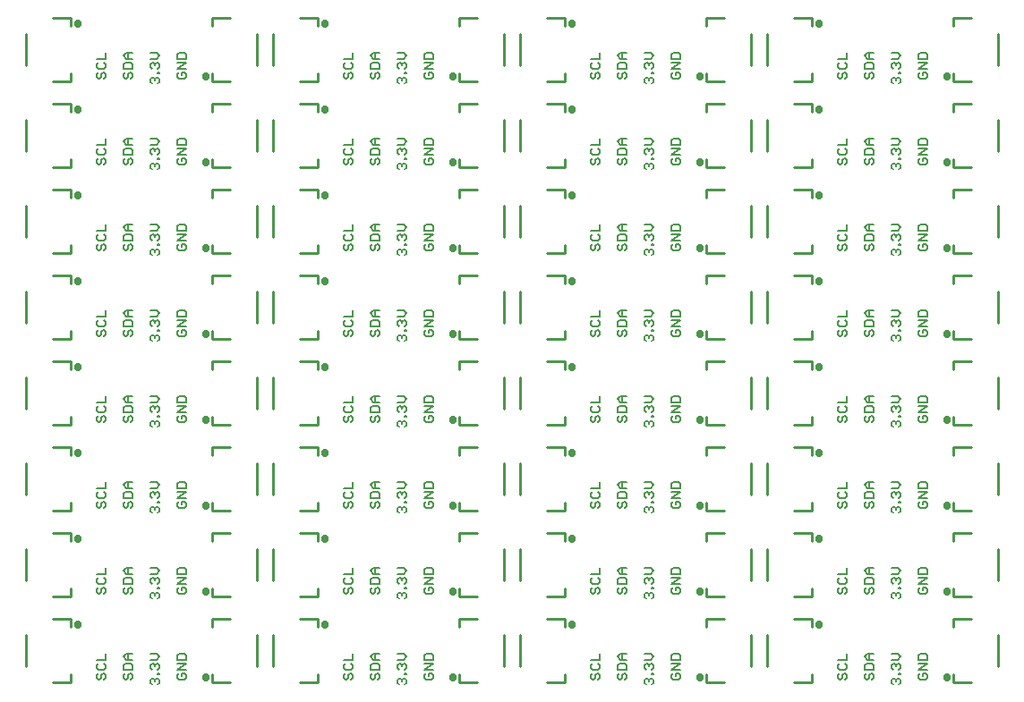
<source format=gto>
G75*
%MOIN*%
%OFA0B0*%
%FSLAX25Y25*%
%IPPOS*%
%LPD*%
%AMOC8*
5,1,8,0,0,1.08239X$1,22.5*
%
%ADD10C,0.00600*%
%ADD11C,0.01000*%
%ADD12C,0.01575*%
D10*
X0097797Y0081309D02*
X0097797Y0082444D01*
X0098364Y0083011D01*
X0098931Y0083011D01*
X0099499Y0082444D01*
X0100066Y0083011D01*
X0100633Y0083011D01*
X0101200Y0082444D01*
X0101200Y0081309D01*
X0100633Y0080742D01*
X0099499Y0081877D02*
X0099499Y0082444D01*
X0098364Y0080742D02*
X0097797Y0081309D01*
X0100633Y0084425D02*
X0100633Y0084993D01*
X0101200Y0084993D01*
X0101200Y0084425D01*
X0100633Y0084425D01*
X0100633Y0086267D02*
X0101200Y0086834D01*
X0101200Y0087968D01*
X0100633Y0088536D01*
X0100066Y0088536D01*
X0099499Y0087968D01*
X0099499Y0087401D01*
X0099499Y0087968D02*
X0098931Y0088536D01*
X0098364Y0088536D01*
X0097797Y0087968D01*
X0097797Y0086834D01*
X0098364Y0086267D01*
X0097797Y0089950D02*
X0100066Y0089950D01*
X0101200Y0091084D01*
X0100066Y0092219D01*
X0097797Y0092219D01*
X0091200Y0092219D02*
X0088931Y0092219D01*
X0087797Y0091084D01*
X0088931Y0089950D01*
X0091200Y0089950D01*
X0090633Y0088536D02*
X0088364Y0088536D01*
X0087797Y0087968D01*
X0087797Y0086267D01*
X0091200Y0086267D01*
X0091200Y0087968D01*
X0090633Y0088536D01*
X0089499Y0089950D02*
X0089499Y0092219D01*
X0081200Y0092219D02*
X0081200Y0089950D01*
X0077797Y0089950D01*
X0078364Y0088536D02*
X0077797Y0087968D01*
X0077797Y0086834D01*
X0078364Y0086267D01*
X0080633Y0086267D01*
X0081200Y0086834D01*
X0081200Y0087968D01*
X0080633Y0088536D01*
X0080633Y0084852D02*
X0081200Y0084285D01*
X0081200Y0083151D01*
X0080633Y0082584D01*
X0079499Y0083151D02*
X0079499Y0084285D01*
X0080066Y0084852D01*
X0080633Y0084852D01*
X0079499Y0083151D02*
X0078931Y0082584D01*
X0078364Y0082584D01*
X0077797Y0083151D01*
X0077797Y0084285D01*
X0078364Y0084852D01*
X0087797Y0084285D02*
X0087797Y0083151D01*
X0088364Y0082584D01*
X0088931Y0082584D01*
X0089499Y0083151D01*
X0089499Y0084285D01*
X0090066Y0084852D01*
X0090633Y0084852D01*
X0091200Y0084285D01*
X0091200Y0083151D01*
X0090633Y0082584D01*
X0088364Y0084852D02*
X0087797Y0084285D01*
X0107797Y0084285D02*
X0107797Y0083151D01*
X0108364Y0082584D01*
X0110633Y0082584D01*
X0111200Y0083151D01*
X0111200Y0084285D01*
X0110633Y0084852D01*
X0109499Y0084852D01*
X0109499Y0083718D01*
X0108364Y0084852D02*
X0107797Y0084285D01*
X0107797Y0086267D02*
X0111200Y0088536D01*
X0107797Y0088536D01*
X0107797Y0089950D02*
X0107797Y0091652D01*
X0108364Y0092219D01*
X0110633Y0092219D01*
X0111200Y0091652D01*
X0111200Y0089950D01*
X0107797Y0089950D01*
X0107797Y0086267D02*
X0111200Y0086267D01*
X0110633Y0114584D02*
X0108364Y0114584D01*
X0107797Y0115151D01*
X0107797Y0116285D01*
X0108364Y0116852D01*
X0109499Y0116852D02*
X0109499Y0115718D01*
X0109499Y0116852D02*
X0110633Y0116852D01*
X0111200Y0116285D01*
X0111200Y0115151D01*
X0110633Y0114584D01*
X0111200Y0118267D02*
X0107797Y0118267D01*
X0111200Y0120536D01*
X0107797Y0120536D01*
X0107797Y0121950D02*
X0107797Y0123652D01*
X0108364Y0124219D01*
X0110633Y0124219D01*
X0111200Y0123652D01*
X0111200Y0121950D01*
X0107797Y0121950D01*
X0101200Y0123084D02*
X0100066Y0124219D01*
X0097797Y0124219D01*
X0097797Y0121950D02*
X0100066Y0121950D01*
X0101200Y0123084D01*
X0100633Y0120536D02*
X0100066Y0120536D01*
X0099499Y0119968D01*
X0099499Y0119401D01*
X0099499Y0119968D02*
X0098931Y0120536D01*
X0098364Y0120536D01*
X0097797Y0119968D01*
X0097797Y0118834D01*
X0098364Y0118267D01*
X0100633Y0118267D02*
X0101200Y0118834D01*
X0101200Y0119968D01*
X0100633Y0120536D01*
X0100633Y0116993D02*
X0101200Y0116993D01*
X0101200Y0116425D01*
X0100633Y0116425D01*
X0100633Y0116993D01*
X0100633Y0115011D02*
X0101200Y0114444D01*
X0101200Y0113309D01*
X0100633Y0112742D01*
X0099499Y0113877D02*
X0099499Y0114444D01*
X0100066Y0115011D01*
X0100633Y0115011D01*
X0099499Y0114444D02*
X0098931Y0115011D01*
X0098364Y0115011D01*
X0097797Y0114444D01*
X0097797Y0113309D01*
X0098364Y0112742D01*
X0091200Y0115151D02*
X0090633Y0114584D01*
X0091200Y0115151D02*
X0091200Y0116285D01*
X0090633Y0116852D01*
X0090066Y0116852D01*
X0089499Y0116285D01*
X0089499Y0115151D01*
X0088931Y0114584D01*
X0088364Y0114584D01*
X0087797Y0115151D01*
X0087797Y0116285D01*
X0088364Y0116852D01*
X0087797Y0118267D02*
X0087797Y0119968D01*
X0088364Y0120536D01*
X0090633Y0120536D01*
X0091200Y0119968D01*
X0091200Y0118267D01*
X0087797Y0118267D01*
X0081200Y0118834D02*
X0081200Y0119968D01*
X0080633Y0120536D01*
X0081200Y0121950D02*
X0077797Y0121950D01*
X0078364Y0120536D02*
X0077797Y0119968D01*
X0077797Y0118834D01*
X0078364Y0118267D01*
X0080633Y0118267D01*
X0081200Y0118834D01*
X0080633Y0116852D02*
X0081200Y0116285D01*
X0081200Y0115151D01*
X0080633Y0114584D01*
X0079499Y0115151D02*
X0078931Y0114584D01*
X0078364Y0114584D01*
X0077797Y0115151D01*
X0077797Y0116285D01*
X0078364Y0116852D01*
X0079499Y0116285D02*
X0080066Y0116852D01*
X0080633Y0116852D01*
X0079499Y0116285D02*
X0079499Y0115151D01*
X0081200Y0121950D02*
X0081200Y0124219D01*
X0087797Y0123084D02*
X0088931Y0124219D01*
X0091200Y0124219D01*
X0089499Y0124219D02*
X0089499Y0121950D01*
X0088931Y0121950D02*
X0087797Y0123084D01*
X0088931Y0121950D02*
X0091200Y0121950D01*
X0098364Y0144742D02*
X0097797Y0145309D01*
X0097797Y0146444D01*
X0098364Y0147011D01*
X0098931Y0147011D01*
X0099499Y0146444D01*
X0100066Y0147011D01*
X0100633Y0147011D01*
X0101200Y0146444D01*
X0101200Y0145309D01*
X0100633Y0144742D01*
X0099499Y0145877D02*
X0099499Y0146444D01*
X0100633Y0148425D02*
X0100633Y0148993D01*
X0101200Y0148993D01*
X0101200Y0148425D01*
X0100633Y0148425D01*
X0100633Y0150267D02*
X0101200Y0150834D01*
X0101200Y0151968D01*
X0100633Y0152536D01*
X0100066Y0152536D01*
X0099499Y0151968D01*
X0099499Y0151401D01*
X0099499Y0151968D02*
X0098931Y0152536D01*
X0098364Y0152536D01*
X0097797Y0151968D01*
X0097797Y0150834D01*
X0098364Y0150267D01*
X0097797Y0153950D02*
X0100066Y0153950D01*
X0101200Y0155084D01*
X0100066Y0156219D01*
X0097797Y0156219D01*
X0091200Y0156219D02*
X0088931Y0156219D01*
X0087797Y0155084D01*
X0088931Y0153950D01*
X0091200Y0153950D01*
X0090633Y0152536D02*
X0088364Y0152536D01*
X0087797Y0151968D01*
X0087797Y0150267D01*
X0091200Y0150267D01*
X0091200Y0151968D01*
X0090633Y0152536D01*
X0089499Y0153950D02*
X0089499Y0156219D01*
X0081200Y0156219D02*
X0081200Y0153950D01*
X0077797Y0153950D01*
X0078364Y0152536D02*
X0077797Y0151968D01*
X0077797Y0150834D01*
X0078364Y0150267D01*
X0080633Y0150267D01*
X0081200Y0150834D01*
X0081200Y0151968D01*
X0080633Y0152536D01*
X0080633Y0148852D02*
X0081200Y0148285D01*
X0081200Y0147151D01*
X0080633Y0146584D01*
X0079499Y0147151D02*
X0078931Y0146584D01*
X0078364Y0146584D01*
X0077797Y0147151D01*
X0077797Y0148285D01*
X0078364Y0148852D01*
X0079499Y0148285D02*
X0080066Y0148852D01*
X0080633Y0148852D01*
X0079499Y0148285D02*
X0079499Y0147151D01*
X0087797Y0147151D02*
X0088364Y0146584D01*
X0088931Y0146584D01*
X0089499Y0147151D01*
X0089499Y0148285D01*
X0090066Y0148852D01*
X0090633Y0148852D01*
X0091200Y0148285D01*
X0091200Y0147151D01*
X0090633Y0146584D01*
X0087797Y0147151D02*
X0087797Y0148285D01*
X0088364Y0148852D01*
X0107797Y0148285D02*
X0107797Y0147151D01*
X0108364Y0146584D01*
X0110633Y0146584D01*
X0111200Y0147151D01*
X0111200Y0148285D01*
X0110633Y0148852D01*
X0109499Y0148852D01*
X0109499Y0147718D01*
X0108364Y0148852D02*
X0107797Y0148285D01*
X0107797Y0150267D02*
X0111200Y0152536D01*
X0107797Y0152536D01*
X0107797Y0153950D02*
X0107797Y0155652D01*
X0108364Y0156219D01*
X0110633Y0156219D01*
X0111200Y0155652D01*
X0111200Y0153950D01*
X0107797Y0153950D01*
X0107797Y0150267D02*
X0111200Y0150267D01*
X0110633Y0178584D02*
X0108364Y0178584D01*
X0107797Y0179151D01*
X0107797Y0180285D01*
X0108364Y0180852D01*
X0109499Y0180852D02*
X0109499Y0179718D01*
X0109499Y0180852D02*
X0110633Y0180852D01*
X0111200Y0180285D01*
X0111200Y0179151D01*
X0110633Y0178584D01*
X0111200Y0182267D02*
X0107797Y0182267D01*
X0111200Y0184536D01*
X0107797Y0184536D01*
X0107797Y0185950D02*
X0107797Y0187652D01*
X0108364Y0188219D01*
X0110633Y0188219D01*
X0111200Y0187652D01*
X0111200Y0185950D01*
X0107797Y0185950D01*
X0101200Y0187084D02*
X0100066Y0188219D01*
X0097797Y0188219D01*
X0097797Y0185950D02*
X0100066Y0185950D01*
X0101200Y0187084D01*
X0100633Y0184536D02*
X0100066Y0184536D01*
X0099499Y0183968D01*
X0099499Y0183401D01*
X0099499Y0183968D02*
X0098931Y0184536D01*
X0098364Y0184536D01*
X0097797Y0183968D01*
X0097797Y0182834D01*
X0098364Y0182267D01*
X0100633Y0182267D02*
X0101200Y0182834D01*
X0101200Y0183968D01*
X0100633Y0184536D01*
X0100633Y0180993D02*
X0101200Y0180993D01*
X0101200Y0180425D01*
X0100633Y0180425D01*
X0100633Y0180993D01*
X0100633Y0179011D02*
X0100066Y0179011D01*
X0099499Y0178444D01*
X0099499Y0177877D01*
X0099499Y0178444D02*
X0098931Y0179011D01*
X0098364Y0179011D01*
X0097797Y0178444D01*
X0097797Y0177309D01*
X0098364Y0176742D01*
X0100633Y0176742D02*
X0101200Y0177309D01*
X0101200Y0178444D01*
X0100633Y0179011D01*
X0091200Y0179151D02*
X0090633Y0178584D01*
X0091200Y0179151D02*
X0091200Y0180285D01*
X0090633Y0180852D01*
X0090066Y0180852D01*
X0089499Y0180285D01*
X0089499Y0179151D01*
X0088931Y0178584D01*
X0088364Y0178584D01*
X0087797Y0179151D01*
X0087797Y0180285D01*
X0088364Y0180852D01*
X0087797Y0182267D02*
X0087797Y0183968D01*
X0088364Y0184536D01*
X0090633Y0184536D01*
X0091200Y0183968D01*
X0091200Y0182267D01*
X0087797Y0182267D01*
X0088931Y0185950D02*
X0087797Y0187084D01*
X0088931Y0188219D01*
X0091200Y0188219D01*
X0089499Y0188219D02*
X0089499Y0185950D01*
X0088931Y0185950D02*
X0091200Y0185950D01*
X0081200Y0185950D02*
X0081200Y0188219D01*
X0081200Y0185950D02*
X0077797Y0185950D01*
X0078364Y0184536D02*
X0077797Y0183968D01*
X0077797Y0182834D01*
X0078364Y0182267D01*
X0080633Y0182267D01*
X0081200Y0182834D01*
X0081200Y0183968D01*
X0080633Y0184536D01*
X0080633Y0180852D02*
X0081200Y0180285D01*
X0081200Y0179151D01*
X0080633Y0178584D01*
X0079499Y0179151D02*
X0079499Y0180285D01*
X0080066Y0180852D01*
X0080633Y0180852D01*
X0079499Y0179151D02*
X0078931Y0178584D01*
X0078364Y0178584D01*
X0077797Y0179151D01*
X0077797Y0180285D01*
X0078364Y0180852D01*
X0078364Y0210584D02*
X0078931Y0210584D01*
X0079499Y0211151D01*
X0079499Y0212285D01*
X0080066Y0212852D01*
X0080633Y0212852D01*
X0081200Y0212285D01*
X0081200Y0211151D01*
X0080633Y0210584D01*
X0078364Y0210584D02*
X0077797Y0211151D01*
X0077797Y0212285D01*
X0078364Y0212852D01*
X0078364Y0214267D02*
X0080633Y0214267D01*
X0081200Y0214834D01*
X0081200Y0215968D01*
X0080633Y0216536D01*
X0081200Y0217950D02*
X0077797Y0217950D01*
X0078364Y0216536D02*
X0077797Y0215968D01*
X0077797Y0214834D01*
X0078364Y0214267D01*
X0081200Y0217950D02*
X0081200Y0220219D01*
X0087797Y0219084D02*
X0088931Y0217950D01*
X0091200Y0217950D01*
X0090633Y0216536D02*
X0088364Y0216536D01*
X0087797Y0215968D01*
X0087797Y0214267D01*
X0091200Y0214267D01*
X0091200Y0215968D01*
X0090633Y0216536D01*
X0089499Y0217950D02*
X0089499Y0220219D01*
X0088931Y0220219D02*
X0091200Y0220219D01*
X0088931Y0220219D02*
X0087797Y0219084D01*
X0088364Y0212852D02*
X0087797Y0212285D01*
X0087797Y0211151D01*
X0088364Y0210584D01*
X0088931Y0210584D01*
X0089499Y0211151D01*
X0089499Y0212285D01*
X0090066Y0212852D01*
X0090633Y0212852D01*
X0091200Y0212285D01*
X0091200Y0211151D01*
X0090633Y0210584D01*
X0097797Y0210444D02*
X0098364Y0211011D01*
X0098931Y0211011D01*
X0099499Y0210444D01*
X0100066Y0211011D01*
X0100633Y0211011D01*
X0101200Y0210444D01*
X0101200Y0209309D01*
X0100633Y0208742D01*
X0099499Y0209877D02*
X0099499Y0210444D01*
X0097797Y0210444D02*
X0097797Y0209309D01*
X0098364Y0208742D01*
X0100633Y0212425D02*
X0100633Y0212993D01*
X0101200Y0212993D01*
X0101200Y0212425D01*
X0100633Y0212425D01*
X0100633Y0214267D02*
X0101200Y0214834D01*
X0101200Y0215968D01*
X0100633Y0216536D01*
X0100066Y0216536D01*
X0099499Y0215968D01*
X0099499Y0215401D01*
X0099499Y0215968D02*
X0098931Y0216536D01*
X0098364Y0216536D01*
X0097797Y0215968D01*
X0097797Y0214834D01*
X0098364Y0214267D01*
X0097797Y0217950D02*
X0100066Y0217950D01*
X0101200Y0219084D01*
X0100066Y0220219D01*
X0097797Y0220219D01*
X0107797Y0219652D02*
X0107797Y0217950D01*
X0111200Y0217950D01*
X0111200Y0219652D01*
X0110633Y0220219D01*
X0108364Y0220219D01*
X0107797Y0219652D01*
X0107797Y0216536D02*
X0111200Y0216536D01*
X0107797Y0214267D01*
X0111200Y0214267D01*
X0110633Y0212852D02*
X0109499Y0212852D01*
X0109499Y0211718D01*
X0110633Y0210584D02*
X0108364Y0210584D01*
X0107797Y0211151D01*
X0107797Y0212285D01*
X0108364Y0212852D01*
X0110633Y0212852D02*
X0111200Y0212285D01*
X0111200Y0211151D01*
X0110633Y0210584D01*
X0100633Y0240742D02*
X0101200Y0241309D01*
X0101200Y0242444D01*
X0100633Y0243011D01*
X0100066Y0243011D01*
X0099499Y0242444D01*
X0099499Y0241877D01*
X0099499Y0242444D02*
X0098931Y0243011D01*
X0098364Y0243011D01*
X0097797Y0242444D01*
X0097797Y0241309D01*
X0098364Y0240742D01*
X0100633Y0244425D02*
X0100633Y0244993D01*
X0101200Y0244993D01*
X0101200Y0244425D01*
X0100633Y0244425D01*
X0100633Y0246267D02*
X0101200Y0246834D01*
X0101200Y0247968D01*
X0100633Y0248536D01*
X0100066Y0248536D01*
X0099499Y0247968D01*
X0099499Y0247401D01*
X0099499Y0247968D02*
X0098931Y0248536D01*
X0098364Y0248536D01*
X0097797Y0247968D01*
X0097797Y0246834D01*
X0098364Y0246267D01*
X0097797Y0249950D02*
X0100066Y0249950D01*
X0101200Y0251084D01*
X0100066Y0252219D01*
X0097797Y0252219D01*
X0091200Y0252219D02*
X0088931Y0252219D01*
X0087797Y0251084D01*
X0088931Y0249950D01*
X0091200Y0249950D01*
X0090633Y0248536D02*
X0088364Y0248536D01*
X0087797Y0247968D01*
X0087797Y0246267D01*
X0091200Y0246267D01*
X0091200Y0247968D01*
X0090633Y0248536D01*
X0089499Y0249950D02*
X0089499Y0252219D01*
X0081200Y0252219D02*
X0081200Y0249950D01*
X0077797Y0249950D01*
X0078364Y0248536D02*
X0077797Y0247968D01*
X0077797Y0246834D01*
X0078364Y0246267D01*
X0080633Y0246267D01*
X0081200Y0246834D01*
X0081200Y0247968D01*
X0080633Y0248536D01*
X0080633Y0244852D02*
X0081200Y0244285D01*
X0081200Y0243151D01*
X0080633Y0242584D01*
X0079499Y0243151D02*
X0079499Y0244285D01*
X0080066Y0244852D01*
X0080633Y0244852D01*
X0079499Y0243151D02*
X0078931Y0242584D01*
X0078364Y0242584D01*
X0077797Y0243151D01*
X0077797Y0244285D01*
X0078364Y0244852D01*
X0087797Y0244285D02*
X0087797Y0243151D01*
X0088364Y0242584D01*
X0088931Y0242584D01*
X0089499Y0243151D01*
X0089499Y0244285D01*
X0090066Y0244852D01*
X0090633Y0244852D01*
X0091200Y0244285D01*
X0091200Y0243151D01*
X0090633Y0242584D01*
X0088364Y0244852D02*
X0087797Y0244285D01*
X0107797Y0244285D02*
X0107797Y0243151D01*
X0108364Y0242584D01*
X0110633Y0242584D01*
X0111200Y0243151D01*
X0111200Y0244285D01*
X0110633Y0244852D01*
X0109499Y0244852D01*
X0109499Y0243718D01*
X0108364Y0244852D02*
X0107797Y0244285D01*
X0107797Y0246267D02*
X0111200Y0248536D01*
X0107797Y0248536D01*
X0107797Y0249950D02*
X0107797Y0251652D01*
X0108364Y0252219D01*
X0110633Y0252219D01*
X0111200Y0251652D01*
X0111200Y0249950D01*
X0107797Y0249950D01*
X0107797Y0246267D02*
X0111200Y0246267D01*
X0110633Y0274584D02*
X0108364Y0274584D01*
X0107797Y0275151D01*
X0107797Y0276285D01*
X0108364Y0276852D01*
X0109499Y0276852D02*
X0109499Y0275718D01*
X0109499Y0276852D02*
X0110633Y0276852D01*
X0111200Y0276285D01*
X0111200Y0275151D01*
X0110633Y0274584D01*
X0111200Y0278267D02*
X0107797Y0278267D01*
X0111200Y0280536D01*
X0107797Y0280536D01*
X0107797Y0281950D02*
X0107797Y0283652D01*
X0108364Y0284219D01*
X0110633Y0284219D01*
X0111200Y0283652D01*
X0111200Y0281950D01*
X0107797Y0281950D01*
X0101200Y0283084D02*
X0100066Y0284219D01*
X0097797Y0284219D01*
X0097797Y0281950D02*
X0100066Y0281950D01*
X0101200Y0283084D01*
X0100633Y0280536D02*
X0101200Y0279968D01*
X0101200Y0278834D01*
X0100633Y0278267D01*
X0100633Y0276993D02*
X0101200Y0276993D01*
X0101200Y0276425D01*
X0100633Y0276425D01*
X0100633Y0276993D01*
X0100633Y0275011D02*
X0100066Y0275011D01*
X0099499Y0274444D01*
X0099499Y0273877D01*
X0099499Y0274444D02*
X0098931Y0275011D01*
X0098364Y0275011D01*
X0097797Y0274444D01*
X0097797Y0273309D01*
X0098364Y0272742D01*
X0100633Y0272742D02*
X0101200Y0273309D01*
X0101200Y0274444D01*
X0100633Y0275011D01*
X0098364Y0278267D02*
X0097797Y0278834D01*
X0097797Y0279968D01*
X0098364Y0280536D01*
X0098931Y0280536D01*
X0099499Y0279968D01*
X0100066Y0280536D01*
X0100633Y0280536D01*
X0099499Y0279968D02*
X0099499Y0279401D01*
X0091200Y0279968D02*
X0090633Y0280536D01*
X0088364Y0280536D01*
X0087797Y0279968D01*
X0087797Y0278267D01*
X0091200Y0278267D01*
X0091200Y0279968D01*
X0091200Y0281950D02*
X0088931Y0281950D01*
X0087797Y0283084D01*
X0088931Y0284219D01*
X0091200Y0284219D01*
X0089499Y0284219D02*
X0089499Y0281950D01*
X0090066Y0276852D02*
X0090633Y0276852D01*
X0091200Y0276285D01*
X0091200Y0275151D01*
X0090633Y0274584D01*
X0089499Y0275151D02*
X0089499Y0276285D01*
X0090066Y0276852D01*
X0088364Y0276852D02*
X0087797Y0276285D01*
X0087797Y0275151D01*
X0088364Y0274584D01*
X0088931Y0274584D01*
X0089499Y0275151D01*
X0081200Y0275151D02*
X0081200Y0276285D01*
X0080633Y0276852D01*
X0080066Y0276852D01*
X0079499Y0276285D01*
X0079499Y0275151D01*
X0078931Y0274584D01*
X0078364Y0274584D01*
X0077797Y0275151D01*
X0077797Y0276285D01*
X0078364Y0276852D01*
X0078364Y0278267D02*
X0080633Y0278267D01*
X0081200Y0278834D01*
X0081200Y0279968D01*
X0080633Y0280536D01*
X0081200Y0281950D02*
X0077797Y0281950D01*
X0078364Y0280536D02*
X0077797Y0279968D01*
X0077797Y0278834D01*
X0078364Y0278267D01*
X0081200Y0275151D02*
X0080633Y0274584D01*
X0081200Y0281950D02*
X0081200Y0284219D01*
X0098364Y0304742D02*
X0097797Y0305309D01*
X0097797Y0306444D01*
X0098364Y0307011D01*
X0098931Y0307011D01*
X0099499Y0306444D01*
X0100066Y0307011D01*
X0100633Y0307011D01*
X0101200Y0306444D01*
X0101200Y0305309D01*
X0100633Y0304742D01*
X0099499Y0305877D02*
X0099499Y0306444D01*
X0100633Y0308425D02*
X0100633Y0308993D01*
X0101200Y0308993D01*
X0101200Y0308425D01*
X0100633Y0308425D01*
X0100633Y0310267D02*
X0101200Y0310834D01*
X0101200Y0311968D01*
X0100633Y0312536D01*
X0100066Y0312536D01*
X0099499Y0311968D01*
X0099499Y0311401D01*
X0099499Y0311968D02*
X0098931Y0312536D01*
X0098364Y0312536D01*
X0097797Y0311968D01*
X0097797Y0310834D01*
X0098364Y0310267D01*
X0097797Y0313950D02*
X0100066Y0313950D01*
X0101200Y0315084D01*
X0100066Y0316219D01*
X0097797Y0316219D01*
X0091200Y0316219D02*
X0088931Y0316219D01*
X0087797Y0315084D01*
X0088931Y0313950D01*
X0091200Y0313950D01*
X0090633Y0312536D02*
X0088364Y0312536D01*
X0087797Y0311968D01*
X0087797Y0310267D01*
X0091200Y0310267D01*
X0091200Y0311968D01*
X0090633Y0312536D01*
X0089499Y0313950D02*
X0089499Y0316219D01*
X0081200Y0316219D02*
X0081200Y0313950D01*
X0077797Y0313950D01*
X0078364Y0312536D02*
X0077797Y0311968D01*
X0077797Y0310834D01*
X0078364Y0310267D01*
X0080633Y0310267D01*
X0081200Y0310834D01*
X0081200Y0311968D01*
X0080633Y0312536D01*
X0080633Y0308852D02*
X0081200Y0308285D01*
X0081200Y0307151D01*
X0080633Y0306584D01*
X0079499Y0307151D02*
X0079499Y0308285D01*
X0080066Y0308852D01*
X0080633Y0308852D01*
X0079499Y0307151D02*
X0078931Y0306584D01*
X0078364Y0306584D01*
X0077797Y0307151D01*
X0077797Y0308285D01*
X0078364Y0308852D01*
X0087797Y0308285D02*
X0087797Y0307151D01*
X0088364Y0306584D01*
X0088931Y0306584D01*
X0089499Y0307151D01*
X0089499Y0308285D01*
X0090066Y0308852D01*
X0090633Y0308852D01*
X0091200Y0308285D01*
X0091200Y0307151D01*
X0090633Y0306584D01*
X0088364Y0308852D02*
X0087797Y0308285D01*
X0107797Y0308285D02*
X0107797Y0307151D01*
X0108364Y0306584D01*
X0110633Y0306584D01*
X0111200Y0307151D01*
X0111200Y0308285D01*
X0110633Y0308852D01*
X0109499Y0308852D01*
X0109499Y0307718D01*
X0108364Y0308852D02*
X0107797Y0308285D01*
X0107797Y0310267D02*
X0111200Y0312536D01*
X0107797Y0312536D01*
X0107797Y0313950D02*
X0107797Y0315652D01*
X0108364Y0316219D01*
X0110633Y0316219D01*
X0111200Y0315652D01*
X0111200Y0313950D01*
X0107797Y0313950D01*
X0107797Y0310267D02*
X0111200Y0310267D01*
X0169797Y0310834D02*
X0170364Y0310267D01*
X0172633Y0310267D01*
X0173200Y0310834D01*
X0173200Y0311968D01*
X0172633Y0312536D01*
X0173200Y0313950D02*
X0173200Y0316219D01*
X0173200Y0313950D02*
X0169797Y0313950D01*
X0170364Y0312536D02*
X0169797Y0311968D01*
X0169797Y0310834D01*
X0170364Y0308852D02*
X0169797Y0308285D01*
X0169797Y0307151D01*
X0170364Y0306584D01*
X0170931Y0306584D01*
X0171499Y0307151D01*
X0171499Y0308285D01*
X0172066Y0308852D01*
X0172633Y0308852D01*
X0173200Y0308285D01*
X0173200Y0307151D01*
X0172633Y0306584D01*
X0179797Y0307151D02*
X0180364Y0306584D01*
X0180931Y0306584D01*
X0181499Y0307151D01*
X0181499Y0308285D01*
X0182066Y0308852D01*
X0182633Y0308852D01*
X0183200Y0308285D01*
X0183200Y0307151D01*
X0182633Y0306584D01*
X0179797Y0307151D02*
X0179797Y0308285D01*
X0180364Y0308852D01*
X0179797Y0310267D02*
X0179797Y0311968D01*
X0180364Y0312536D01*
X0182633Y0312536D01*
X0183200Y0311968D01*
X0183200Y0310267D01*
X0179797Y0310267D01*
X0180931Y0313950D02*
X0179797Y0315084D01*
X0180931Y0316219D01*
X0183200Y0316219D01*
X0181499Y0316219D02*
X0181499Y0313950D01*
X0180931Y0313950D02*
X0183200Y0313950D01*
X0189797Y0313950D02*
X0192066Y0313950D01*
X0193200Y0315084D01*
X0192066Y0316219D01*
X0189797Y0316219D01*
X0190364Y0312536D02*
X0190931Y0312536D01*
X0191499Y0311968D01*
X0192066Y0312536D01*
X0192633Y0312536D01*
X0193200Y0311968D01*
X0193200Y0310834D01*
X0192633Y0310267D01*
X0192633Y0308993D02*
X0193200Y0308993D01*
X0193200Y0308425D01*
X0192633Y0308425D01*
X0192633Y0308993D01*
X0192633Y0307011D02*
X0193200Y0306444D01*
X0193200Y0305309D01*
X0192633Y0304742D01*
X0191499Y0305877D02*
X0191499Y0306444D01*
X0192066Y0307011D01*
X0192633Y0307011D01*
X0191499Y0306444D02*
X0190931Y0307011D01*
X0190364Y0307011D01*
X0189797Y0306444D01*
X0189797Y0305309D01*
X0190364Y0304742D01*
X0190364Y0310267D02*
X0189797Y0310834D01*
X0189797Y0311968D01*
X0190364Y0312536D01*
X0191499Y0311968D02*
X0191499Y0311401D01*
X0199797Y0310267D02*
X0203200Y0312536D01*
X0199797Y0312536D01*
X0199797Y0313950D02*
X0199797Y0315652D01*
X0200364Y0316219D01*
X0202633Y0316219D01*
X0203200Y0315652D01*
X0203200Y0313950D01*
X0199797Y0313950D01*
X0199797Y0310267D02*
X0203200Y0310267D01*
X0202633Y0308852D02*
X0201499Y0308852D01*
X0201499Y0307718D01*
X0202633Y0306584D02*
X0203200Y0307151D01*
X0203200Y0308285D01*
X0202633Y0308852D01*
X0202633Y0306584D02*
X0200364Y0306584D01*
X0199797Y0307151D01*
X0199797Y0308285D01*
X0200364Y0308852D01*
X0200364Y0284219D02*
X0199797Y0283652D01*
X0199797Y0281950D01*
X0203200Y0281950D01*
X0203200Y0283652D01*
X0202633Y0284219D01*
X0200364Y0284219D01*
X0199797Y0280536D02*
X0203200Y0280536D01*
X0199797Y0278267D01*
X0203200Y0278267D01*
X0202633Y0276852D02*
X0201499Y0276852D01*
X0201499Y0275718D01*
X0202633Y0274584D02*
X0203200Y0275151D01*
X0203200Y0276285D01*
X0202633Y0276852D01*
X0202633Y0274584D02*
X0200364Y0274584D01*
X0199797Y0275151D01*
X0199797Y0276285D01*
X0200364Y0276852D01*
X0193200Y0276993D02*
X0193200Y0276425D01*
X0192633Y0276425D01*
X0192633Y0276993D01*
X0193200Y0276993D01*
X0192633Y0278267D02*
X0193200Y0278834D01*
X0193200Y0279968D01*
X0192633Y0280536D01*
X0192066Y0280536D01*
X0191499Y0279968D01*
X0191499Y0279401D01*
X0191499Y0279968D02*
X0190931Y0280536D01*
X0190364Y0280536D01*
X0189797Y0279968D01*
X0189797Y0278834D01*
X0190364Y0278267D01*
X0190364Y0275011D02*
X0190931Y0275011D01*
X0191499Y0274444D01*
X0192066Y0275011D01*
X0192633Y0275011D01*
X0193200Y0274444D01*
X0193200Y0273309D01*
X0192633Y0272742D01*
X0191499Y0273877D02*
X0191499Y0274444D01*
X0190364Y0275011D02*
X0189797Y0274444D01*
X0189797Y0273309D01*
X0190364Y0272742D01*
X0183200Y0275151D02*
X0183200Y0276285D01*
X0182633Y0276852D01*
X0182066Y0276852D01*
X0181499Y0276285D01*
X0181499Y0275151D01*
X0180931Y0274584D01*
X0180364Y0274584D01*
X0179797Y0275151D01*
X0179797Y0276285D01*
X0180364Y0276852D01*
X0179797Y0278267D02*
X0179797Y0279968D01*
X0180364Y0280536D01*
X0182633Y0280536D01*
X0183200Y0279968D01*
X0183200Y0278267D01*
X0179797Y0278267D01*
X0180931Y0281950D02*
X0179797Y0283084D01*
X0180931Y0284219D01*
X0183200Y0284219D01*
X0181499Y0284219D02*
X0181499Y0281950D01*
X0180931Y0281950D02*
X0183200Y0281950D01*
X0189797Y0281950D02*
X0192066Y0281950D01*
X0193200Y0283084D01*
X0192066Y0284219D01*
X0189797Y0284219D01*
X0183200Y0275151D02*
X0182633Y0274584D01*
X0173200Y0275151D02*
X0172633Y0274584D01*
X0173200Y0275151D02*
X0173200Y0276285D01*
X0172633Y0276852D01*
X0172066Y0276852D01*
X0171499Y0276285D01*
X0171499Y0275151D01*
X0170931Y0274584D01*
X0170364Y0274584D01*
X0169797Y0275151D01*
X0169797Y0276285D01*
X0170364Y0276852D01*
X0170364Y0278267D02*
X0172633Y0278267D01*
X0173200Y0278834D01*
X0173200Y0279968D01*
X0172633Y0280536D01*
X0173200Y0281950D02*
X0173200Y0284219D01*
X0173200Y0281950D02*
X0169797Y0281950D01*
X0170364Y0280536D02*
X0169797Y0279968D01*
X0169797Y0278834D01*
X0170364Y0278267D01*
X0173200Y0252219D02*
X0173200Y0249950D01*
X0169797Y0249950D01*
X0170364Y0248536D02*
X0169797Y0247968D01*
X0169797Y0246834D01*
X0170364Y0246267D01*
X0172633Y0246267D01*
X0173200Y0246834D01*
X0173200Y0247968D01*
X0172633Y0248536D01*
X0172633Y0244852D02*
X0173200Y0244285D01*
X0173200Y0243151D01*
X0172633Y0242584D01*
X0171499Y0243151D02*
X0171499Y0244285D01*
X0172066Y0244852D01*
X0172633Y0244852D01*
X0171499Y0243151D02*
X0170931Y0242584D01*
X0170364Y0242584D01*
X0169797Y0243151D01*
X0169797Y0244285D01*
X0170364Y0244852D01*
X0179797Y0244285D02*
X0179797Y0243151D01*
X0180364Y0242584D01*
X0180931Y0242584D01*
X0181499Y0243151D01*
X0181499Y0244285D01*
X0182066Y0244852D01*
X0182633Y0244852D01*
X0183200Y0244285D01*
X0183200Y0243151D01*
X0182633Y0242584D01*
X0180364Y0244852D02*
X0179797Y0244285D01*
X0179797Y0246267D02*
X0179797Y0247968D01*
X0180364Y0248536D01*
X0182633Y0248536D01*
X0183200Y0247968D01*
X0183200Y0246267D01*
X0179797Y0246267D01*
X0180931Y0249950D02*
X0179797Y0251084D01*
X0180931Y0252219D01*
X0183200Y0252219D01*
X0181499Y0252219D02*
X0181499Y0249950D01*
X0180931Y0249950D02*
X0183200Y0249950D01*
X0189797Y0249950D02*
X0192066Y0249950D01*
X0193200Y0251084D01*
X0192066Y0252219D01*
X0189797Y0252219D01*
X0190364Y0248536D02*
X0190931Y0248536D01*
X0191499Y0247968D01*
X0192066Y0248536D01*
X0192633Y0248536D01*
X0193200Y0247968D01*
X0193200Y0246834D01*
X0192633Y0246267D01*
X0192633Y0244993D02*
X0193200Y0244993D01*
X0193200Y0244425D01*
X0192633Y0244425D01*
X0192633Y0244993D01*
X0192633Y0243011D02*
X0193200Y0242444D01*
X0193200Y0241309D01*
X0192633Y0240742D01*
X0191499Y0241877D02*
X0191499Y0242444D01*
X0192066Y0243011D01*
X0192633Y0243011D01*
X0191499Y0242444D02*
X0190931Y0243011D01*
X0190364Y0243011D01*
X0189797Y0242444D01*
X0189797Y0241309D01*
X0190364Y0240742D01*
X0190364Y0246267D02*
X0189797Y0246834D01*
X0189797Y0247968D01*
X0190364Y0248536D01*
X0191499Y0247968D02*
X0191499Y0247401D01*
X0199797Y0246267D02*
X0203200Y0248536D01*
X0199797Y0248536D01*
X0199797Y0249950D02*
X0199797Y0251652D01*
X0200364Y0252219D01*
X0202633Y0252219D01*
X0203200Y0251652D01*
X0203200Y0249950D01*
X0199797Y0249950D01*
X0199797Y0246267D02*
X0203200Y0246267D01*
X0202633Y0244852D02*
X0201499Y0244852D01*
X0201499Y0243718D01*
X0202633Y0242584D02*
X0203200Y0243151D01*
X0203200Y0244285D01*
X0202633Y0244852D01*
X0202633Y0242584D02*
X0200364Y0242584D01*
X0199797Y0243151D01*
X0199797Y0244285D01*
X0200364Y0244852D01*
X0200364Y0220219D02*
X0199797Y0219652D01*
X0199797Y0217950D01*
X0203200Y0217950D01*
X0203200Y0219652D01*
X0202633Y0220219D01*
X0200364Y0220219D01*
X0199797Y0216536D02*
X0203200Y0216536D01*
X0199797Y0214267D01*
X0203200Y0214267D01*
X0202633Y0212852D02*
X0201499Y0212852D01*
X0201499Y0211718D01*
X0202633Y0210584D02*
X0203200Y0211151D01*
X0203200Y0212285D01*
X0202633Y0212852D01*
X0202633Y0210584D02*
X0200364Y0210584D01*
X0199797Y0211151D01*
X0199797Y0212285D01*
X0200364Y0212852D01*
X0193200Y0212993D02*
X0193200Y0212425D01*
X0192633Y0212425D01*
X0192633Y0212993D01*
X0193200Y0212993D01*
X0192633Y0214267D02*
X0193200Y0214834D01*
X0193200Y0215968D01*
X0192633Y0216536D01*
X0192066Y0216536D01*
X0191499Y0215968D01*
X0191499Y0215401D01*
X0191499Y0215968D02*
X0190931Y0216536D01*
X0190364Y0216536D01*
X0189797Y0215968D01*
X0189797Y0214834D01*
X0190364Y0214267D01*
X0190364Y0211011D02*
X0190931Y0211011D01*
X0191499Y0210444D01*
X0192066Y0211011D01*
X0192633Y0211011D01*
X0193200Y0210444D01*
X0193200Y0209309D01*
X0192633Y0208742D01*
X0191499Y0209877D02*
X0191499Y0210444D01*
X0190364Y0211011D02*
X0189797Y0210444D01*
X0189797Y0209309D01*
X0190364Y0208742D01*
X0183200Y0211151D02*
X0183200Y0212285D01*
X0182633Y0212852D01*
X0182066Y0212852D01*
X0181499Y0212285D01*
X0181499Y0211151D01*
X0180931Y0210584D01*
X0180364Y0210584D01*
X0179797Y0211151D01*
X0179797Y0212285D01*
X0180364Y0212852D01*
X0179797Y0214267D02*
X0179797Y0215968D01*
X0180364Y0216536D01*
X0182633Y0216536D01*
X0183200Y0215968D01*
X0183200Y0214267D01*
X0179797Y0214267D01*
X0180931Y0217950D02*
X0179797Y0219084D01*
X0180931Y0220219D01*
X0183200Y0220219D01*
X0181499Y0220219D02*
X0181499Y0217950D01*
X0180931Y0217950D02*
X0183200Y0217950D01*
X0189797Y0217950D02*
X0192066Y0217950D01*
X0193200Y0219084D01*
X0192066Y0220219D01*
X0189797Y0220219D01*
X0183200Y0211151D02*
X0182633Y0210584D01*
X0173200Y0211151D02*
X0172633Y0210584D01*
X0173200Y0211151D02*
X0173200Y0212285D01*
X0172633Y0212852D01*
X0172066Y0212852D01*
X0171499Y0212285D01*
X0171499Y0211151D01*
X0170931Y0210584D01*
X0170364Y0210584D01*
X0169797Y0211151D01*
X0169797Y0212285D01*
X0170364Y0212852D01*
X0170364Y0214267D02*
X0172633Y0214267D01*
X0173200Y0214834D01*
X0173200Y0215968D01*
X0172633Y0216536D01*
X0173200Y0217950D02*
X0173200Y0220219D01*
X0173200Y0217950D02*
X0169797Y0217950D01*
X0170364Y0216536D02*
X0169797Y0215968D01*
X0169797Y0214834D01*
X0170364Y0214267D01*
X0173200Y0188219D02*
X0173200Y0185950D01*
X0169797Y0185950D01*
X0170364Y0184536D02*
X0169797Y0183968D01*
X0169797Y0182834D01*
X0170364Y0182267D01*
X0172633Y0182267D01*
X0173200Y0182834D01*
X0173200Y0183968D01*
X0172633Y0184536D01*
X0172633Y0180852D02*
X0173200Y0180285D01*
X0173200Y0179151D01*
X0172633Y0178584D01*
X0171499Y0179151D02*
X0171499Y0180285D01*
X0172066Y0180852D01*
X0172633Y0180852D01*
X0171499Y0179151D02*
X0170931Y0178584D01*
X0170364Y0178584D01*
X0169797Y0179151D01*
X0169797Y0180285D01*
X0170364Y0180852D01*
X0179797Y0180285D02*
X0179797Y0179151D01*
X0180364Y0178584D01*
X0180931Y0178584D01*
X0181499Y0179151D01*
X0181499Y0180285D01*
X0182066Y0180852D01*
X0182633Y0180852D01*
X0183200Y0180285D01*
X0183200Y0179151D01*
X0182633Y0178584D01*
X0180364Y0180852D02*
X0179797Y0180285D01*
X0179797Y0182267D02*
X0179797Y0183968D01*
X0180364Y0184536D01*
X0182633Y0184536D01*
X0183200Y0183968D01*
X0183200Y0182267D01*
X0179797Y0182267D01*
X0180931Y0185950D02*
X0179797Y0187084D01*
X0180931Y0188219D01*
X0183200Y0188219D01*
X0181499Y0188219D02*
X0181499Y0185950D01*
X0180931Y0185950D02*
X0183200Y0185950D01*
X0189797Y0185950D02*
X0192066Y0185950D01*
X0193200Y0187084D01*
X0192066Y0188219D01*
X0189797Y0188219D01*
X0190364Y0184536D02*
X0190931Y0184536D01*
X0191499Y0183968D01*
X0192066Y0184536D01*
X0192633Y0184536D01*
X0193200Y0183968D01*
X0193200Y0182834D01*
X0192633Y0182267D01*
X0192633Y0180993D02*
X0193200Y0180993D01*
X0193200Y0180425D01*
X0192633Y0180425D01*
X0192633Y0180993D01*
X0192633Y0179011D02*
X0193200Y0178444D01*
X0193200Y0177309D01*
X0192633Y0176742D01*
X0191499Y0177877D02*
X0191499Y0178444D01*
X0192066Y0179011D01*
X0192633Y0179011D01*
X0191499Y0178444D02*
X0190931Y0179011D01*
X0190364Y0179011D01*
X0189797Y0178444D01*
X0189797Y0177309D01*
X0190364Y0176742D01*
X0190364Y0182267D02*
X0189797Y0182834D01*
X0189797Y0183968D01*
X0190364Y0184536D01*
X0191499Y0183968D02*
X0191499Y0183401D01*
X0199797Y0182267D02*
X0203200Y0184536D01*
X0199797Y0184536D01*
X0199797Y0185950D02*
X0199797Y0187652D01*
X0200364Y0188219D01*
X0202633Y0188219D01*
X0203200Y0187652D01*
X0203200Y0185950D01*
X0199797Y0185950D01*
X0199797Y0182267D02*
X0203200Y0182267D01*
X0202633Y0180852D02*
X0201499Y0180852D01*
X0201499Y0179718D01*
X0202633Y0178584D02*
X0203200Y0179151D01*
X0203200Y0180285D01*
X0202633Y0180852D01*
X0202633Y0178584D02*
X0200364Y0178584D01*
X0199797Y0179151D01*
X0199797Y0180285D01*
X0200364Y0180852D01*
X0200364Y0156219D02*
X0199797Y0155652D01*
X0199797Y0153950D01*
X0203200Y0153950D01*
X0203200Y0155652D01*
X0202633Y0156219D01*
X0200364Y0156219D01*
X0199797Y0152536D02*
X0203200Y0152536D01*
X0199797Y0150267D01*
X0203200Y0150267D01*
X0202633Y0148852D02*
X0201499Y0148852D01*
X0201499Y0147718D01*
X0202633Y0146584D02*
X0203200Y0147151D01*
X0203200Y0148285D01*
X0202633Y0148852D01*
X0202633Y0146584D02*
X0200364Y0146584D01*
X0199797Y0147151D01*
X0199797Y0148285D01*
X0200364Y0148852D01*
X0193200Y0148993D02*
X0193200Y0148425D01*
X0192633Y0148425D01*
X0192633Y0148993D01*
X0193200Y0148993D01*
X0192633Y0150267D02*
X0193200Y0150834D01*
X0193200Y0151968D01*
X0192633Y0152536D01*
X0192066Y0152536D01*
X0191499Y0151968D01*
X0191499Y0151401D01*
X0191499Y0151968D02*
X0190931Y0152536D01*
X0190364Y0152536D01*
X0189797Y0151968D01*
X0189797Y0150834D01*
X0190364Y0150267D01*
X0190364Y0147011D02*
X0190931Y0147011D01*
X0191499Y0146444D01*
X0192066Y0147011D01*
X0192633Y0147011D01*
X0193200Y0146444D01*
X0193200Y0145309D01*
X0192633Y0144742D01*
X0191499Y0145877D02*
X0191499Y0146444D01*
X0190364Y0147011D02*
X0189797Y0146444D01*
X0189797Y0145309D01*
X0190364Y0144742D01*
X0183200Y0147151D02*
X0182633Y0146584D01*
X0183200Y0147151D02*
X0183200Y0148285D01*
X0182633Y0148852D01*
X0182066Y0148852D01*
X0181499Y0148285D01*
X0181499Y0147151D01*
X0180931Y0146584D01*
X0180364Y0146584D01*
X0179797Y0147151D01*
X0179797Y0148285D01*
X0180364Y0148852D01*
X0179797Y0150267D02*
X0179797Y0151968D01*
X0180364Y0152536D01*
X0182633Y0152536D01*
X0183200Y0151968D01*
X0183200Y0150267D01*
X0179797Y0150267D01*
X0180931Y0153950D02*
X0179797Y0155084D01*
X0180931Y0156219D01*
X0183200Y0156219D01*
X0181499Y0156219D02*
X0181499Y0153950D01*
X0180931Y0153950D02*
X0183200Y0153950D01*
X0189797Y0153950D02*
X0192066Y0153950D01*
X0193200Y0155084D01*
X0192066Y0156219D01*
X0189797Y0156219D01*
X0173200Y0156219D02*
X0173200Y0153950D01*
X0169797Y0153950D01*
X0170364Y0152536D02*
X0169797Y0151968D01*
X0169797Y0150834D01*
X0170364Y0150267D01*
X0172633Y0150267D01*
X0173200Y0150834D01*
X0173200Y0151968D01*
X0172633Y0152536D01*
X0172633Y0148852D02*
X0173200Y0148285D01*
X0173200Y0147151D01*
X0172633Y0146584D01*
X0171499Y0147151D02*
X0171499Y0148285D01*
X0172066Y0148852D01*
X0172633Y0148852D01*
X0171499Y0147151D02*
X0170931Y0146584D01*
X0170364Y0146584D01*
X0169797Y0147151D01*
X0169797Y0148285D01*
X0170364Y0148852D01*
X0173200Y0124219D02*
X0173200Y0121950D01*
X0169797Y0121950D01*
X0170364Y0120536D02*
X0169797Y0119968D01*
X0169797Y0118834D01*
X0170364Y0118267D01*
X0172633Y0118267D01*
X0173200Y0118834D01*
X0173200Y0119968D01*
X0172633Y0120536D01*
X0172633Y0116852D02*
X0173200Y0116285D01*
X0173200Y0115151D01*
X0172633Y0114584D01*
X0171499Y0115151D02*
X0171499Y0116285D01*
X0172066Y0116852D01*
X0172633Y0116852D01*
X0171499Y0115151D02*
X0170931Y0114584D01*
X0170364Y0114584D01*
X0169797Y0115151D01*
X0169797Y0116285D01*
X0170364Y0116852D01*
X0179797Y0116285D02*
X0179797Y0115151D01*
X0180364Y0114584D01*
X0180931Y0114584D01*
X0181499Y0115151D01*
X0181499Y0116285D01*
X0182066Y0116852D01*
X0182633Y0116852D01*
X0183200Y0116285D01*
X0183200Y0115151D01*
X0182633Y0114584D01*
X0180364Y0116852D02*
X0179797Y0116285D01*
X0179797Y0118267D02*
X0179797Y0119968D01*
X0180364Y0120536D01*
X0182633Y0120536D01*
X0183200Y0119968D01*
X0183200Y0118267D01*
X0179797Y0118267D01*
X0180931Y0121950D02*
X0179797Y0123084D01*
X0180931Y0124219D01*
X0183200Y0124219D01*
X0181499Y0124219D02*
X0181499Y0121950D01*
X0180931Y0121950D02*
X0183200Y0121950D01*
X0189797Y0121950D02*
X0192066Y0121950D01*
X0193200Y0123084D01*
X0192066Y0124219D01*
X0189797Y0124219D01*
X0190364Y0120536D02*
X0190931Y0120536D01*
X0191499Y0119968D01*
X0192066Y0120536D01*
X0192633Y0120536D01*
X0193200Y0119968D01*
X0193200Y0118834D01*
X0192633Y0118267D01*
X0192633Y0116993D02*
X0193200Y0116993D01*
X0193200Y0116425D01*
X0192633Y0116425D01*
X0192633Y0116993D01*
X0192633Y0115011D02*
X0193200Y0114444D01*
X0193200Y0113309D01*
X0192633Y0112742D01*
X0191499Y0113877D02*
X0191499Y0114444D01*
X0192066Y0115011D01*
X0192633Y0115011D01*
X0191499Y0114444D02*
X0190931Y0115011D01*
X0190364Y0115011D01*
X0189797Y0114444D01*
X0189797Y0113309D01*
X0190364Y0112742D01*
X0190364Y0118267D02*
X0189797Y0118834D01*
X0189797Y0119968D01*
X0190364Y0120536D01*
X0191499Y0119968D02*
X0191499Y0119401D01*
X0199797Y0118267D02*
X0203200Y0120536D01*
X0199797Y0120536D01*
X0199797Y0121950D02*
X0199797Y0123652D01*
X0200364Y0124219D01*
X0202633Y0124219D01*
X0203200Y0123652D01*
X0203200Y0121950D01*
X0199797Y0121950D01*
X0199797Y0118267D02*
X0203200Y0118267D01*
X0202633Y0116852D02*
X0201499Y0116852D01*
X0201499Y0115718D01*
X0202633Y0114584D02*
X0203200Y0115151D01*
X0203200Y0116285D01*
X0202633Y0116852D01*
X0202633Y0114584D02*
X0200364Y0114584D01*
X0199797Y0115151D01*
X0199797Y0116285D01*
X0200364Y0116852D01*
X0200364Y0092219D02*
X0199797Y0091652D01*
X0199797Y0089950D01*
X0203200Y0089950D01*
X0203200Y0091652D01*
X0202633Y0092219D01*
X0200364Y0092219D01*
X0199797Y0088536D02*
X0203200Y0088536D01*
X0199797Y0086267D01*
X0203200Y0086267D01*
X0202633Y0084852D02*
X0201499Y0084852D01*
X0201499Y0083718D01*
X0202633Y0082584D02*
X0203200Y0083151D01*
X0203200Y0084285D01*
X0202633Y0084852D01*
X0202633Y0082584D02*
X0200364Y0082584D01*
X0199797Y0083151D01*
X0199797Y0084285D01*
X0200364Y0084852D01*
X0193200Y0084993D02*
X0193200Y0084425D01*
X0192633Y0084425D01*
X0192633Y0084993D01*
X0193200Y0084993D01*
X0192633Y0086267D02*
X0193200Y0086834D01*
X0193200Y0087968D01*
X0192633Y0088536D01*
X0192066Y0088536D01*
X0191499Y0087968D01*
X0191499Y0087401D01*
X0191499Y0087968D02*
X0190931Y0088536D01*
X0190364Y0088536D01*
X0189797Y0087968D01*
X0189797Y0086834D01*
X0190364Y0086267D01*
X0190364Y0083011D02*
X0190931Y0083011D01*
X0191499Y0082444D01*
X0192066Y0083011D01*
X0192633Y0083011D01*
X0193200Y0082444D01*
X0193200Y0081309D01*
X0192633Y0080742D01*
X0191499Y0081877D02*
X0191499Y0082444D01*
X0190364Y0083011D02*
X0189797Y0082444D01*
X0189797Y0081309D01*
X0190364Y0080742D01*
X0183200Y0083151D02*
X0182633Y0082584D01*
X0183200Y0083151D02*
X0183200Y0084285D01*
X0182633Y0084852D01*
X0182066Y0084852D01*
X0181499Y0084285D01*
X0181499Y0083151D01*
X0180931Y0082584D01*
X0180364Y0082584D01*
X0179797Y0083151D01*
X0179797Y0084285D01*
X0180364Y0084852D01*
X0179797Y0086267D02*
X0179797Y0087968D01*
X0180364Y0088536D01*
X0182633Y0088536D01*
X0183200Y0087968D01*
X0183200Y0086267D01*
X0179797Y0086267D01*
X0180931Y0089950D02*
X0179797Y0091084D01*
X0180931Y0092219D01*
X0183200Y0092219D01*
X0181499Y0092219D02*
X0181499Y0089950D01*
X0180931Y0089950D02*
X0183200Y0089950D01*
X0189797Y0089950D02*
X0192066Y0089950D01*
X0193200Y0091084D01*
X0192066Y0092219D01*
X0189797Y0092219D01*
X0173200Y0092219D02*
X0173200Y0089950D01*
X0169797Y0089950D01*
X0170364Y0088536D02*
X0169797Y0087968D01*
X0169797Y0086834D01*
X0170364Y0086267D01*
X0172633Y0086267D01*
X0173200Y0086834D01*
X0173200Y0087968D01*
X0172633Y0088536D01*
X0172633Y0084852D02*
X0173200Y0084285D01*
X0173200Y0083151D01*
X0172633Y0082584D01*
X0171499Y0083151D02*
X0171499Y0084285D01*
X0172066Y0084852D01*
X0172633Y0084852D01*
X0171499Y0083151D02*
X0170931Y0082584D01*
X0170364Y0082584D01*
X0169797Y0083151D01*
X0169797Y0084285D01*
X0170364Y0084852D01*
X0261797Y0084285D02*
X0261797Y0083151D01*
X0262364Y0082584D01*
X0262931Y0082584D01*
X0263499Y0083151D01*
X0263499Y0084285D01*
X0264066Y0084852D01*
X0264633Y0084852D01*
X0265200Y0084285D01*
X0265200Y0083151D01*
X0264633Y0082584D01*
X0262364Y0084852D02*
X0261797Y0084285D01*
X0262364Y0086267D02*
X0261797Y0086834D01*
X0261797Y0087968D01*
X0262364Y0088536D01*
X0261797Y0089950D02*
X0265200Y0089950D01*
X0265200Y0092219D01*
X0264633Y0088536D02*
X0265200Y0087968D01*
X0265200Y0086834D01*
X0264633Y0086267D01*
X0262364Y0086267D01*
X0271797Y0086267D02*
X0271797Y0087968D01*
X0272364Y0088536D01*
X0274633Y0088536D01*
X0275200Y0087968D01*
X0275200Y0086267D01*
X0271797Y0086267D01*
X0272364Y0084852D02*
X0271797Y0084285D01*
X0271797Y0083151D01*
X0272364Y0082584D01*
X0272931Y0082584D01*
X0273499Y0083151D01*
X0273499Y0084285D01*
X0274066Y0084852D01*
X0274633Y0084852D01*
X0275200Y0084285D01*
X0275200Y0083151D01*
X0274633Y0082584D01*
X0281797Y0082444D02*
X0282364Y0083011D01*
X0282931Y0083011D01*
X0283499Y0082444D01*
X0284066Y0083011D01*
X0284633Y0083011D01*
X0285200Y0082444D01*
X0285200Y0081309D01*
X0284633Y0080742D01*
X0283499Y0081877D02*
X0283499Y0082444D01*
X0281797Y0082444D02*
X0281797Y0081309D01*
X0282364Y0080742D01*
X0284633Y0084425D02*
X0284633Y0084993D01*
X0285200Y0084993D01*
X0285200Y0084425D01*
X0284633Y0084425D01*
X0284633Y0086267D02*
X0285200Y0086834D01*
X0285200Y0087968D01*
X0284633Y0088536D01*
X0284066Y0088536D01*
X0283499Y0087968D01*
X0283499Y0087401D01*
X0283499Y0087968D02*
X0282931Y0088536D01*
X0282364Y0088536D01*
X0281797Y0087968D01*
X0281797Y0086834D01*
X0282364Y0086267D01*
X0281797Y0089950D02*
X0284066Y0089950D01*
X0285200Y0091084D01*
X0284066Y0092219D01*
X0281797Y0092219D01*
X0275200Y0092219D02*
X0272931Y0092219D01*
X0271797Y0091084D01*
X0272931Y0089950D01*
X0275200Y0089950D01*
X0273499Y0089950D02*
X0273499Y0092219D01*
X0291797Y0091652D02*
X0291797Y0089950D01*
X0295200Y0089950D01*
X0295200Y0091652D01*
X0294633Y0092219D01*
X0292364Y0092219D01*
X0291797Y0091652D01*
X0291797Y0088536D02*
X0295200Y0088536D01*
X0291797Y0086267D01*
X0295200Y0086267D01*
X0294633Y0084852D02*
X0293499Y0084852D01*
X0293499Y0083718D01*
X0294633Y0082584D02*
X0295200Y0083151D01*
X0295200Y0084285D01*
X0294633Y0084852D01*
X0294633Y0082584D02*
X0292364Y0082584D01*
X0291797Y0083151D01*
X0291797Y0084285D01*
X0292364Y0084852D01*
X0284633Y0112742D02*
X0285200Y0113309D01*
X0285200Y0114444D01*
X0284633Y0115011D01*
X0284066Y0115011D01*
X0283499Y0114444D01*
X0283499Y0113877D01*
X0283499Y0114444D02*
X0282931Y0115011D01*
X0282364Y0115011D01*
X0281797Y0114444D01*
X0281797Y0113309D01*
X0282364Y0112742D01*
X0284633Y0116425D02*
X0284633Y0116993D01*
X0285200Y0116993D01*
X0285200Y0116425D01*
X0284633Y0116425D01*
X0284633Y0118267D02*
X0285200Y0118834D01*
X0285200Y0119968D01*
X0284633Y0120536D01*
X0284066Y0120536D01*
X0283499Y0119968D01*
X0283499Y0119401D01*
X0283499Y0119968D02*
X0282931Y0120536D01*
X0282364Y0120536D01*
X0281797Y0119968D01*
X0281797Y0118834D01*
X0282364Y0118267D01*
X0281797Y0121950D02*
X0284066Y0121950D01*
X0285200Y0123084D01*
X0284066Y0124219D01*
X0281797Y0124219D01*
X0275200Y0124219D02*
X0272931Y0124219D01*
X0271797Y0123084D01*
X0272931Y0121950D01*
X0275200Y0121950D01*
X0274633Y0120536D02*
X0272364Y0120536D01*
X0271797Y0119968D01*
X0271797Y0118267D01*
X0275200Y0118267D01*
X0275200Y0119968D01*
X0274633Y0120536D01*
X0273499Y0121950D02*
X0273499Y0124219D01*
X0274066Y0116852D02*
X0274633Y0116852D01*
X0275200Y0116285D01*
X0275200Y0115151D01*
X0274633Y0114584D01*
X0273499Y0115151D02*
X0272931Y0114584D01*
X0272364Y0114584D01*
X0271797Y0115151D01*
X0271797Y0116285D01*
X0272364Y0116852D01*
X0273499Y0116285D02*
X0274066Y0116852D01*
X0273499Y0116285D02*
X0273499Y0115151D01*
X0265200Y0115151D02*
X0264633Y0114584D01*
X0265200Y0115151D02*
X0265200Y0116285D01*
X0264633Y0116852D01*
X0264066Y0116852D01*
X0263499Y0116285D01*
X0263499Y0115151D01*
X0262931Y0114584D01*
X0262364Y0114584D01*
X0261797Y0115151D01*
X0261797Y0116285D01*
X0262364Y0116852D01*
X0262364Y0118267D02*
X0264633Y0118267D01*
X0265200Y0118834D01*
X0265200Y0119968D01*
X0264633Y0120536D01*
X0265200Y0121950D02*
X0261797Y0121950D01*
X0262364Y0120536D02*
X0261797Y0119968D01*
X0261797Y0118834D01*
X0262364Y0118267D01*
X0265200Y0121950D02*
X0265200Y0124219D01*
X0264633Y0146584D02*
X0265200Y0147151D01*
X0265200Y0148285D01*
X0264633Y0148852D01*
X0264066Y0148852D01*
X0263499Y0148285D01*
X0263499Y0147151D01*
X0262931Y0146584D01*
X0262364Y0146584D01*
X0261797Y0147151D01*
X0261797Y0148285D01*
X0262364Y0148852D01*
X0262364Y0150267D02*
X0264633Y0150267D01*
X0265200Y0150834D01*
X0265200Y0151968D01*
X0264633Y0152536D01*
X0265200Y0153950D02*
X0265200Y0156219D01*
X0265200Y0153950D02*
X0261797Y0153950D01*
X0262364Y0152536D02*
X0261797Y0151968D01*
X0261797Y0150834D01*
X0262364Y0150267D01*
X0271797Y0150267D02*
X0271797Y0151968D01*
X0272364Y0152536D01*
X0274633Y0152536D01*
X0275200Y0151968D01*
X0275200Y0150267D01*
X0271797Y0150267D01*
X0272364Y0148852D02*
X0271797Y0148285D01*
X0271797Y0147151D01*
X0272364Y0146584D01*
X0272931Y0146584D01*
X0273499Y0147151D01*
X0273499Y0148285D01*
X0274066Y0148852D01*
X0274633Y0148852D01*
X0275200Y0148285D01*
X0275200Y0147151D01*
X0274633Y0146584D01*
X0281797Y0146444D02*
X0282364Y0147011D01*
X0282931Y0147011D01*
X0283499Y0146444D01*
X0284066Y0147011D01*
X0284633Y0147011D01*
X0285200Y0146444D01*
X0285200Y0145309D01*
X0284633Y0144742D01*
X0283499Y0145877D02*
X0283499Y0146444D01*
X0281797Y0146444D02*
X0281797Y0145309D01*
X0282364Y0144742D01*
X0284633Y0148425D02*
X0284633Y0148993D01*
X0285200Y0148993D01*
X0285200Y0148425D01*
X0284633Y0148425D01*
X0284633Y0150267D02*
X0285200Y0150834D01*
X0285200Y0151968D01*
X0284633Y0152536D01*
X0284066Y0152536D01*
X0283499Y0151968D01*
X0283499Y0151401D01*
X0283499Y0151968D02*
X0282931Y0152536D01*
X0282364Y0152536D01*
X0281797Y0151968D01*
X0281797Y0150834D01*
X0282364Y0150267D01*
X0281797Y0153950D02*
X0284066Y0153950D01*
X0285200Y0155084D01*
X0284066Y0156219D01*
X0281797Y0156219D01*
X0275200Y0156219D02*
X0272931Y0156219D01*
X0271797Y0155084D01*
X0272931Y0153950D01*
X0275200Y0153950D01*
X0273499Y0153950D02*
X0273499Y0156219D01*
X0291797Y0155652D02*
X0291797Y0153950D01*
X0295200Y0153950D01*
X0295200Y0155652D01*
X0294633Y0156219D01*
X0292364Y0156219D01*
X0291797Y0155652D01*
X0291797Y0152536D02*
X0295200Y0152536D01*
X0291797Y0150267D01*
X0295200Y0150267D01*
X0294633Y0148852D02*
X0293499Y0148852D01*
X0293499Y0147718D01*
X0294633Y0146584D02*
X0295200Y0147151D01*
X0295200Y0148285D01*
X0294633Y0148852D01*
X0294633Y0146584D02*
X0292364Y0146584D01*
X0291797Y0147151D01*
X0291797Y0148285D01*
X0292364Y0148852D01*
X0292364Y0124219D02*
X0291797Y0123652D01*
X0291797Y0121950D01*
X0295200Y0121950D01*
X0295200Y0123652D01*
X0294633Y0124219D01*
X0292364Y0124219D01*
X0291797Y0120536D02*
X0295200Y0120536D01*
X0291797Y0118267D01*
X0295200Y0118267D01*
X0294633Y0116852D02*
X0293499Y0116852D01*
X0293499Y0115718D01*
X0294633Y0114584D02*
X0295200Y0115151D01*
X0295200Y0116285D01*
X0294633Y0116852D01*
X0294633Y0114584D02*
X0292364Y0114584D01*
X0291797Y0115151D01*
X0291797Y0116285D01*
X0292364Y0116852D01*
X0353797Y0116285D02*
X0353797Y0115151D01*
X0354364Y0114584D01*
X0354931Y0114584D01*
X0355499Y0115151D01*
X0355499Y0116285D01*
X0356066Y0116852D01*
X0356633Y0116852D01*
X0357200Y0116285D01*
X0357200Y0115151D01*
X0356633Y0114584D01*
X0354364Y0116852D02*
X0353797Y0116285D01*
X0354364Y0118267D02*
X0356633Y0118267D01*
X0357200Y0118834D01*
X0357200Y0119968D01*
X0356633Y0120536D01*
X0357200Y0121950D02*
X0357200Y0124219D01*
X0357200Y0121950D02*
X0353797Y0121950D01*
X0354364Y0120536D02*
X0353797Y0119968D01*
X0353797Y0118834D01*
X0354364Y0118267D01*
X0363797Y0118267D02*
X0363797Y0119968D01*
X0364364Y0120536D01*
X0366633Y0120536D01*
X0367200Y0119968D01*
X0367200Y0118267D01*
X0363797Y0118267D01*
X0364364Y0116852D02*
X0363797Y0116285D01*
X0363797Y0115151D01*
X0364364Y0114584D01*
X0364931Y0114584D01*
X0365499Y0115151D01*
X0365499Y0116285D01*
X0366066Y0116852D01*
X0366633Y0116852D01*
X0367200Y0116285D01*
X0367200Y0115151D01*
X0366633Y0114584D01*
X0373797Y0114444D02*
X0374364Y0115011D01*
X0374931Y0115011D01*
X0375499Y0114444D01*
X0376066Y0115011D01*
X0376633Y0115011D01*
X0377200Y0114444D01*
X0377200Y0113309D01*
X0376633Y0112742D01*
X0375499Y0113877D02*
X0375499Y0114444D01*
X0373797Y0114444D02*
X0373797Y0113309D01*
X0374364Y0112742D01*
X0376633Y0116425D02*
X0376633Y0116993D01*
X0377200Y0116993D01*
X0377200Y0116425D01*
X0376633Y0116425D01*
X0376633Y0118267D02*
X0377200Y0118834D01*
X0377200Y0119968D01*
X0376633Y0120536D01*
X0376066Y0120536D01*
X0375499Y0119968D01*
X0375499Y0119401D01*
X0375499Y0119968D02*
X0374931Y0120536D01*
X0374364Y0120536D01*
X0373797Y0119968D01*
X0373797Y0118834D01*
X0374364Y0118267D01*
X0373797Y0121950D02*
X0376066Y0121950D01*
X0377200Y0123084D01*
X0376066Y0124219D01*
X0373797Y0124219D01*
X0367200Y0124219D02*
X0364931Y0124219D01*
X0363797Y0123084D01*
X0364931Y0121950D01*
X0367200Y0121950D01*
X0365499Y0121950D02*
X0365499Y0124219D01*
X0383797Y0123652D02*
X0383797Y0121950D01*
X0387200Y0121950D01*
X0387200Y0123652D01*
X0386633Y0124219D01*
X0384364Y0124219D01*
X0383797Y0123652D01*
X0383797Y0120536D02*
X0387200Y0120536D01*
X0383797Y0118267D01*
X0387200Y0118267D01*
X0386633Y0116852D02*
X0385499Y0116852D01*
X0385499Y0115718D01*
X0386633Y0114584D02*
X0384364Y0114584D01*
X0383797Y0115151D01*
X0383797Y0116285D01*
X0384364Y0116852D01*
X0386633Y0116852D02*
X0387200Y0116285D01*
X0387200Y0115151D01*
X0386633Y0114584D01*
X0386633Y0092219D02*
X0384364Y0092219D01*
X0383797Y0091652D01*
X0383797Y0089950D01*
X0387200Y0089950D01*
X0387200Y0091652D01*
X0386633Y0092219D01*
X0387200Y0088536D02*
X0383797Y0088536D01*
X0383797Y0086267D02*
X0387200Y0088536D01*
X0387200Y0086267D02*
X0383797Y0086267D01*
X0384364Y0084852D02*
X0383797Y0084285D01*
X0383797Y0083151D01*
X0384364Y0082584D01*
X0386633Y0082584D01*
X0387200Y0083151D01*
X0387200Y0084285D01*
X0386633Y0084852D01*
X0385499Y0084852D01*
X0385499Y0083718D01*
X0377200Y0084425D02*
X0377200Y0084993D01*
X0376633Y0084993D01*
X0376633Y0084425D01*
X0377200Y0084425D01*
X0376633Y0083011D02*
X0377200Y0082444D01*
X0377200Y0081309D01*
X0376633Y0080742D01*
X0375499Y0081877D02*
X0375499Y0082444D01*
X0376066Y0083011D01*
X0376633Y0083011D01*
X0375499Y0082444D02*
X0374931Y0083011D01*
X0374364Y0083011D01*
X0373797Y0082444D01*
X0373797Y0081309D01*
X0374364Y0080742D01*
X0374364Y0086267D02*
X0373797Y0086834D01*
X0373797Y0087968D01*
X0374364Y0088536D01*
X0374931Y0088536D01*
X0375499Y0087968D01*
X0376066Y0088536D01*
X0376633Y0088536D01*
X0377200Y0087968D01*
X0377200Y0086834D01*
X0376633Y0086267D01*
X0375499Y0087401D02*
X0375499Y0087968D01*
X0376066Y0089950D02*
X0377200Y0091084D01*
X0376066Y0092219D01*
X0373797Y0092219D01*
X0373797Y0089950D02*
X0376066Y0089950D01*
X0367200Y0089950D02*
X0364931Y0089950D01*
X0363797Y0091084D01*
X0364931Y0092219D01*
X0367200Y0092219D01*
X0365499Y0092219D02*
X0365499Y0089950D01*
X0366633Y0088536D02*
X0364364Y0088536D01*
X0363797Y0087968D01*
X0363797Y0086267D01*
X0367200Y0086267D01*
X0367200Y0087968D01*
X0366633Y0088536D01*
X0366633Y0084852D02*
X0367200Y0084285D01*
X0367200Y0083151D01*
X0366633Y0082584D01*
X0365499Y0083151D02*
X0365499Y0084285D01*
X0366066Y0084852D01*
X0366633Y0084852D01*
X0365499Y0083151D02*
X0364931Y0082584D01*
X0364364Y0082584D01*
X0363797Y0083151D01*
X0363797Y0084285D01*
X0364364Y0084852D01*
X0357200Y0084285D02*
X0357200Y0083151D01*
X0356633Y0082584D01*
X0355499Y0083151D02*
X0355499Y0084285D01*
X0356066Y0084852D01*
X0356633Y0084852D01*
X0357200Y0084285D01*
X0355499Y0083151D02*
X0354931Y0082584D01*
X0354364Y0082584D01*
X0353797Y0083151D01*
X0353797Y0084285D01*
X0354364Y0084852D01*
X0354364Y0086267D02*
X0356633Y0086267D01*
X0357200Y0086834D01*
X0357200Y0087968D01*
X0356633Y0088536D01*
X0357200Y0089950D02*
X0357200Y0092219D01*
X0357200Y0089950D02*
X0353797Y0089950D01*
X0354364Y0088536D02*
X0353797Y0087968D01*
X0353797Y0086834D01*
X0354364Y0086267D01*
X0354364Y0146584D02*
X0354931Y0146584D01*
X0355499Y0147151D01*
X0355499Y0148285D01*
X0356066Y0148852D01*
X0356633Y0148852D01*
X0357200Y0148285D01*
X0357200Y0147151D01*
X0356633Y0146584D01*
X0354364Y0146584D02*
X0353797Y0147151D01*
X0353797Y0148285D01*
X0354364Y0148852D01*
X0354364Y0150267D02*
X0356633Y0150267D01*
X0357200Y0150834D01*
X0357200Y0151968D01*
X0356633Y0152536D01*
X0357200Y0153950D02*
X0357200Y0156219D01*
X0357200Y0153950D02*
X0353797Y0153950D01*
X0354364Y0152536D02*
X0353797Y0151968D01*
X0353797Y0150834D01*
X0354364Y0150267D01*
X0363797Y0150267D02*
X0363797Y0151968D01*
X0364364Y0152536D01*
X0366633Y0152536D01*
X0367200Y0151968D01*
X0367200Y0150267D01*
X0363797Y0150267D01*
X0364364Y0148852D02*
X0363797Y0148285D01*
X0363797Y0147151D01*
X0364364Y0146584D01*
X0364931Y0146584D01*
X0365499Y0147151D01*
X0365499Y0148285D01*
X0366066Y0148852D01*
X0366633Y0148852D01*
X0367200Y0148285D01*
X0367200Y0147151D01*
X0366633Y0146584D01*
X0373797Y0146444D02*
X0374364Y0147011D01*
X0374931Y0147011D01*
X0375499Y0146444D01*
X0376066Y0147011D01*
X0376633Y0147011D01*
X0377200Y0146444D01*
X0377200Y0145309D01*
X0376633Y0144742D01*
X0375499Y0145877D02*
X0375499Y0146444D01*
X0373797Y0146444D02*
X0373797Y0145309D01*
X0374364Y0144742D01*
X0376633Y0148425D02*
X0376633Y0148993D01*
X0377200Y0148993D01*
X0377200Y0148425D01*
X0376633Y0148425D01*
X0376633Y0150267D02*
X0377200Y0150834D01*
X0377200Y0151968D01*
X0376633Y0152536D01*
X0376066Y0152536D01*
X0375499Y0151968D01*
X0375499Y0151401D01*
X0375499Y0151968D02*
X0374931Y0152536D01*
X0374364Y0152536D01*
X0373797Y0151968D01*
X0373797Y0150834D01*
X0374364Y0150267D01*
X0373797Y0153950D02*
X0376066Y0153950D01*
X0377200Y0155084D01*
X0376066Y0156219D01*
X0373797Y0156219D01*
X0367200Y0156219D02*
X0364931Y0156219D01*
X0363797Y0155084D01*
X0364931Y0153950D01*
X0367200Y0153950D01*
X0365499Y0153950D02*
X0365499Y0156219D01*
X0383797Y0155652D02*
X0383797Y0153950D01*
X0387200Y0153950D01*
X0387200Y0155652D01*
X0386633Y0156219D01*
X0384364Y0156219D01*
X0383797Y0155652D01*
X0383797Y0152536D02*
X0387200Y0152536D01*
X0383797Y0150267D01*
X0387200Y0150267D01*
X0386633Y0148852D02*
X0385499Y0148852D01*
X0385499Y0147718D01*
X0386633Y0146584D02*
X0384364Y0146584D01*
X0383797Y0147151D01*
X0383797Y0148285D01*
X0384364Y0148852D01*
X0386633Y0148852D02*
X0387200Y0148285D01*
X0387200Y0147151D01*
X0386633Y0146584D01*
X0376633Y0176742D02*
X0377200Y0177309D01*
X0377200Y0178444D01*
X0376633Y0179011D01*
X0376066Y0179011D01*
X0375499Y0178444D01*
X0375499Y0177877D01*
X0375499Y0178444D02*
X0374931Y0179011D01*
X0374364Y0179011D01*
X0373797Y0178444D01*
X0373797Y0177309D01*
X0374364Y0176742D01*
X0376633Y0180425D02*
X0376633Y0180993D01*
X0377200Y0180993D01*
X0377200Y0180425D01*
X0376633Y0180425D01*
X0376633Y0182267D02*
X0377200Y0182834D01*
X0377200Y0183968D01*
X0376633Y0184536D01*
X0376066Y0184536D01*
X0375499Y0183968D01*
X0375499Y0183401D01*
X0375499Y0183968D02*
X0374931Y0184536D01*
X0374364Y0184536D01*
X0373797Y0183968D01*
X0373797Y0182834D01*
X0374364Y0182267D01*
X0373797Y0185950D02*
X0376066Y0185950D01*
X0377200Y0187084D01*
X0376066Y0188219D01*
X0373797Y0188219D01*
X0367200Y0188219D02*
X0364931Y0188219D01*
X0363797Y0187084D01*
X0364931Y0185950D01*
X0367200Y0185950D01*
X0366633Y0184536D02*
X0364364Y0184536D01*
X0363797Y0183968D01*
X0363797Y0182267D01*
X0367200Y0182267D01*
X0367200Y0183968D01*
X0366633Y0184536D01*
X0365499Y0185950D02*
X0365499Y0188219D01*
X0366066Y0180852D02*
X0366633Y0180852D01*
X0367200Y0180285D01*
X0367200Y0179151D01*
X0366633Y0178584D01*
X0365499Y0179151D02*
X0365499Y0180285D01*
X0366066Y0180852D01*
X0364364Y0180852D02*
X0363797Y0180285D01*
X0363797Y0179151D01*
X0364364Y0178584D01*
X0364931Y0178584D01*
X0365499Y0179151D01*
X0357200Y0179151D02*
X0356633Y0178584D01*
X0357200Y0179151D02*
X0357200Y0180285D01*
X0356633Y0180852D01*
X0356066Y0180852D01*
X0355499Y0180285D01*
X0355499Y0179151D01*
X0354931Y0178584D01*
X0354364Y0178584D01*
X0353797Y0179151D01*
X0353797Y0180285D01*
X0354364Y0180852D01*
X0354364Y0182267D02*
X0356633Y0182267D01*
X0357200Y0182834D01*
X0357200Y0183968D01*
X0356633Y0184536D01*
X0357200Y0185950D02*
X0357200Y0188219D01*
X0357200Y0185950D02*
X0353797Y0185950D01*
X0354364Y0184536D02*
X0353797Y0183968D01*
X0353797Y0182834D01*
X0354364Y0182267D01*
X0383797Y0182267D02*
X0387200Y0184536D01*
X0383797Y0184536D01*
X0383797Y0185950D02*
X0383797Y0187652D01*
X0384364Y0188219D01*
X0386633Y0188219D01*
X0387200Y0187652D01*
X0387200Y0185950D01*
X0383797Y0185950D01*
X0383797Y0182267D02*
X0387200Y0182267D01*
X0386633Y0180852D02*
X0385499Y0180852D01*
X0385499Y0179718D01*
X0386633Y0178584D02*
X0384364Y0178584D01*
X0383797Y0179151D01*
X0383797Y0180285D01*
X0384364Y0180852D01*
X0386633Y0180852D02*
X0387200Y0180285D01*
X0387200Y0179151D01*
X0386633Y0178584D01*
X0376633Y0208742D02*
X0377200Y0209309D01*
X0377200Y0210444D01*
X0376633Y0211011D01*
X0376066Y0211011D01*
X0375499Y0210444D01*
X0375499Y0209877D01*
X0375499Y0210444D02*
X0374931Y0211011D01*
X0374364Y0211011D01*
X0373797Y0210444D01*
X0373797Y0209309D01*
X0374364Y0208742D01*
X0376633Y0212425D02*
X0376633Y0212993D01*
X0377200Y0212993D01*
X0377200Y0212425D01*
X0376633Y0212425D01*
X0376633Y0214267D02*
X0377200Y0214834D01*
X0377200Y0215968D01*
X0376633Y0216536D01*
X0376066Y0216536D01*
X0375499Y0215968D01*
X0375499Y0215401D01*
X0375499Y0215968D02*
X0374931Y0216536D01*
X0374364Y0216536D01*
X0373797Y0215968D01*
X0373797Y0214834D01*
X0374364Y0214267D01*
X0373797Y0217950D02*
X0376066Y0217950D01*
X0377200Y0219084D01*
X0376066Y0220219D01*
X0373797Y0220219D01*
X0367200Y0220219D02*
X0364931Y0220219D01*
X0363797Y0219084D01*
X0364931Y0217950D01*
X0367200Y0217950D01*
X0366633Y0216536D02*
X0364364Y0216536D01*
X0363797Y0215968D01*
X0363797Y0214267D01*
X0367200Y0214267D01*
X0367200Y0215968D01*
X0366633Y0216536D01*
X0365499Y0217950D02*
X0365499Y0220219D01*
X0366066Y0212852D02*
X0366633Y0212852D01*
X0367200Y0212285D01*
X0367200Y0211151D01*
X0366633Y0210584D01*
X0365499Y0211151D02*
X0365499Y0212285D01*
X0366066Y0212852D01*
X0364364Y0212852D02*
X0363797Y0212285D01*
X0363797Y0211151D01*
X0364364Y0210584D01*
X0364931Y0210584D01*
X0365499Y0211151D01*
X0357200Y0211151D02*
X0356633Y0210584D01*
X0357200Y0211151D02*
X0357200Y0212285D01*
X0356633Y0212852D01*
X0356066Y0212852D01*
X0355499Y0212285D01*
X0355499Y0211151D01*
X0354931Y0210584D01*
X0354364Y0210584D01*
X0353797Y0211151D01*
X0353797Y0212285D01*
X0354364Y0212852D01*
X0354364Y0214267D02*
X0356633Y0214267D01*
X0357200Y0214834D01*
X0357200Y0215968D01*
X0356633Y0216536D01*
X0357200Y0217950D02*
X0357200Y0220219D01*
X0357200Y0217950D02*
X0353797Y0217950D01*
X0354364Y0216536D02*
X0353797Y0215968D01*
X0353797Y0214834D01*
X0354364Y0214267D01*
X0383797Y0214267D02*
X0387200Y0216536D01*
X0383797Y0216536D01*
X0383797Y0217950D02*
X0383797Y0219652D01*
X0384364Y0220219D01*
X0386633Y0220219D01*
X0387200Y0219652D01*
X0387200Y0217950D01*
X0383797Y0217950D01*
X0383797Y0214267D02*
X0387200Y0214267D01*
X0386633Y0212852D02*
X0385499Y0212852D01*
X0385499Y0211718D01*
X0386633Y0210584D02*
X0384364Y0210584D01*
X0383797Y0211151D01*
X0383797Y0212285D01*
X0384364Y0212852D01*
X0386633Y0212852D02*
X0387200Y0212285D01*
X0387200Y0211151D01*
X0386633Y0210584D01*
X0376633Y0240742D02*
X0377200Y0241309D01*
X0377200Y0242444D01*
X0376633Y0243011D01*
X0376066Y0243011D01*
X0375499Y0242444D01*
X0375499Y0241877D01*
X0375499Y0242444D02*
X0374931Y0243011D01*
X0374364Y0243011D01*
X0373797Y0242444D01*
X0373797Y0241309D01*
X0374364Y0240742D01*
X0376633Y0244425D02*
X0376633Y0244993D01*
X0377200Y0244993D01*
X0377200Y0244425D01*
X0376633Y0244425D01*
X0376633Y0246267D02*
X0377200Y0246834D01*
X0377200Y0247968D01*
X0376633Y0248536D01*
X0376066Y0248536D01*
X0375499Y0247968D01*
X0375499Y0247401D01*
X0375499Y0247968D02*
X0374931Y0248536D01*
X0374364Y0248536D01*
X0373797Y0247968D01*
X0373797Y0246834D01*
X0374364Y0246267D01*
X0373797Y0249950D02*
X0376066Y0249950D01*
X0377200Y0251084D01*
X0376066Y0252219D01*
X0373797Y0252219D01*
X0367200Y0252219D02*
X0364931Y0252219D01*
X0363797Y0251084D01*
X0364931Y0249950D01*
X0367200Y0249950D01*
X0366633Y0248536D02*
X0364364Y0248536D01*
X0363797Y0247968D01*
X0363797Y0246267D01*
X0367200Y0246267D01*
X0367200Y0247968D01*
X0366633Y0248536D01*
X0365499Y0249950D02*
X0365499Y0252219D01*
X0366066Y0244852D02*
X0366633Y0244852D01*
X0367200Y0244285D01*
X0367200Y0243151D01*
X0366633Y0242584D01*
X0365499Y0243151D02*
X0365499Y0244285D01*
X0366066Y0244852D01*
X0364364Y0244852D02*
X0363797Y0244285D01*
X0363797Y0243151D01*
X0364364Y0242584D01*
X0364931Y0242584D01*
X0365499Y0243151D01*
X0357200Y0243151D02*
X0356633Y0242584D01*
X0357200Y0243151D02*
X0357200Y0244285D01*
X0356633Y0244852D01*
X0356066Y0244852D01*
X0355499Y0244285D01*
X0355499Y0243151D01*
X0354931Y0242584D01*
X0354364Y0242584D01*
X0353797Y0243151D01*
X0353797Y0244285D01*
X0354364Y0244852D01*
X0354364Y0246267D02*
X0356633Y0246267D01*
X0357200Y0246834D01*
X0357200Y0247968D01*
X0356633Y0248536D01*
X0357200Y0249950D02*
X0357200Y0252219D01*
X0357200Y0249950D02*
X0353797Y0249950D01*
X0354364Y0248536D02*
X0353797Y0247968D01*
X0353797Y0246834D01*
X0354364Y0246267D01*
X0383797Y0246267D02*
X0387200Y0248536D01*
X0383797Y0248536D01*
X0383797Y0249950D02*
X0383797Y0251652D01*
X0384364Y0252219D01*
X0386633Y0252219D01*
X0387200Y0251652D01*
X0387200Y0249950D01*
X0383797Y0249950D01*
X0383797Y0246267D02*
X0387200Y0246267D01*
X0386633Y0244852D02*
X0385499Y0244852D01*
X0385499Y0243718D01*
X0386633Y0242584D02*
X0384364Y0242584D01*
X0383797Y0243151D01*
X0383797Y0244285D01*
X0384364Y0244852D01*
X0386633Y0244852D02*
X0387200Y0244285D01*
X0387200Y0243151D01*
X0386633Y0242584D01*
X0376633Y0272742D02*
X0377200Y0273309D01*
X0377200Y0274444D01*
X0376633Y0275011D01*
X0376066Y0275011D01*
X0375499Y0274444D01*
X0375499Y0273877D01*
X0375499Y0274444D02*
X0374931Y0275011D01*
X0374364Y0275011D01*
X0373797Y0274444D01*
X0373797Y0273309D01*
X0374364Y0272742D01*
X0376633Y0276425D02*
X0376633Y0276993D01*
X0377200Y0276993D01*
X0377200Y0276425D01*
X0376633Y0276425D01*
X0376633Y0278267D02*
X0377200Y0278834D01*
X0377200Y0279968D01*
X0376633Y0280536D01*
X0376066Y0280536D01*
X0375499Y0279968D01*
X0375499Y0279401D01*
X0375499Y0279968D02*
X0374931Y0280536D01*
X0374364Y0280536D01*
X0373797Y0279968D01*
X0373797Y0278834D01*
X0374364Y0278267D01*
X0373797Y0281950D02*
X0376066Y0281950D01*
X0377200Y0283084D01*
X0376066Y0284219D01*
X0373797Y0284219D01*
X0367200Y0284219D02*
X0364931Y0284219D01*
X0363797Y0283084D01*
X0364931Y0281950D01*
X0367200Y0281950D01*
X0366633Y0280536D02*
X0364364Y0280536D01*
X0363797Y0279968D01*
X0363797Y0278267D01*
X0367200Y0278267D01*
X0367200Y0279968D01*
X0366633Y0280536D01*
X0365499Y0281950D02*
X0365499Y0284219D01*
X0366066Y0276852D02*
X0366633Y0276852D01*
X0367200Y0276285D01*
X0367200Y0275151D01*
X0366633Y0274584D01*
X0365499Y0275151D02*
X0365499Y0276285D01*
X0366066Y0276852D01*
X0364364Y0276852D02*
X0363797Y0276285D01*
X0363797Y0275151D01*
X0364364Y0274584D01*
X0364931Y0274584D01*
X0365499Y0275151D01*
X0357200Y0275151D02*
X0356633Y0274584D01*
X0357200Y0275151D02*
X0357200Y0276285D01*
X0356633Y0276852D01*
X0356066Y0276852D01*
X0355499Y0276285D01*
X0355499Y0275151D01*
X0354931Y0274584D01*
X0354364Y0274584D01*
X0353797Y0275151D01*
X0353797Y0276285D01*
X0354364Y0276852D01*
X0354364Y0278267D02*
X0356633Y0278267D01*
X0357200Y0278834D01*
X0357200Y0279968D01*
X0356633Y0280536D01*
X0357200Y0281950D02*
X0357200Y0284219D01*
X0357200Y0281950D02*
X0353797Y0281950D01*
X0354364Y0280536D02*
X0353797Y0279968D01*
X0353797Y0278834D01*
X0354364Y0278267D01*
X0383797Y0278267D02*
X0387200Y0280536D01*
X0383797Y0280536D01*
X0383797Y0281950D02*
X0383797Y0283652D01*
X0384364Y0284219D01*
X0386633Y0284219D01*
X0387200Y0283652D01*
X0387200Y0281950D01*
X0383797Y0281950D01*
X0383797Y0278267D02*
X0387200Y0278267D01*
X0386633Y0276852D02*
X0385499Y0276852D01*
X0385499Y0275718D01*
X0386633Y0274584D02*
X0384364Y0274584D01*
X0383797Y0275151D01*
X0383797Y0276285D01*
X0384364Y0276852D01*
X0386633Y0276852D02*
X0387200Y0276285D01*
X0387200Y0275151D01*
X0386633Y0274584D01*
X0376633Y0304742D02*
X0377200Y0305309D01*
X0377200Y0306444D01*
X0376633Y0307011D01*
X0376066Y0307011D01*
X0375499Y0306444D01*
X0375499Y0305877D01*
X0375499Y0306444D02*
X0374931Y0307011D01*
X0374364Y0307011D01*
X0373797Y0306444D01*
X0373797Y0305309D01*
X0374364Y0304742D01*
X0376633Y0308425D02*
X0376633Y0308993D01*
X0377200Y0308993D01*
X0377200Y0308425D01*
X0376633Y0308425D01*
X0376633Y0310267D02*
X0377200Y0310834D01*
X0377200Y0311968D01*
X0376633Y0312536D01*
X0376066Y0312536D01*
X0375499Y0311968D01*
X0375499Y0311401D01*
X0375499Y0311968D02*
X0374931Y0312536D01*
X0374364Y0312536D01*
X0373797Y0311968D01*
X0373797Y0310834D01*
X0374364Y0310267D01*
X0373797Y0313950D02*
X0376066Y0313950D01*
X0377200Y0315084D01*
X0376066Y0316219D01*
X0373797Y0316219D01*
X0367200Y0316219D02*
X0364931Y0316219D01*
X0363797Y0315084D01*
X0364931Y0313950D01*
X0367200Y0313950D01*
X0366633Y0312536D02*
X0364364Y0312536D01*
X0363797Y0311968D01*
X0363797Y0310267D01*
X0367200Y0310267D01*
X0367200Y0311968D01*
X0366633Y0312536D01*
X0365499Y0313950D02*
X0365499Y0316219D01*
X0366066Y0308852D02*
X0366633Y0308852D01*
X0367200Y0308285D01*
X0367200Y0307151D01*
X0366633Y0306584D01*
X0365499Y0307151D02*
X0365499Y0308285D01*
X0366066Y0308852D01*
X0364364Y0308852D02*
X0363797Y0308285D01*
X0363797Y0307151D01*
X0364364Y0306584D01*
X0364931Y0306584D01*
X0365499Y0307151D01*
X0357200Y0307151D02*
X0356633Y0306584D01*
X0357200Y0307151D02*
X0357200Y0308285D01*
X0356633Y0308852D01*
X0356066Y0308852D01*
X0355499Y0308285D01*
X0355499Y0307151D01*
X0354931Y0306584D01*
X0354364Y0306584D01*
X0353797Y0307151D01*
X0353797Y0308285D01*
X0354364Y0308852D01*
X0354364Y0310267D02*
X0356633Y0310267D01*
X0357200Y0310834D01*
X0357200Y0311968D01*
X0356633Y0312536D01*
X0357200Y0313950D02*
X0357200Y0316219D01*
X0357200Y0313950D02*
X0353797Y0313950D01*
X0354364Y0312536D02*
X0353797Y0311968D01*
X0353797Y0310834D01*
X0354364Y0310267D01*
X0383797Y0310267D02*
X0387200Y0312536D01*
X0383797Y0312536D01*
X0383797Y0313950D02*
X0383797Y0315652D01*
X0384364Y0316219D01*
X0386633Y0316219D01*
X0387200Y0315652D01*
X0387200Y0313950D01*
X0383797Y0313950D01*
X0383797Y0310267D02*
X0387200Y0310267D01*
X0386633Y0308852D02*
X0385499Y0308852D01*
X0385499Y0307718D01*
X0386633Y0306584D02*
X0384364Y0306584D01*
X0383797Y0307151D01*
X0383797Y0308285D01*
X0384364Y0308852D01*
X0386633Y0308852D02*
X0387200Y0308285D01*
X0387200Y0307151D01*
X0386633Y0306584D01*
X0295200Y0307151D02*
X0295200Y0308285D01*
X0294633Y0308852D01*
X0293499Y0308852D01*
X0293499Y0307718D01*
X0294633Y0306584D02*
X0295200Y0307151D01*
X0294633Y0306584D02*
X0292364Y0306584D01*
X0291797Y0307151D01*
X0291797Y0308285D01*
X0292364Y0308852D01*
X0291797Y0310267D02*
X0295200Y0312536D01*
X0291797Y0312536D01*
X0291797Y0313950D02*
X0291797Y0315652D01*
X0292364Y0316219D01*
X0294633Y0316219D01*
X0295200Y0315652D01*
X0295200Y0313950D01*
X0291797Y0313950D01*
X0291797Y0310267D02*
X0295200Y0310267D01*
X0285200Y0310834D02*
X0284633Y0310267D01*
X0285200Y0310834D02*
X0285200Y0311968D01*
X0284633Y0312536D01*
X0284066Y0312536D01*
X0283499Y0311968D01*
X0283499Y0311401D01*
X0283499Y0311968D02*
X0282931Y0312536D01*
X0282364Y0312536D01*
X0281797Y0311968D01*
X0281797Y0310834D01*
X0282364Y0310267D01*
X0284633Y0308993D02*
X0285200Y0308993D01*
X0285200Y0308425D01*
X0284633Y0308425D01*
X0284633Y0308993D01*
X0284633Y0307011D02*
X0285200Y0306444D01*
X0285200Y0305309D01*
X0284633Y0304742D01*
X0283499Y0305877D02*
X0283499Y0306444D01*
X0284066Y0307011D01*
X0284633Y0307011D01*
X0283499Y0306444D02*
X0282931Y0307011D01*
X0282364Y0307011D01*
X0281797Y0306444D01*
X0281797Y0305309D01*
X0282364Y0304742D01*
X0275200Y0307151D02*
X0274633Y0306584D01*
X0275200Y0307151D02*
X0275200Y0308285D01*
X0274633Y0308852D01*
X0274066Y0308852D01*
X0273499Y0308285D01*
X0273499Y0307151D01*
X0272931Y0306584D01*
X0272364Y0306584D01*
X0271797Y0307151D01*
X0271797Y0308285D01*
X0272364Y0308852D01*
X0271797Y0310267D02*
X0275200Y0310267D01*
X0275200Y0311968D01*
X0274633Y0312536D01*
X0272364Y0312536D01*
X0271797Y0311968D01*
X0271797Y0310267D01*
X0272931Y0313950D02*
X0271797Y0315084D01*
X0272931Y0316219D01*
X0275200Y0316219D01*
X0273499Y0316219D02*
X0273499Y0313950D01*
X0272931Y0313950D02*
X0275200Y0313950D01*
X0281797Y0313950D02*
X0284066Y0313950D01*
X0285200Y0315084D01*
X0284066Y0316219D01*
X0281797Y0316219D01*
X0265200Y0316219D02*
X0265200Y0313950D01*
X0261797Y0313950D01*
X0262364Y0312536D02*
X0261797Y0311968D01*
X0261797Y0310834D01*
X0262364Y0310267D01*
X0264633Y0310267D01*
X0265200Y0310834D01*
X0265200Y0311968D01*
X0264633Y0312536D01*
X0264633Y0308852D02*
X0265200Y0308285D01*
X0265200Y0307151D01*
X0264633Y0306584D01*
X0263499Y0307151D02*
X0263499Y0308285D01*
X0264066Y0308852D01*
X0264633Y0308852D01*
X0263499Y0307151D02*
X0262931Y0306584D01*
X0262364Y0306584D01*
X0261797Y0307151D01*
X0261797Y0308285D01*
X0262364Y0308852D01*
X0265200Y0284219D02*
X0265200Y0281950D01*
X0261797Y0281950D01*
X0262364Y0280536D02*
X0261797Y0279968D01*
X0261797Y0278834D01*
X0262364Y0278267D01*
X0264633Y0278267D01*
X0265200Y0278834D01*
X0265200Y0279968D01*
X0264633Y0280536D01*
X0264633Y0276852D02*
X0265200Y0276285D01*
X0265200Y0275151D01*
X0264633Y0274584D01*
X0263499Y0275151D02*
X0263499Y0276285D01*
X0264066Y0276852D01*
X0264633Y0276852D01*
X0263499Y0275151D02*
X0262931Y0274584D01*
X0262364Y0274584D01*
X0261797Y0275151D01*
X0261797Y0276285D01*
X0262364Y0276852D01*
X0271797Y0276285D02*
X0271797Y0275151D01*
X0272364Y0274584D01*
X0272931Y0274584D01*
X0273499Y0275151D01*
X0273499Y0276285D01*
X0274066Y0276852D01*
X0274633Y0276852D01*
X0275200Y0276285D01*
X0275200Y0275151D01*
X0274633Y0274584D01*
X0272364Y0276852D02*
X0271797Y0276285D01*
X0271797Y0278267D02*
X0271797Y0279968D01*
X0272364Y0280536D01*
X0274633Y0280536D01*
X0275200Y0279968D01*
X0275200Y0278267D01*
X0271797Y0278267D01*
X0272931Y0281950D02*
X0271797Y0283084D01*
X0272931Y0284219D01*
X0275200Y0284219D01*
X0273499Y0284219D02*
X0273499Y0281950D01*
X0272931Y0281950D02*
X0275200Y0281950D01*
X0281797Y0281950D02*
X0284066Y0281950D01*
X0285200Y0283084D01*
X0284066Y0284219D01*
X0281797Y0284219D01*
X0282364Y0280536D02*
X0282931Y0280536D01*
X0283499Y0279968D01*
X0284066Y0280536D01*
X0284633Y0280536D01*
X0285200Y0279968D01*
X0285200Y0278834D01*
X0284633Y0278267D01*
X0284633Y0276993D02*
X0285200Y0276993D01*
X0285200Y0276425D01*
X0284633Y0276425D01*
X0284633Y0276993D01*
X0284633Y0275011D02*
X0285200Y0274444D01*
X0285200Y0273309D01*
X0284633Y0272742D01*
X0283499Y0273877D02*
X0283499Y0274444D01*
X0284066Y0275011D01*
X0284633Y0275011D01*
X0283499Y0274444D02*
X0282931Y0275011D01*
X0282364Y0275011D01*
X0281797Y0274444D01*
X0281797Y0273309D01*
X0282364Y0272742D01*
X0282364Y0278267D02*
X0281797Y0278834D01*
X0281797Y0279968D01*
X0282364Y0280536D01*
X0283499Y0279968D02*
X0283499Y0279401D01*
X0291797Y0278267D02*
X0295200Y0280536D01*
X0291797Y0280536D01*
X0291797Y0281950D02*
X0291797Y0283652D01*
X0292364Y0284219D01*
X0294633Y0284219D01*
X0295200Y0283652D01*
X0295200Y0281950D01*
X0291797Y0281950D01*
X0291797Y0278267D02*
X0295200Y0278267D01*
X0294633Y0276852D02*
X0293499Y0276852D01*
X0293499Y0275718D01*
X0294633Y0274584D02*
X0295200Y0275151D01*
X0295200Y0276285D01*
X0294633Y0276852D01*
X0294633Y0274584D02*
X0292364Y0274584D01*
X0291797Y0275151D01*
X0291797Y0276285D01*
X0292364Y0276852D01*
X0292364Y0252219D02*
X0291797Y0251652D01*
X0291797Y0249950D01*
X0295200Y0249950D01*
X0295200Y0251652D01*
X0294633Y0252219D01*
X0292364Y0252219D01*
X0291797Y0248536D02*
X0295200Y0248536D01*
X0291797Y0246267D01*
X0295200Y0246267D01*
X0294633Y0244852D02*
X0293499Y0244852D01*
X0293499Y0243718D01*
X0294633Y0242584D02*
X0295200Y0243151D01*
X0295200Y0244285D01*
X0294633Y0244852D01*
X0294633Y0242584D02*
X0292364Y0242584D01*
X0291797Y0243151D01*
X0291797Y0244285D01*
X0292364Y0244852D01*
X0285200Y0244993D02*
X0285200Y0244425D01*
X0284633Y0244425D01*
X0284633Y0244993D01*
X0285200Y0244993D01*
X0284633Y0246267D02*
X0285200Y0246834D01*
X0285200Y0247968D01*
X0284633Y0248536D01*
X0284066Y0248536D01*
X0283499Y0247968D01*
X0283499Y0247401D01*
X0283499Y0247968D02*
X0282931Y0248536D01*
X0282364Y0248536D01*
X0281797Y0247968D01*
X0281797Y0246834D01*
X0282364Y0246267D01*
X0282364Y0243011D02*
X0282931Y0243011D01*
X0283499Y0242444D01*
X0284066Y0243011D01*
X0284633Y0243011D01*
X0285200Y0242444D01*
X0285200Y0241309D01*
X0284633Y0240742D01*
X0283499Y0241877D02*
X0283499Y0242444D01*
X0282364Y0243011D02*
X0281797Y0242444D01*
X0281797Y0241309D01*
X0282364Y0240742D01*
X0275200Y0243151D02*
X0274633Y0242584D01*
X0275200Y0243151D02*
X0275200Y0244285D01*
X0274633Y0244852D01*
X0274066Y0244852D01*
X0273499Y0244285D01*
X0273499Y0243151D01*
X0272931Y0242584D01*
X0272364Y0242584D01*
X0271797Y0243151D01*
X0271797Y0244285D01*
X0272364Y0244852D01*
X0271797Y0246267D02*
X0275200Y0246267D01*
X0275200Y0247968D01*
X0274633Y0248536D01*
X0272364Y0248536D01*
X0271797Y0247968D01*
X0271797Y0246267D01*
X0272931Y0249950D02*
X0271797Y0251084D01*
X0272931Y0252219D01*
X0275200Y0252219D01*
X0273499Y0252219D02*
X0273499Y0249950D01*
X0272931Y0249950D02*
X0275200Y0249950D01*
X0281797Y0249950D02*
X0284066Y0249950D01*
X0285200Y0251084D01*
X0284066Y0252219D01*
X0281797Y0252219D01*
X0265200Y0252219D02*
X0265200Y0249950D01*
X0261797Y0249950D01*
X0262364Y0248536D02*
X0261797Y0247968D01*
X0261797Y0246834D01*
X0262364Y0246267D01*
X0264633Y0246267D01*
X0265200Y0246834D01*
X0265200Y0247968D01*
X0264633Y0248536D01*
X0264633Y0244852D02*
X0265200Y0244285D01*
X0265200Y0243151D01*
X0264633Y0242584D01*
X0263499Y0243151D02*
X0263499Y0244285D01*
X0264066Y0244852D01*
X0264633Y0244852D01*
X0263499Y0243151D02*
X0262931Y0242584D01*
X0262364Y0242584D01*
X0261797Y0243151D01*
X0261797Y0244285D01*
X0262364Y0244852D01*
X0265200Y0220219D02*
X0265200Y0217950D01*
X0261797Y0217950D01*
X0262364Y0216536D02*
X0261797Y0215968D01*
X0261797Y0214834D01*
X0262364Y0214267D01*
X0264633Y0214267D01*
X0265200Y0214834D01*
X0265200Y0215968D01*
X0264633Y0216536D01*
X0264633Y0212852D02*
X0265200Y0212285D01*
X0265200Y0211151D01*
X0264633Y0210584D01*
X0263499Y0211151D02*
X0263499Y0212285D01*
X0264066Y0212852D01*
X0264633Y0212852D01*
X0263499Y0211151D02*
X0262931Y0210584D01*
X0262364Y0210584D01*
X0261797Y0211151D01*
X0261797Y0212285D01*
X0262364Y0212852D01*
X0271797Y0212285D02*
X0271797Y0211151D01*
X0272364Y0210584D01*
X0272931Y0210584D01*
X0273499Y0211151D01*
X0273499Y0212285D01*
X0274066Y0212852D01*
X0274633Y0212852D01*
X0275200Y0212285D01*
X0275200Y0211151D01*
X0274633Y0210584D01*
X0272364Y0212852D02*
X0271797Y0212285D01*
X0271797Y0214267D02*
X0271797Y0215968D01*
X0272364Y0216536D01*
X0274633Y0216536D01*
X0275200Y0215968D01*
X0275200Y0214267D01*
X0271797Y0214267D01*
X0272931Y0217950D02*
X0271797Y0219084D01*
X0272931Y0220219D01*
X0275200Y0220219D01*
X0273499Y0220219D02*
X0273499Y0217950D01*
X0272931Y0217950D02*
X0275200Y0217950D01*
X0281797Y0217950D02*
X0284066Y0217950D01*
X0285200Y0219084D01*
X0284066Y0220219D01*
X0281797Y0220219D01*
X0282364Y0216536D02*
X0282931Y0216536D01*
X0283499Y0215968D01*
X0284066Y0216536D01*
X0284633Y0216536D01*
X0285200Y0215968D01*
X0285200Y0214834D01*
X0284633Y0214267D01*
X0284633Y0212993D02*
X0285200Y0212993D01*
X0285200Y0212425D01*
X0284633Y0212425D01*
X0284633Y0212993D01*
X0284633Y0211011D02*
X0285200Y0210444D01*
X0285200Y0209309D01*
X0284633Y0208742D01*
X0283499Y0209877D02*
X0283499Y0210444D01*
X0284066Y0211011D01*
X0284633Y0211011D01*
X0283499Y0210444D02*
X0282931Y0211011D01*
X0282364Y0211011D01*
X0281797Y0210444D01*
X0281797Y0209309D01*
X0282364Y0208742D01*
X0282364Y0214267D02*
X0281797Y0214834D01*
X0281797Y0215968D01*
X0282364Y0216536D01*
X0283499Y0215968D02*
X0283499Y0215401D01*
X0291797Y0214267D02*
X0295200Y0216536D01*
X0291797Y0216536D01*
X0291797Y0217950D02*
X0291797Y0219652D01*
X0292364Y0220219D01*
X0294633Y0220219D01*
X0295200Y0219652D01*
X0295200Y0217950D01*
X0291797Y0217950D01*
X0291797Y0214267D02*
X0295200Y0214267D01*
X0294633Y0212852D02*
X0293499Y0212852D01*
X0293499Y0211718D01*
X0294633Y0210584D02*
X0295200Y0211151D01*
X0295200Y0212285D01*
X0294633Y0212852D01*
X0294633Y0210584D02*
X0292364Y0210584D01*
X0291797Y0211151D01*
X0291797Y0212285D01*
X0292364Y0212852D01*
X0292364Y0188219D02*
X0291797Y0187652D01*
X0291797Y0185950D01*
X0295200Y0185950D01*
X0295200Y0187652D01*
X0294633Y0188219D01*
X0292364Y0188219D01*
X0291797Y0184536D02*
X0295200Y0184536D01*
X0291797Y0182267D01*
X0295200Y0182267D01*
X0294633Y0180852D02*
X0293499Y0180852D01*
X0293499Y0179718D01*
X0294633Y0178584D02*
X0295200Y0179151D01*
X0295200Y0180285D01*
X0294633Y0180852D01*
X0294633Y0178584D02*
X0292364Y0178584D01*
X0291797Y0179151D01*
X0291797Y0180285D01*
X0292364Y0180852D01*
X0285200Y0180993D02*
X0285200Y0180425D01*
X0284633Y0180425D01*
X0284633Y0180993D01*
X0285200Y0180993D01*
X0284633Y0182267D02*
X0285200Y0182834D01*
X0285200Y0183968D01*
X0284633Y0184536D01*
X0284066Y0184536D01*
X0283499Y0183968D01*
X0283499Y0183401D01*
X0283499Y0183968D02*
X0282931Y0184536D01*
X0282364Y0184536D01*
X0281797Y0183968D01*
X0281797Y0182834D01*
X0282364Y0182267D01*
X0282364Y0179011D02*
X0282931Y0179011D01*
X0283499Y0178444D01*
X0284066Y0179011D01*
X0284633Y0179011D01*
X0285200Y0178444D01*
X0285200Y0177309D01*
X0284633Y0176742D01*
X0283499Y0177877D02*
X0283499Y0178444D01*
X0282364Y0179011D02*
X0281797Y0178444D01*
X0281797Y0177309D01*
X0282364Y0176742D01*
X0275200Y0179151D02*
X0274633Y0178584D01*
X0275200Y0179151D02*
X0275200Y0180285D01*
X0274633Y0180852D01*
X0274066Y0180852D01*
X0273499Y0180285D01*
X0273499Y0179151D01*
X0272931Y0178584D01*
X0272364Y0178584D01*
X0271797Y0179151D01*
X0271797Y0180285D01*
X0272364Y0180852D01*
X0271797Y0182267D02*
X0275200Y0182267D01*
X0275200Y0183968D01*
X0274633Y0184536D01*
X0272364Y0184536D01*
X0271797Y0183968D01*
X0271797Y0182267D01*
X0272931Y0185950D02*
X0271797Y0187084D01*
X0272931Y0188219D01*
X0275200Y0188219D01*
X0273499Y0188219D02*
X0273499Y0185950D01*
X0272931Y0185950D02*
X0275200Y0185950D01*
X0281797Y0185950D02*
X0284066Y0185950D01*
X0285200Y0187084D01*
X0284066Y0188219D01*
X0281797Y0188219D01*
X0265200Y0188219D02*
X0265200Y0185950D01*
X0261797Y0185950D01*
X0262364Y0184536D02*
X0261797Y0183968D01*
X0261797Y0182834D01*
X0262364Y0182267D01*
X0264633Y0182267D01*
X0265200Y0182834D01*
X0265200Y0183968D01*
X0264633Y0184536D01*
X0264633Y0180852D02*
X0265200Y0180285D01*
X0265200Y0179151D01*
X0264633Y0178584D01*
X0263499Y0179151D02*
X0263499Y0180285D01*
X0264066Y0180852D01*
X0264633Y0180852D01*
X0263499Y0179151D02*
X0262931Y0178584D01*
X0262364Y0178584D01*
X0261797Y0179151D01*
X0261797Y0180285D01*
X0262364Y0180852D01*
D11*
X0068122Y0081522D02*
X0061626Y0081522D01*
X0068122Y0081522D02*
X0068122Y0084475D01*
X0051390Y0087428D02*
X0051390Y0099239D01*
X0061626Y0105144D02*
X0068122Y0105144D01*
X0068122Y0102192D01*
X0068122Y0113522D02*
X0061626Y0113522D01*
X0068122Y0113522D02*
X0068122Y0116475D01*
X0051390Y0119428D02*
X0051390Y0131239D01*
X0061626Y0137144D02*
X0068122Y0137144D01*
X0068122Y0134192D01*
X0068122Y0145522D02*
X0061626Y0145522D01*
X0068122Y0145522D02*
X0068122Y0148475D01*
X0051390Y0151428D02*
X0051390Y0163239D01*
X0061626Y0169144D02*
X0068122Y0169144D01*
X0068122Y0166192D01*
X0068122Y0177522D02*
X0061626Y0177522D01*
X0068122Y0177522D02*
X0068122Y0180475D01*
X0051390Y0183428D02*
X0051390Y0195239D01*
X0061626Y0201144D02*
X0068122Y0201144D01*
X0068122Y0198192D01*
X0068122Y0209522D02*
X0061626Y0209522D01*
X0068122Y0209522D02*
X0068122Y0212475D01*
X0051390Y0215428D02*
X0051390Y0227239D01*
X0061626Y0233144D02*
X0068122Y0233144D01*
X0068122Y0230192D01*
X0068122Y0241522D02*
X0061626Y0241522D01*
X0068122Y0241522D02*
X0068122Y0244475D01*
X0051390Y0247428D02*
X0051390Y0259239D01*
X0061626Y0265144D02*
X0068122Y0265144D01*
X0068122Y0262192D01*
X0068122Y0273522D02*
X0061626Y0273522D01*
X0068122Y0273522D02*
X0068122Y0276475D01*
X0051390Y0279428D02*
X0051390Y0291239D01*
X0061626Y0297144D02*
X0068122Y0297144D01*
X0068122Y0294192D01*
X0068122Y0305522D02*
X0061626Y0305522D01*
X0068122Y0305522D02*
X0068122Y0308475D01*
X0051390Y0311428D02*
X0051390Y0323239D01*
X0061626Y0329144D02*
X0068122Y0329144D01*
X0068122Y0326192D01*
X0120878Y0326192D02*
X0120878Y0329144D01*
X0127374Y0329144D01*
X0137610Y0323239D02*
X0137610Y0311428D01*
X0143390Y0311428D02*
X0143390Y0323239D01*
X0153626Y0329144D02*
X0160122Y0329144D01*
X0160122Y0326192D01*
X0160122Y0308475D02*
X0160122Y0305522D01*
X0153626Y0305522D01*
X0153626Y0297144D02*
X0160122Y0297144D01*
X0160122Y0294192D01*
X0143390Y0291239D02*
X0143390Y0279428D01*
X0137610Y0279428D02*
X0137610Y0291239D01*
X0127374Y0297144D02*
X0120878Y0297144D01*
X0120878Y0294192D01*
X0120878Y0305522D02*
X0120878Y0308475D01*
X0120878Y0305522D02*
X0127374Y0305522D01*
X0120878Y0276475D02*
X0120878Y0273522D01*
X0127374Y0273522D01*
X0127374Y0265144D02*
X0120878Y0265144D01*
X0120878Y0262192D01*
X0137610Y0259239D02*
X0137610Y0247428D01*
X0143390Y0247428D02*
X0143390Y0259239D01*
X0153626Y0265144D02*
X0160122Y0265144D01*
X0160122Y0262192D01*
X0160122Y0273522D02*
X0153626Y0273522D01*
X0160122Y0273522D02*
X0160122Y0276475D01*
X0160122Y0244475D02*
X0160122Y0241522D01*
X0153626Y0241522D01*
X0153626Y0233144D02*
X0160122Y0233144D01*
X0160122Y0230192D01*
X0143390Y0227239D02*
X0143390Y0215428D01*
X0137610Y0215428D02*
X0137610Y0227239D01*
X0127374Y0233144D02*
X0120878Y0233144D01*
X0120878Y0230192D01*
X0120878Y0241522D02*
X0120878Y0244475D01*
X0120878Y0241522D02*
X0127374Y0241522D01*
X0120878Y0212475D02*
X0120878Y0209522D01*
X0127374Y0209522D01*
X0127374Y0201144D02*
X0120878Y0201144D01*
X0120878Y0198192D01*
X0137610Y0195239D02*
X0137610Y0183428D01*
X0143390Y0183428D02*
X0143390Y0195239D01*
X0153626Y0201144D02*
X0160122Y0201144D01*
X0160122Y0198192D01*
X0160122Y0209522D02*
X0153626Y0209522D01*
X0160122Y0209522D02*
X0160122Y0212475D01*
X0160122Y0180475D02*
X0160122Y0177522D01*
X0153626Y0177522D01*
X0153626Y0169144D02*
X0160122Y0169144D01*
X0160122Y0166192D01*
X0143390Y0163239D02*
X0143390Y0151428D01*
X0137610Y0151428D02*
X0137610Y0163239D01*
X0127374Y0169144D02*
X0120878Y0169144D01*
X0120878Y0166192D01*
X0120878Y0177522D02*
X0120878Y0180475D01*
X0120878Y0177522D02*
X0127374Y0177522D01*
X0120878Y0148475D02*
X0120878Y0145522D01*
X0127374Y0145522D01*
X0127374Y0137144D02*
X0120878Y0137144D01*
X0120878Y0134192D01*
X0137610Y0131239D02*
X0137610Y0119428D01*
X0143390Y0119428D02*
X0143390Y0131239D01*
X0153626Y0137144D02*
X0160122Y0137144D01*
X0160122Y0134192D01*
X0160122Y0145522D02*
X0153626Y0145522D01*
X0160122Y0145522D02*
X0160122Y0148475D01*
X0160122Y0116475D02*
X0160122Y0113522D01*
X0153626Y0113522D01*
X0153626Y0105144D02*
X0160122Y0105144D01*
X0160122Y0102192D01*
X0143390Y0099239D02*
X0143390Y0087428D01*
X0137610Y0087428D02*
X0137610Y0099239D01*
X0127374Y0105144D02*
X0120878Y0105144D01*
X0120878Y0102192D01*
X0120878Y0113522D02*
X0120878Y0116475D01*
X0120878Y0113522D02*
X0127374Y0113522D01*
X0120878Y0084475D02*
X0120878Y0081522D01*
X0127374Y0081522D01*
X0153626Y0081522D02*
X0160122Y0081522D01*
X0160122Y0084475D01*
X0212878Y0084475D02*
X0212878Y0081522D01*
X0219374Y0081522D01*
X0229610Y0087428D02*
X0229610Y0099239D01*
X0235390Y0099239D02*
X0235390Y0087428D01*
X0245626Y0081522D02*
X0252122Y0081522D01*
X0252122Y0084475D01*
X0252122Y0102192D02*
X0252122Y0105144D01*
X0245626Y0105144D01*
X0245626Y0113522D02*
X0252122Y0113522D01*
X0252122Y0116475D01*
X0235390Y0119428D02*
X0235390Y0131239D01*
X0229610Y0131239D02*
X0229610Y0119428D01*
X0219374Y0113522D02*
X0212878Y0113522D01*
X0212878Y0116475D01*
X0212878Y0105144D02*
X0219374Y0105144D01*
X0212878Y0105144D02*
X0212878Y0102192D01*
X0212878Y0134192D02*
X0212878Y0137144D01*
X0219374Y0137144D01*
X0219374Y0145522D02*
X0212878Y0145522D01*
X0212878Y0148475D01*
X0229610Y0151428D02*
X0229610Y0163239D01*
X0235390Y0163239D02*
X0235390Y0151428D01*
X0245626Y0145522D02*
X0252122Y0145522D01*
X0252122Y0148475D01*
X0252122Y0137144D02*
X0245626Y0137144D01*
X0252122Y0137144D02*
X0252122Y0134192D01*
X0252122Y0166192D02*
X0252122Y0169144D01*
X0245626Y0169144D01*
X0245626Y0177522D02*
X0252122Y0177522D01*
X0252122Y0180475D01*
X0235390Y0183428D02*
X0235390Y0195239D01*
X0229610Y0195239D02*
X0229610Y0183428D01*
X0219374Y0177522D02*
X0212878Y0177522D01*
X0212878Y0180475D01*
X0212878Y0169144D02*
X0219374Y0169144D01*
X0212878Y0169144D02*
X0212878Y0166192D01*
X0212878Y0198192D02*
X0212878Y0201144D01*
X0219374Y0201144D01*
X0219374Y0209522D02*
X0212878Y0209522D01*
X0212878Y0212475D01*
X0229610Y0215428D02*
X0229610Y0227239D01*
X0235390Y0227239D02*
X0235390Y0215428D01*
X0245626Y0209522D02*
X0252122Y0209522D01*
X0252122Y0212475D01*
X0252122Y0201144D02*
X0245626Y0201144D01*
X0252122Y0201144D02*
X0252122Y0198192D01*
X0252122Y0230192D02*
X0252122Y0233144D01*
X0245626Y0233144D01*
X0245626Y0241522D02*
X0252122Y0241522D01*
X0252122Y0244475D01*
X0235390Y0247428D02*
X0235390Y0259239D01*
X0229610Y0259239D02*
X0229610Y0247428D01*
X0219374Y0241522D02*
X0212878Y0241522D01*
X0212878Y0244475D01*
X0212878Y0233144D02*
X0219374Y0233144D01*
X0212878Y0233144D02*
X0212878Y0230192D01*
X0212878Y0262192D02*
X0212878Y0265144D01*
X0219374Y0265144D01*
X0219374Y0273522D02*
X0212878Y0273522D01*
X0212878Y0276475D01*
X0229610Y0279428D02*
X0229610Y0291239D01*
X0235390Y0291239D02*
X0235390Y0279428D01*
X0245626Y0273522D02*
X0252122Y0273522D01*
X0252122Y0276475D01*
X0252122Y0265144D02*
X0245626Y0265144D01*
X0252122Y0265144D02*
X0252122Y0262192D01*
X0252122Y0294192D02*
X0252122Y0297144D01*
X0245626Y0297144D01*
X0245626Y0305522D02*
X0252122Y0305522D01*
X0252122Y0308475D01*
X0235390Y0311428D02*
X0235390Y0323239D01*
X0229610Y0323239D02*
X0229610Y0311428D01*
X0219374Y0305522D02*
X0212878Y0305522D01*
X0212878Y0308475D01*
X0212878Y0297144D02*
X0219374Y0297144D01*
X0212878Y0297144D02*
X0212878Y0294192D01*
X0212878Y0326192D02*
X0212878Y0329144D01*
X0219374Y0329144D01*
X0245626Y0329144D02*
X0252122Y0329144D01*
X0252122Y0326192D01*
X0304878Y0326192D02*
X0304878Y0329144D01*
X0311374Y0329144D01*
X0321610Y0323239D02*
X0321610Y0311428D01*
X0327390Y0311428D02*
X0327390Y0323239D01*
X0337626Y0329144D02*
X0344122Y0329144D01*
X0344122Y0326192D01*
X0344122Y0308475D02*
X0344122Y0305522D01*
X0337626Y0305522D01*
X0337626Y0297144D02*
X0344122Y0297144D01*
X0344122Y0294192D01*
X0327390Y0291239D02*
X0327390Y0279428D01*
X0321610Y0279428D02*
X0321610Y0291239D01*
X0311374Y0297144D02*
X0304878Y0297144D01*
X0304878Y0294192D01*
X0304878Y0305522D02*
X0304878Y0308475D01*
X0304878Y0305522D02*
X0311374Y0305522D01*
X0304878Y0276475D02*
X0304878Y0273522D01*
X0311374Y0273522D01*
X0311374Y0265144D02*
X0304878Y0265144D01*
X0304878Y0262192D01*
X0321610Y0259239D02*
X0321610Y0247428D01*
X0327390Y0247428D02*
X0327390Y0259239D01*
X0337626Y0265144D02*
X0344122Y0265144D01*
X0344122Y0262192D01*
X0344122Y0273522D02*
X0337626Y0273522D01*
X0344122Y0273522D02*
X0344122Y0276475D01*
X0344122Y0244475D02*
X0344122Y0241522D01*
X0337626Y0241522D01*
X0337626Y0233144D02*
X0344122Y0233144D01*
X0344122Y0230192D01*
X0327390Y0227239D02*
X0327390Y0215428D01*
X0321610Y0215428D02*
X0321610Y0227239D01*
X0311374Y0233144D02*
X0304878Y0233144D01*
X0304878Y0230192D01*
X0304878Y0241522D02*
X0304878Y0244475D01*
X0304878Y0241522D02*
X0311374Y0241522D01*
X0304878Y0212475D02*
X0304878Y0209522D01*
X0311374Y0209522D01*
X0311374Y0201144D02*
X0304878Y0201144D01*
X0304878Y0198192D01*
X0321610Y0195239D02*
X0321610Y0183428D01*
X0327390Y0183428D02*
X0327390Y0195239D01*
X0337626Y0201144D02*
X0344122Y0201144D01*
X0344122Y0198192D01*
X0344122Y0209522D02*
X0337626Y0209522D01*
X0344122Y0209522D02*
X0344122Y0212475D01*
X0344122Y0180475D02*
X0344122Y0177522D01*
X0337626Y0177522D01*
X0337626Y0169144D02*
X0344122Y0169144D01*
X0344122Y0166192D01*
X0327390Y0163239D02*
X0327390Y0151428D01*
X0321610Y0151428D02*
X0321610Y0163239D01*
X0311374Y0169144D02*
X0304878Y0169144D01*
X0304878Y0166192D01*
X0304878Y0177522D02*
X0304878Y0180475D01*
X0304878Y0177522D02*
X0311374Y0177522D01*
X0304878Y0148475D02*
X0304878Y0145522D01*
X0311374Y0145522D01*
X0311374Y0137144D02*
X0304878Y0137144D01*
X0304878Y0134192D01*
X0321610Y0131239D02*
X0321610Y0119428D01*
X0327390Y0119428D02*
X0327390Y0131239D01*
X0337626Y0137144D02*
X0344122Y0137144D01*
X0344122Y0134192D01*
X0344122Y0145522D02*
X0337626Y0145522D01*
X0344122Y0145522D02*
X0344122Y0148475D01*
X0344122Y0116475D02*
X0344122Y0113522D01*
X0337626Y0113522D01*
X0337626Y0105144D02*
X0344122Y0105144D01*
X0344122Y0102192D01*
X0327390Y0099239D02*
X0327390Y0087428D01*
X0321610Y0087428D02*
X0321610Y0099239D01*
X0311374Y0105144D02*
X0304878Y0105144D01*
X0304878Y0102192D01*
X0304878Y0113522D02*
X0304878Y0116475D01*
X0304878Y0113522D02*
X0311374Y0113522D01*
X0304878Y0084475D02*
X0304878Y0081522D01*
X0311374Y0081522D01*
X0337626Y0081522D02*
X0344122Y0081522D01*
X0344122Y0084475D01*
X0396878Y0084475D02*
X0396878Y0081522D01*
X0403374Y0081522D01*
X0413610Y0087428D02*
X0413610Y0099239D01*
X0403374Y0105144D02*
X0396878Y0105144D01*
X0396878Y0102192D01*
X0396878Y0113522D02*
X0396878Y0116475D01*
X0396878Y0113522D02*
X0403374Y0113522D01*
X0413610Y0119428D02*
X0413610Y0131239D01*
X0403374Y0137144D02*
X0396878Y0137144D01*
X0396878Y0134192D01*
X0396878Y0145522D02*
X0396878Y0148475D01*
X0396878Y0145522D02*
X0403374Y0145522D01*
X0413610Y0151428D02*
X0413610Y0163239D01*
X0403374Y0169144D02*
X0396878Y0169144D01*
X0396878Y0166192D01*
X0396878Y0177522D02*
X0396878Y0180475D01*
X0396878Y0177522D02*
X0403374Y0177522D01*
X0413610Y0183428D02*
X0413610Y0195239D01*
X0403374Y0201144D02*
X0396878Y0201144D01*
X0396878Y0198192D01*
X0396878Y0209522D02*
X0396878Y0212475D01*
X0396878Y0209522D02*
X0403374Y0209522D01*
X0413610Y0215428D02*
X0413610Y0227239D01*
X0403374Y0233144D02*
X0396878Y0233144D01*
X0396878Y0230192D01*
X0396878Y0241522D02*
X0396878Y0244475D01*
X0396878Y0241522D02*
X0403374Y0241522D01*
X0413610Y0247428D02*
X0413610Y0259239D01*
X0403374Y0265144D02*
X0396878Y0265144D01*
X0396878Y0262192D01*
X0396878Y0273522D02*
X0396878Y0276475D01*
X0396878Y0273522D02*
X0403374Y0273522D01*
X0413610Y0279428D02*
X0413610Y0291239D01*
X0403374Y0297144D02*
X0396878Y0297144D01*
X0396878Y0294192D01*
X0396878Y0305522D02*
X0396878Y0308475D01*
X0396878Y0305522D02*
X0403374Y0305522D01*
X0413610Y0311428D02*
X0413610Y0323239D01*
X0403374Y0329144D02*
X0396878Y0329144D01*
X0396878Y0326192D01*
D12*
X0393762Y0307491D02*
X0393764Y0307538D01*
X0393770Y0307584D01*
X0393779Y0307630D01*
X0393793Y0307674D01*
X0393810Y0307718D01*
X0393831Y0307759D01*
X0393855Y0307799D01*
X0393882Y0307837D01*
X0393913Y0307872D01*
X0393946Y0307905D01*
X0393982Y0307935D01*
X0394021Y0307961D01*
X0394061Y0307985D01*
X0394103Y0308004D01*
X0394147Y0308021D01*
X0394192Y0308033D01*
X0394238Y0308042D01*
X0394284Y0308047D01*
X0394331Y0308048D01*
X0394377Y0308045D01*
X0394423Y0308038D01*
X0394469Y0308027D01*
X0394513Y0308013D01*
X0394556Y0307995D01*
X0394597Y0307973D01*
X0394637Y0307948D01*
X0394674Y0307920D01*
X0394709Y0307889D01*
X0394741Y0307855D01*
X0394770Y0307818D01*
X0394795Y0307780D01*
X0394818Y0307739D01*
X0394837Y0307696D01*
X0394852Y0307652D01*
X0394864Y0307607D01*
X0394872Y0307561D01*
X0394876Y0307514D01*
X0394876Y0307468D01*
X0394872Y0307421D01*
X0394864Y0307375D01*
X0394852Y0307330D01*
X0394837Y0307286D01*
X0394818Y0307243D01*
X0394795Y0307202D01*
X0394770Y0307164D01*
X0394741Y0307127D01*
X0394709Y0307093D01*
X0394674Y0307062D01*
X0394637Y0307034D01*
X0394598Y0307009D01*
X0394556Y0306987D01*
X0394513Y0306969D01*
X0394469Y0306955D01*
X0394423Y0306944D01*
X0394377Y0306937D01*
X0394331Y0306934D01*
X0394284Y0306935D01*
X0394238Y0306940D01*
X0394192Y0306949D01*
X0394147Y0306961D01*
X0394103Y0306978D01*
X0394061Y0306997D01*
X0394021Y0307021D01*
X0393982Y0307047D01*
X0393946Y0307077D01*
X0393913Y0307110D01*
X0393882Y0307145D01*
X0393855Y0307183D01*
X0393831Y0307223D01*
X0393810Y0307264D01*
X0393793Y0307308D01*
X0393779Y0307352D01*
X0393770Y0307398D01*
X0393764Y0307444D01*
X0393762Y0307491D01*
X0393762Y0275491D02*
X0393764Y0275538D01*
X0393770Y0275584D01*
X0393779Y0275630D01*
X0393793Y0275674D01*
X0393810Y0275718D01*
X0393831Y0275759D01*
X0393855Y0275799D01*
X0393882Y0275837D01*
X0393913Y0275872D01*
X0393946Y0275905D01*
X0393982Y0275935D01*
X0394021Y0275961D01*
X0394061Y0275985D01*
X0394103Y0276004D01*
X0394147Y0276021D01*
X0394192Y0276033D01*
X0394238Y0276042D01*
X0394284Y0276047D01*
X0394331Y0276048D01*
X0394377Y0276045D01*
X0394423Y0276038D01*
X0394469Y0276027D01*
X0394513Y0276013D01*
X0394556Y0275995D01*
X0394597Y0275973D01*
X0394637Y0275948D01*
X0394674Y0275920D01*
X0394709Y0275889D01*
X0394741Y0275855D01*
X0394770Y0275818D01*
X0394795Y0275780D01*
X0394818Y0275739D01*
X0394837Y0275696D01*
X0394852Y0275652D01*
X0394864Y0275607D01*
X0394872Y0275561D01*
X0394876Y0275514D01*
X0394876Y0275468D01*
X0394872Y0275421D01*
X0394864Y0275375D01*
X0394852Y0275330D01*
X0394837Y0275286D01*
X0394818Y0275243D01*
X0394795Y0275202D01*
X0394770Y0275164D01*
X0394741Y0275127D01*
X0394709Y0275093D01*
X0394674Y0275062D01*
X0394637Y0275034D01*
X0394598Y0275009D01*
X0394556Y0274987D01*
X0394513Y0274969D01*
X0394469Y0274955D01*
X0394423Y0274944D01*
X0394377Y0274937D01*
X0394331Y0274934D01*
X0394284Y0274935D01*
X0394238Y0274940D01*
X0394192Y0274949D01*
X0394147Y0274961D01*
X0394103Y0274978D01*
X0394061Y0274997D01*
X0394021Y0275021D01*
X0393982Y0275047D01*
X0393946Y0275077D01*
X0393913Y0275110D01*
X0393882Y0275145D01*
X0393855Y0275183D01*
X0393831Y0275223D01*
X0393810Y0275264D01*
X0393793Y0275308D01*
X0393779Y0275352D01*
X0393770Y0275398D01*
X0393764Y0275444D01*
X0393762Y0275491D01*
X0393762Y0243491D02*
X0393764Y0243538D01*
X0393770Y0243584D01*
X0393779Y0243630D01*
X0393793Y0243674D01*
X0393810Y0243718D01*
X0393831Y0243759D01*
X0393855Y0243799D01*
X0393882Y0243837D01*
X0393913Y0243872D01*
X0393946Y0243905D01*
X0393982Y0243935D01*
X0394021Y0243961D01*
X0394061Y0243985D01*
X0394103Y0244004D01*
X0394147Y0244021D01*
X0394192Y0244033D01*
X0394238Y0244042D01*
X0394284Y0244047D01*
X0394331Y0244048D01*
X0394377Y0244045D01*
X0394423Y0244038D01*
X0394469Y0244027D01*
X0394513Y0244013D01*
X0394556Y0243995D01*
X0394597Y0243973D01*
X0394637Y0243948D01*
X0394674Y0243920D01*
X0394709Y0243889D01*
X0394741Y0243855D01*
X0394770Y0243818D01*
X0394795Y0243780D01*
X0394818Y0243739D01*
X0394837Y0243696D01*
X0394852Y0243652D01*
X0394864Y0243607D01*
X0394872Y0243561D01*
X0394876Y0243514D01*
X0394876Y0243468D01*
X0394872Y0243421D01*
X0394864Y0243375D01*
X0394852Y0243330D01*
X0394837Y0243286D01*
X0394818Y0243243D01*
X0394795Y0243202D01*
X0394770Y0243164D01*
X0394741Y0243127D01*
X0394709Y0243093D01*
X0394674Y0243062D01*
X0394637Y0243034D01*
X0394598Y0243009D01*
X0394556Y0242987D01*
X0394513Y0242969D01*
X0394469Y0242955D01*
X0394423Y0242944D01*
X0394377Y0242937D01*
X0394331Y0242934D01*
X0394284Y0242935D01*
X0394238Y0242940D01*
X0394192Y0242949D01*
X0394147Y0242961D01*
X0394103Y0242978D01*
X0394061Y0242997D01*
X0394021Y0243021D01*
X0393982Y0243047D01*
X0393946Y0243077D01*
X0393913Y0243110D01*
X0393882Y0243145D01*
X0393855Y0243183D01*
X0393831Y0243223D01*
X0393810Y0243264D01*
X0393793Y0243308D01*
X0393779Y0243352D01*
X0393770Y0243398D01*
X0393764Y0243444D01*
X0393762Y0243491D01*
X0393762Y0211491D02*
X0393764Y0211538D01*
X0393770Y0211584D01*
X0393779Y0211630D01*
X0393793Y0211674D01*
X0393810Y0211718D01*
X0393831Y0211759D01*
X0393855Y0211799D01*
X0393882Y0211837D01*
X0393913Y0211872D01*
X0393946Y0211905D01*
X0393982Y0211935D01*
X0394021Y0211961D01*
X0394061Y0211985D01*
X0394103Y0212004D01*
X0394147Y0212021D01*
X0394192Y0212033D01*
X0394238Y0212042D01*
X0394284Y0212047D01*
X0394331Y0212048D01*
X0394377Y0212045D01*
X0394423Y0212038D01*
X0394469Y0212027D01*
X0394513Y0212013D01*
X0394556Y0211995D01*
X0394597Y0211973D01*
X0394637Y0211948D01*
X0394674Y0211920D01*
X0394709Y0211889D01*
X0394741Y0211855D01*
X0394770Y0211818D01*
X0394795Y0211780D01*
X0394818Y0211739D01*
X0394837Y0211696D01*
X0394852Y0211652D01*
X0394864Y0211607D01*
X0394872Y0211561D01*
X0394876Y0211514D01*
X0394876Y0211468D01*
X0394872Y0211421D01*
X0394864Y0211375D01*
X0394852Y0211330D01*
X0394837Y0211286D01*
X0394818Y0211243D01*
X0394795Y0211202D01*
X0394770Y0211164D01*
X0394741Y0211127D01*
X0394709Y0211093D01*
X0394674Y0211062D01*
X0394637Y0211034D01*
X0394598Y0211009D01*
X0394556Y0210987D01*
X0394513Y0210969D01*
X0394469Y0210955D01*
X0394423Y0210944D01*
X0394377Y0210937D01*
X0394331Y0210934D01*
X0394284Y0210935D01*
X0394238Y0210940D01*
X0394192Y0210949D01*
X0394147Y0210961D01*
X0394103Y0210978D01*
X0394061Y0210997D01*
X0394021Y0211021D01*
X0393982Y0211047D01*
X0393946Y0211077D01*
X0393913Y0211110D01*
X0393882Y0211145D01*
X0393855Y0211183D01*
X0393831Y0211223D01*
X0393810Y0211264D01*
X0393793Y0211308D01*
X0393779Y0211352D01*
X0393770Y0211398D01*
X0393764Y0211444D01*
X0393762Y0211491D01*
X0393762Y0179491D02*
X0393764Y0179538D01*
X0393770Y0179584D01*
X0393779Y0179630D01*
X0393793Y0179674D01*
X0393810Y0179718D01*
X0393831Y0179759D01*
X0393855Y0179799D01*
X0393882Y0179837D01*
X0393913Y0179872D01*
X0393946Y0179905D01*
X0393982Y0179935D01*
X0394021Y0179961D01*
X0394061Y0179985D01*
X0394103Y0180004D01*
X0394147Y0180021D01*
X0394192Y0180033D01*
X0394238Y0180042D01*
X0394284Y0180047D01*
X0394331Y0180048D01*
X0394377Y0180045D01*
X0394423Y0180038D01*
X0394469Y0180027D01*
X0394513Y0180013D01*
X0394556Y0179995D01*
X0394597Y0179973D01*
X0394637Y0179948D01*
X0394674Y0179920D01*
X0394709Y0179889D01*
X0394741Y0179855D01*
X0394770Y0179818D01*
X0394795Y0179780D01*
X0394818Y0179739D01*
X0394837Y0179696D01*
X0394852Y0179652D01*
X0394864Y0179607D01*
X0394872Y0179561D01*
X0394876Y0179514D01*
X0394876Y0179468D01*
X0394872Y0179421D01*
X0394864Y0179375D01*
X0394852Y0179330D01*
X0394837Y0179286D01*
X0394818Y0179243D01*
X0394795Y0179202D01*
X0394770Y0179164D01*
X0394741Y0179127D01*
X0394709Y0179093D01*
X0394674Y0179062D01*
X0394637Y0179034D01*
X0394598Y0179009D01*
X0394556Y0178987D01*
X0394513Y0178969D01*
X0394469Y0178955D01*
X0394423Y0178944D01*
X0394377Y0178937D01*
X0394331Y0178934D01*
X0394284Y0178935D01*
X0394238Y0178940D01*
X0394192Y0178949D01*
X0394147Y0178961D01*
X0394103Y0178978D01*
X0394061Y0178997D01*
X0394021Y0179021D01*
X0393982Y0179047D01*
X0393946Y0179077D01*
X0393913Y0179110D01*
X0393882Y0179145D01*
X0393855Y0179183D01*
X0393831Y0179223D01*
X0393810Y0179264D01*
X0393793Y0179308D01*
X0393779Y0179352D01*
X0393770Y0179398D01*
X0393764Y0179444D01*
X0393762Y0179491D01*
X0393762Y0147491D02*
X0393764Y0147538D01*
X0393770Y0147584D01*
X0393779Y0147630D01*
X0393793Y0147674D01*
X0393810Y0147718D01*
X0393831Y0147759D01*
X0393855Y0147799D01*
X0393882Y0147837D01*
X0393913Y0147872D01*
X0393946Y0147905D01*
X0393982Y0147935D01*
X0394021Y0147961D01*
X0394061Y0147985D01*
X0394103Y0148004D01*
X0394147Y0148021D01*
X0394192Y0148033D01*
X0394238Y0148042D01*
X0394284Y0148047D01*
X0394331Y0148048D01*
X0394377Y0148045D01*
X0394423Y0148038D01*
X0394469Y0148027D01*
X0394513Y0148013D01*
X0394556Y0147995D01*
X0394597Y0147973D01*
X0394637Y0147948D01*
X0394674Y0147920D01*
X0394709Y0147889D01*
X0394741Y0147855D01*
X0394770Y0147818D01*
X0394795Y0147780D01*
X0394818Y0147739D01*
X0394837Y0147696D01*
X0394852Y0147652D01*
X0394864Y0147607D01*
X0394872Y0147561D01*
X0394876Y0147514D01*
X0394876Y0147468D01*
X0394872Y0147421D01*
X0394864Y0147375D01*
X0394852Y0147330D01*
X0394837Y0147286D01*
X0394818Y0147243D01*
X0394795Y0147202D01*
X0394770Y0147164D01*
X0394741Y0147127D01*
X0394709Y0147093D01*
X0394674Y0147062D01*
X0394637Y0147034D01*
X0394598Y0147009D01*
X0394556Y0146987D01*
X0394513Y0146969D01*
X0394469Y0146955D01*
X0394423Y0146944D01*
X0394377Y0146937D01*
X0394331Y0146934D01*
X0394284Y0146935D01*
X0394238Y0146940D01*
X0394192Y0146949D01*
X0394147Y0146961D01*
X0394103Y0146978D01*
X0394061Y0146997D01*
X0394021Y0147021D01*
X0393982Y0147047D01*
X0393946Y0147077D01*
X0393913Y0147110D01*
X0393882Y0147145D01*
X0393855Y0147183D01*
X0393831Y0147223D01*
X0393810Y0147264D01*
X0393793Y0147308D01*
X0393779Y0147352D01*
X0393770Y0147398D01*
X0393764Y0147444D01*
X0393762Y0147491D01*
X0393762Y0115491D02*
X0393764Y0115538D01*
X0393770Y0115584D01*
X0393779Y0115630D01*
X0393793Y0115674D01*
X0393810Y0115718D01*
X0393831Y0115759D01*
X0393855Y0115799D01*
X0393882Y0115837D01*
X0393913Y0115872D01*
X0393946Y0115905D01*
X0393982Y0115935D01*
X0394021Y0115961D01*
X0394061Y0115985D01*
X0394103Y0116004D01*
X0394147Y0116021D01*
X0394192Y0116033D01*
X0394238Y0116042D01*
X0394284Y0116047D01*
X0394331Y0116048D01*
X0394377Y0116045D01*
X0394423Y0116038D01*
X0394469Y0116027D01*
X0394513Y0116013D01*
X0394556Y0115995D01*
X0394597Y0115973D01*
X0394637Y0115948D01*
X0394674Y0115920D01*
X0394709Y0115889D01*
X0394741Y0115855D01*
X0394770Y0115818D01*
X0394795Y0115780D01*
X0394818Y0115739D01*
X0394837Y0115696D01*
X0394852Y0115652D01*
X0394864Y0115607D01*
X0394872Y0115561D01*
X0394876Y0115514D01*
X0394876Y0115468D01*
X0394872Y0115421D01*
X0394864Y0115375D01*
X0394852Y0115330D01*
X0394837Y0115286D01*
X0394818Y0115243D01*
X0394795Y0115202D01*
X0394770Y0115164D01*
X0394741Y0115127D01*
X0394709Y0115093D01*
X0394674Y0115062D01*
X0394637Y0115034D01*
X0394598Y0115009D01*
X0394556Y0114987D01*
X0394513Y0114969D01*
X0394469Y0114955D01*
X0394423Y0114944D01*
X0394377Y0114937D01*
X0394331Y0114934D01*
X0394284Y0114935D01*
X0394238Y0114940D01*
X0394192Y0114949D01*
X0394147Y0114961D01*
X0394103Y0114978D01*
X0394061Y0114997D01*
X0394021Y0115021D01*
X0393982Y0115047D01*
X0393946Y0115077D01*
X0393913Y0115110D01*
X0393882Y0115145D01*
X0393855Y0115183D01*
X0393831Y0115223D01*
X0393810Y0115264D01*
X0393793Y0115308D01*
X0393779Y0115352D01*
X0393770Y0115398D01*
X0393764Y0115444D01*
X0393762Y0115491D01*
X0393762Y0083491D02*
X0393764Y0083538D01*
X0393770Y0083584D01*
X0393779Y0083630D01*
X0393793Y0083674D01*
X0393810Y0083718D01*
X0393831Y0083759D01*
X0393855Y0083799D01*
X0393882Y0083837D01*
X0393913Y0083872D01*
X0393946Y0083905D01*
X0393982Y0083935D01*
X0394021Y0083961D01*
X0394061Y0083985D01*
X0394103Y0084004D01*
X0394147Y0084021D01*
X0394192Y0084033D01*
X0394238Y0084042D01*
X0394284Y0084047D01*
X0394331Y0084048D01*
X0394377Y0084045D01*
X0394423Y0084038D01*
X0394469Y0084027D01*
X0394513Y0084013D01*
X0394556Y0083995D01*
X0394597Y0083973D01*
X0394637Y0083948D01*
X0394674Y0083920D01*
X0394709Y0083889D01*
X0394741Y0083855D01*
X0394770Y0083818D01*
X0394795Y0083780D01*
X0394818Y0083739D01*
X0394837Y0083696D01*
X0394852Y0083652D01*
X0394864Y0083607D01*
X0394872Y0083561D01*
X0394876Y0083514D01*
X0394876Y0083468D01*
X0394872Y0083421D01*
X0394864Y0083375D01*
X0394852Y0083330D01*
X0394837Y0083286D01*
X0394818Y0083243D01*
X0394795Y0083202D01*
X0394770Y0083164D01*
X0394741Y0083127D01*
X0394709Y0083093D01*
X0394674Y0083062D01*
X0394637Y0083034D01*
X0394598Y0083009D01*
X0394556Y0082987D01*
X0394513Y0082969D01*
X0394469Y0082955D01*
X0394423Y0082944D01*
X0394377Y0082937D01*
X0394331Y0082934D01*
X0394284Y0082935D01*
X0394238Y0082940D01*
X0394192Y0082949D01*
X0394147Y0082961D01*
X0394103Y0082978D01*
X0394061Y0082997D01*
X0394021Y0083021D01*
X0393982Y0083047D01*
X0393946Y0083077D01*
X0393913Y0083110D01*
X0393882Y0083145D01*
X0393855Y0083183D01*
X0393831Y0083223D01*
X0393810Y0083264D01*
X0393793Y0083308D01*
X0393779Y0083352D01*
X0393770Y0083398D01*
X0393764Y0083444D01*
X0393762Y0083491D01*
X0346124Y0103176D02*
X0346126Y0103223D01*
X0346132Y0103269D01*
X0346141Y0103315D01*
X0346155Y0103359D01*
X0346172Y0103403D01*
X0346193Y0103444D01*
X0346217Y0103484D01*
X0346244Y0103522D01*
X0346275Y0103557D01*
X0346308Y0103590D01*
X0346344Y0103620D01*
X0346383Y0103646D01*
X0346423Y0103670D01*
X0346465Y0103689D01*
X0346509Y0103706D01*
X0346554Y0103718D01*
X0346600Y0103727D01*
X0346646Y0103732D01*
X0346693Y0103733D01*
X0346739Y0103730D01*
X0346785Y0103723D01*
X0346831Y0103712D01*
X0346875Y0103698D01*
X0346918Y0103680D01*
X0346959Y0103658D01*
X0346999Y0103633D01*
X0347036Y0103605D01*
X0347071Y0103574D01*
X0347103Y0103540D01*
X0347132Y0103503D01*
X0347157Y0103465D01*
X0347180Y0103424D01*
X0347199Y0103381D01*
X0347214Y0103337D01*
X0347226Y0103292D01*
X0347234Y0103246D01*
X0347238Y0103199D01*
X0347238Y0103153D01*
X0347234Y0103106D01*
X0347226Y0103060D01*
X0347214Y0103015D01*
X0347199Y0102971D01*
X0347180Y0102928D01*
X0347157Y0102887D01*
X0347132Y0102849D01*
X0347103Y0102812D01*
X0347071Y0102778D01*
X0347036Y0102747D01*
X0346999Y0102719D01*
X0346960Y0102694D01*
X0346918Y0102672D01*
X0346875Y0102654D01*
X0346831Y0102640D01*
X0346785Y0102629D01*
X0346739Y0102622D01*
X0346693Y0102619D01*
X0346646Y0102620D01*
X0346600Y0102625D01*
X0346554Y0102634D01*
X0346509Y0102646D01*
X0346465Y0102663D01*
X0346423Y0102682D01*
X0346383Y0102706D01*
X0346344Y0102732D01*
X0346308Y0102762D01*
X0346275Y0102795D01*
X0346244Y0102830D01*
X0346217Y0102868D01*
X0346193Y0102908D01*
X0346172Y0102949D01*
X0346155Y0102993D01*
X0346141Y0103037D01*
X0346132Y0103083D01*
X0346126Y0103129D01*
X0346124Y0103176D01*
X0346124Y0135176D02*
X0346126Y0135223D01*
X0346132Y0135269D01*
X0346141Y0135315D01*
X0346155Y0135359D01*
X0346172Y0135403D01*
X0346193Y0135444D01*
X0346217Y0135484D01*
X0346244Y0135522D01*
X0346275Y0135557D01*
X0346308Y0135590D01*
X0346344Y0135620D01*
X0346383Y0135646D01*
X0346423Y0135670D01*
X0346465Y0135689D01*
X0346509Y0135706D01*
X0346554Y0135718D01*
X0346600Y0135727D01*
X0346646Y0135732D01*
X0346693Y0135733D01*
X0346739Y0135730D01*
X0346785Y0135723D01*
X0346831Y0135712D01*
X0346875Y0135698D01*
X0346918Y0135680D01*
X0346959Y0135658D01*
X0346999Y0135633D01*
X0347036Y0135605D01*
X0347071Y0135574D01*
X0347103Y0135540D01*
X0347132Y0135503D01*
X0347157Y0135465D01*
X0347180Y0135424D01*
X0347199Y0135381D01*
X0347214Y0135337D01*
X0347226Y0135292D01*
X0347234Y0135246D01*
X0347238Y0135199D01*
X0347238Y0135153D01*
X0347234Y0135106D01*
X0347226Y0135060D01*
X0347214Y0135015D01*
X0347199Y0134971D01*
X0347180Y0134928D01*
X0347157Y0134887D01*
X0347132Y0134849D01*
X0347103Y0134812D01*
X0347071Y0134778D01*
X0347036Y0134747D01*
X0346999Y0134719D01*
X0346960Y0134694D01*
X0346918Y0134672D01*
X0346875Y0134654D01*
X0346831Y0134640D01*
X0346785Y0134629D01*
X0346739Y0134622D01*
X0346693Y0134619D01*
X0346646Y0134620D01*
X0346600Y0134625D01*
X0346554Y0134634D01*
X0346509Y0134646D01*
X0346465Y0134663D01*
X0346423Y0134682D01*
X0346383Y0134706D01*
X0346344Y0134732D01*
X0346308Y0134762D01*
X0346275Y0134795D01*
X0346244Y0134830D01*
X0346217Y0134868D01*
X0346193Y0134908D01*
X0346172Y0134949D01*
X0346155Y0134993D01*
X0346141Y0135037D01*
X0346132Y0135083D01*
X0346126Y0135129D01*
X0346124Y0135176D01*
X0346124Y0167176D02*
X0346126Y0167223D01*
X0346132Y0167269D01*
X0346141Y0167315D01*
X0346155Y0167359D01*
X0346172Y0167403D01*
X0346193Y0167444D01*
X0346217Y0167484D01*
X0346244Y0167522D01*
X0346275Y0167557D01*
X0346308Y0167590D01*
X0346344Y0167620D01*
X0346383Y0167646D01*
X0346423Y0167670D01*
X0346465Y0167689D01*
X0346509Y0167706D01*
X0346554Y0167718D01*
X0346600Y0167727D01*
X0346646Y0167732D01*
X0346693Y0167733D01*
X0346739Y0167730D01*
X0346785Y0167723D01*
X0346831Y0167712D01*
X0346875Y0167698D01*
X0346918Y0167680D01*
X0346959Y0167658D01*
X0346999Y0167633D01*
X0347036Y0167605D01*
X0347071Y0167574D01*
X0347103Y0167540D01*
X0347132Y0167503D01*
X0347157Y0167465D01*
X0347180Y0167424D01*
X0347199Y0167381D01*
X0347214Y0167337D01*
X0347226Y0167292D01*
X0347234Y0167246D01*
X0347238Y0167199D01*
X0347238Y0167153D01*
X0347234Y0167106D01*
X0347226Y0167060D01*
X0347214Y0167015D01*
X0347199Y0166971D01*
X0347180Y0166928D01*
X0347157Y0166887D01*
X0347132Y0166849D01*
X0347103Y0166812D01*
X0347071Y0166778D01*
X0347036Y0166747D01*
X0346999Y0166719D01*
X0346960Y0166694D01*
X0346918Y0166672D01*
X0346875Y0166654D01*
X0346831Y0166640D01*
X0346785Y0166629D01*
X0346739Y0166622D01*
X0346693Y0166619D01*
X0346646Y0166620D01*
X0346600Y0166625D01*
X0346554Y0166634D01*
X0346509Y0166646D01*
X0346465Y0166663D01*
X0346423Y0166682D01*
X0346383Y0166706D01*
X0346344Y0166732D01*
X0346308Y0166762D01*
X0346275Y0166795D01*
X0346244Y0166830D01*
X0346217Y0166868D01*
X0346193Y0166908D01*
X0346172Y0166949D01*
X0346155Y0166993D01*
X0346141Y0167037D01*
X0346132Y0167083D01*
X0346126Y0167129D01*
X0346124Y0167176D01*
X0346124Y0199176D02*
X0346126Y0199223D01*
X0346132Y0199269D01*
X0346141Y0199315D01*
X0346155Y0199359D01*
X0346172Y0199403D01*
X0346193Y0199444D01*
X0346217Y0199484D01*
X0346244Y0199522D01*
X0346275Y0199557D01*
X0346308Y0199590D01*
X0346344Y0199620D01*
X0346383Y0199646D01*
X0346423Y0199670D01*
X0346465Y0199689D01*
X0346509Y0199706D01*
X0346554Y0199718D01*
X0346600Y0199727D01*
X0346646Y0199732D01*
X0346693Y0199733D01*
X0346739Y0199730D01*
X0346785Y0199723D01*
X0346831Y0199712D01*
X0346875Y0199698D01*
X0346918Y0199680D01*
X0346959Y0199658D01*
X0346999Y0199633D01*
X0347036Y0199605D01*
X0347071Y0199574D01*
X0347103Y0199540D01*
X0347132Y0199503D01*
X0347157Y0199465D01*
X0347180Y0199424D01*
X0347199Y0199381D01*
X0347214Y0199337D01*
X0347226Y0199292D01*
X0347234Y0199246D01*
X0347238Y0199199D01*
X0347238Y0199153D01*
X0347234Y0199106D01*
X0347226Y0199060D01*
X0347214Y0199015D01*
X0347199Y0198971D01*
X0347180Y0198928D01*
X0347157Y0198887D01*
X0347132Y0198849D01*
X0347103Y0198812D01*
X0347071Y0198778D01*
X0347036Y0198747D01*
X0346999Y0198719D01*
X0346960Y0198694D01*
X0346918Y0198672D01*
X0346875Y0198654D01*
X0346831Y0198640D01*
X0346785Y0198629D01*
X0346739Y0198622D01*
X0346693Y0198619D01*
X0346646Y0198620D01*
X0346600Y0198625D01*
X0346554Y0198634D01*
X0346509Y0198646D01*
X0346465Y0198663D01*
X0346423Y0198682D01*
X0346383Y0198706D01*
X0346344Y0198732D01*
X0346308Y0198762D01*
X0346275Y0198795D01*
X0346244Y0198830D01*
X0346217Y0198868D01*
X0346193Y0198908D01*
X0346172Y0198949D01*
X0346155Y0198993D01*
X0346141Y0199037D01*
X0346132Y0199083D01*
X0346126Y0199129D01*
X0346124Y0199176D01*
X0346124Y0231176D02*
X0346126Y0231223D01*
X0346132Y0231269D01*
X0346141Y0231315D01*
X0346155Y0231359D01*
X0346172Y0231403D01*
X0346193Y0231444D01*
X0346217Y0231484D01*
X0346244Y0231522D01*
X0346275Y0231557D01*
X0346308Y0231590D01*
X0346344Y0231620D01*
X0346383Y0231646D01*
X0346423Y0231670D01*
X0346465Y0231689D01*
X0346509Y0231706D01*
X0346554Y0231718D01*
X0346600Y0231727D01*
X0346646Y0231732D01*
X0346693Y0231733D01*
X0346739Y0231730D01*
X0346785Y0231723D01*
X0346831Y0231712D01*
X0346875Y0231698D01*
X0346918Y0231680D01*
X0346959Y0231658D01*
X0346999Y0231633D01*
X0347036Y0231605D01*
X0347071Y0231574D01*
X0347103Y0231540D01*
X0347132Y0231503D01*
X0347157Y0231465D01*
X0347180Y0231424D01*
X0347199Y0231381D01*
X0347214Y0231337D01*
X0347226Y0231292D01*
X0347234Y0231246D01*
X0347238Y0231199D01*
X0347238Y0231153D01*
X0347234Y0231106D01*
X0347226Y0231060D01*
X0347214Y0231015D01*
X0347199Y0230971D01*
X0347180Y0230928D01*
X0347157Y0230887D01*
X0347132Y0230849D01*
X0347103Y0230812D01*
X0347071Y0230778D01*
X0347036Y0230747D01*
X0346999Y0230719D01*
X0346960Y0230694D01*
X0346918Y0230672D01*
X0346875Y0230654D01*
X0346831Y0230640D01*
X0346785Y0230629D01*
X0346739Y0230622D01*
X0346693Y0230619D01*
X0346646Y0230620D01*
X0346600Y0230625D01*
X0346554Y0230634D01*
X0346509Y0230646D01*
X0346465Y0230663D01*
X0346423Y0230682D01*
X0346383Y0230706D01*
X0346344Y0230732D01*
X0346308Y0230762D01*
X0346275Y0230795D01*
X0346244Y0230830D01*
X0346217Y0230868D01*
X0346193Y0230908D01*
X0346172Y0230949D01*
X0346155Y0230993D01*
X0346141Y0231037D01*
X0346132Y0231083D01*
X0346126Y0231129D01*
X0346124Y0231176D01*
X0346124Y0263176D02*
X0346126Y0263223D01*
X0346132Y0263269D01*
X0346141Y0263315D01*
X0346155Y0263359D01*
X0346172Y0263403D01*
X0346193Y0263444D01*
X0346217Y0263484D01*
X0346244Y0263522D01*
X0346275Y0263557D01*
X0346308Y0263590D01*
X0346344Y0263620D01*
X0346383Y0263646D01*
X0346423Y0263670D01*
X0346465Y0263689D01*
X0346509Y0263706D01*
X0346554Y0263718D01*
X0346600Y0263727D01*
X0346646Y0263732D01*
X0346693Y0263733D01*
X0346739Y0263730D01*
X0346785Y0263723D01*
X0346831Y0263712D01*
X0346875Y0263698D01*
X0346918Y0263680D01*
X0346959Y0263658D01*
X0346999Y0263633D01*
X0347036Y0263605D01*
X0347071Y0263574D01*
X0347103Y0263540D01*
X0347132Y0263503D01*
X0347157Y0263465D01*
X0347180Y0263424D01*
X0347199Y0263381D01*
X0347214Y0263337D01*
X0347226Y0263292D01*
X0347234Y0263246D01*
X0347238Y0263199D01*
X0347238Y0263153D01*
X0347234Y0263106D01*
X0347226Y0263060D01*
X0347214Y0263015D01*
X0347199Y0262971D01*
X0347180Y0262928D01*
X0347157Y0262887D01*
X0347132Y0262849D01*
X0347103Y0262812D01*
X0347071Y0262778D01*
X0347036Y0262747D01*
X0346999Y0262719D01*
X0346960Y0262694D01*
X0346918Y0262672D01*
X0346875Y0262654D01*
X0346831Y0262640D01*
X0346785Y0262629D01*
X0346739Y0262622D01*
X0346693Y0262619D01*
X0346646Y0262620D01*
X0346600Y0262625D01*
X0346554Y0262634D01*
X0346509Y0262646D01*
X0346465Y0262663D01*
X0346423Y0262682D01*
X0346383Y0262706D01*
X0346344Y0262732D01*
X0346308Y0262762D01*
X0346275Y0262795D01*
X0346244Y0262830D01*
X0346217Y0262868D01*
X0346193Y0262908D01*
X0346172Y0262949D01*
X0346155Y0262993D01*
X0346141Y0263037D01*
X0346132Y0263083D01*
X0346126Y0263129D01*
X0346124Y0263176D01*
X0346124Y0295176D02*
X0346126Y0295223D01*
X0346132Y0295269D01*
X0346141Y0295315D01*
X0346155Y0295359D01*
X0346172Y0295403D01*
X0346193Y0295444D01*
X0346217Y0295484D01*
X0346244Y0295522D01*
X0346275Y0295557D01*
X0346308Y0295590D01*
X0346344Y0295620D01*
X0346383Y0295646D01*
X0346423Y0295670D01*
X0346465Y0295689D01*
X0346509Y0295706D01*
X0346554Y0295718D01*
X0346600Y0295727D01*
X0346646Y0295732D01*
X0346693Y0295733D01*
X0346739Y0295730D01*
X0346785Y0295723D01*
X0346831Y0295712D01*
X0346875Y0295698D01*
X0346918Y0295680D01*
X0346959Y0295658D01*
X0346999Y0295633D01*
X0347036Y0295605D01*
X0347071Y0295574D01*
X0347103Y0295540D01*
X0347132Y0295503D01*
X0347157Y0295465D01*
X0347180Y0295424D01*
X0347199Y0295381D01*
X0347214Y0295337D01*
X0347226Y0295292D01*
X0347234Y0295246D01*
X0347238Y0295199D01*
X0347238Y0295153D01*
X0347234Y0295106D01*
X0347226Y0295060D01*
X0347214Y0295015D01*
X0347199Y0294971D01*
X0347180Y0294928D01*
X0347157Y0294887D01*
X0347132Y0294849D01*
X0347103Y0294812D01*
X0347071Y0294778D01*
X0347036Y0294747D01*
X0346999Y0294719D01*
X0346960Y0294694D01*
X0346918Y0294672D01*
X0346875Y0294654D01*
X0346831Y0294640D01*
X0346785Y0294629D01*
X0346739Y0294622D01*
X0346693Y0294619D01*
X0346646Y0294620D01*
X0346600Y0294625D01*
X0346554Y0294634D01*
X0346509Y0294646D01*
X0346465Y0294663D01*
X0346423Y0294682D01*
X0346383Y0294706D01*
X0346344Y0294732D01*
X0346308Y0294762D01*
X0346275Y0294795D01*
X0346244Y0294830D01*
X0346217Y0294868D01*
X0346193Y0294908D01*
X0346172Y0294949D01*
X0346155Y0294993D01*
X0346141Y0295037D01*
X0346132Y0295083D01*
X0346126Y0295129D01*
X0346124Y0295176D01*
X0346124Y0327176D02*
X0346126Y0327223D01*
X0346132Y0327269D01*
X0346141Y0327315D01*
X0346155Y0327359D01*
X0346172Y0327403D01*
X0346193Y0327444D01*
X0346217Y0327484D01*
X0346244Y0327522D01*
X0346275Y0327557D01*
X0346308Y0327590D01*
X0346344Y0327620D01*
X0346383Y0327646D01*
X0346423Y0327670D01*
X0346465Y0327689D01*
X0346509Y0327706D01*
X0346554Y0327718D01*
X0346600Y0327727D01*
X0346646Y0327732D01*
X0346693Y0327733D01*
X0346739Y0327730D01*
X0346785Y0327723D01*
X0346831Y0327712D01*
X0346875Y0327698D01*
X0346918Y0327680D01*
X0346959Y0327658D01*
X0346999Y0327633D01*
X0347036Y0327605D01*
X0347071Y0327574D01*
X0347103Y0327540D01*
X0347132Y0327503D01*
X0347157Y0327465D01*
X0347180Y0327424D01*
X0347199Y0327381D01*
X0347214Y0327337D01*
X0347226Y0327292D01*
X0347234Y0327246D01*
X0347238Y0327199D01*
X0347238Y0327153D01*
X0347234Y0327106D01*
X0347226Y0327060D01*
X0347214Y0327015D01*
X0347199Y0326971D01*
X0347180Y0326928D01*
X0347157Y0326887D01*
X0347132Y0326849D01*
X0347103Y0326812D01*
X0347071Y0326778D01*
X0347036Y0326747D01*
X0346999Y0326719D01*
X0346960Y0326694D01*
X0346918Y0326672D01*
X0346875Y0326654D01*
X0346831Y0326640D01*
X0346785Y0326629D01*
X0346739Y0326622D01*
X0346693Y0326619D01*
X0346646Y0326620D01*
X0346600Y0326625D01*
X0346554Y0326634D01*
X0346509Y0326646D01*
X0346465Y0326663D01*
X0346423Y0326682D01*
X0346383Y0326706D01*
X0346344Y0326732D01*
X0346308Y0326762D01*
X0346275Y0326795D01*
X0346244Y0326830D01*
X0346217Y0326868D01*
X0346193Y0326908D01*
X0346172Y0326949D01*
X0346155Y0326993D01*
X0346141Y0327037D01*
X0346132Y0327083D01*
X0346126Y0327129D01*
X0346124Y0327176D01*
X0301762Y0307491D02*
X0301764Y0307538D01*
X0301770Y0307584D01*
X0301779Y0307630D01*
X0301793Y0307674D01*
X0301810Y0307718D01*
X0301831Y0307759D01*
X0301855Y0307799D01*
X0301882Y0307837D01*
X0301913Y0307872D01*
X0301946Y0307905D01*
X0301982Y0307935D01*
X0302021Y0307961D01*
X0302061Y0307985D01*
X0302103Y0308004D01*
X0302147Y0308021D01*
X0302192Y0308033D01*
X0302238Y0308042D01*
X0302284Y0308047D01*
X0302331Y0308048D01*
X0302377Y0308045D01*
X0302423Y0308038D01*
X0302469Y0308027D01*
X0302513Y0308013D01*
X0302556Y0307995D01*
X0302597Y0307973D01*
X0302637Y0307948D01*
X0302674Y0307920D01*
X0302709Y0307889D01*
X0302741Y0307855D01*
X0302770Y0307818D01*
X0302795Y0307780D01*
X0302818Y0307739D01*
X0302837Y0307696D01*
X0302852Y0307652D01*
X0302864Y0307607D01*
X0302872Y0307561D01*
X0302876Y0307514D01*
X0302876Y0307468D01*
X0302872Y0307421D01*
X0302864Y0307375D01*
X0302852Y0307330D01*
X0302837Y0307286D01*
X0302818Y0307243D01*
X0302795Y0307202D01*
X0302770Y0307164D01*
X0302741Y0307127D01*
X0302709Y0307093D01*
X0302674Y0307062D01*
X0302637Y0307034D01*
X0302598Y0307009D01*
X0302556Y0306987D01*
X0302513Y0306969D01*
X0302469Y0306955D01*
X0302423Y0306944D01*
X0302377Y0306937D01*
X0302331Y0306934D01*
X0302284Y0306935D01*
X0302238Y0306940D01*
X0302192Y0306949D01*
X0302147Y0306961D01*
X0302103Y0306978D01*
X0302061Y0306997D01*
X0302021Y0307021D01*
X0301982Y0307047D01*
X0301946Y0307077D01*
X0301913Y0307110D01*
X0301882Y0307145D01*
X0301855Y0307183D01*
X0301831Y0307223D01*
X0301810Y0307264D01*
X0301793Y0307308D01*
X0301779Y0307352D01*
X0301770Y0307398D01*
X0301764Y0307444D01*
X0301762Y0307491D01*
X0301762Y0275491D02*
X0301764Y0275538D01*
X0301770Y0275584D01*
X0301779Y0275630D01*
X0301793Y0275674D01*
X0301810Y0275718D01*
X0301831Y0275759D01*
X0301855Y0275799D01*
X0301882Y0275837D01*
X0301913Y0275872D01*
X0301946Y0275905D01*
X0301982Y0275935D01*
X0302021Y0275961D01*
X0302061Y0275985D01*
X0302103Y0276004D01*
X0302147Y0276021D01*
X0302192Y0276033D01*
X0302238Y0276042D01*
X0302284Y0276047D01*
X0302331Y0276048D01*
X0302377Y0276045D01*
X0302423Y0276038D01*
X0302469Y0276027D01*
X0302513Y0276013D01*
X0302556Y0275995D01*
X0302597Y0275973D01*
X0302637Y0275948D01*
X0302674Y0275920D01*
X0302709Y0275889D01*
X0302741Y0275855D01*
X0302770Y0275818D01*
X0302795Y0275780D01*
X0302818Y0275739D01*
X0302837Y0275696D01*
X0302852Y0275652D01*
X0302864Y0275607D01*
X0302872Y0275561D01*
X0302876Y0275514D01*
X0302876Y0275468D01*
X0302872Y0275421D01*
X0302864Y0275375D01*
X0302852Y0275330D01*
X0302837Y0275286D01*
X0302818Y0275243D01*
X0302795Y0275202D01*
X0302770Y0275164D01*
X0302741Y0275127D01*
X0302709Y0275093D01*
X0302674Y0275062D01*
X0302637Y0275034D01*
X0302598Y0275009D01*
X0302556Y0274987D01*
X0302513Y0274969D01*
X0302469Y0274955D01*
X0302423Y0274944D01*
X0302377Y0274937D01*
X0302331Y0274934D01*
X0302284Y0274935D01*
X0302238Y0274940D01*
X0302192Y0274949D01*
X0302147Y0274961D01*
X0302103Y0274978D01*
X0302061Y0274997D01*
X0302021Y0275021D01*
X0301982Y0275047D01*
X0301946Y0275077D01*
X0301913Y0275110D01*
X0301882Y0275145D01*
X0301855Y0275183D01*
X0301831Y0275223D01*
X0301810Y0275264D01*
X0301793Y0275308D01*
X0301779Y0275352D01*
X0301770Y0275398D01*
X0301764Y0275444D01*
X0301762Y0275491D01*
X0301762Y0243491D02*
X0301764Y0243538D01*
X0301770Y0243584D01*
X0301779Y0243630D01*
X0301793Y0243674D01*
X0301810Y0243718D01*
X0301831Y0243759D01*
X0301855Y0243799D01*
X0301882Y0243837D01*
X0301913Y0243872D01*
X0301946Y0243905D01*
X0301982Y0243935D01*
X0302021Y0243961D01*
X0302061Y0243985D01*
X0302103Y0244004D01*
X0302147Y0244021D01*
X0302192Y0244033D01*
X0302238Y0244042D01*
X0302284Y0244047D01*
X0302331Y0244048D01*
X0302377Y0244045D01*
X0302423Y0244038D01*
X0302469Y0244027D01*
X0302513Y0244013D01*
X0302556Y0243995D01*
X0302597Y0243973D01*
X0302637Y0243948D01*
X0302674Y0243920D01*
X0302709Y0243889D01*
X0302741Y0243855D01*
X0302770Y0243818D01*
X0302795Y0243780D01*
X0302818Y0243739D01*
X0302837Y0243696D01*
X0302852Y0243652D01*
X0302864Y0243607D01*
X0302872Y0243561D01*
X0302876Y0243514D01*
X0302876Y0243468D01*
X0302872Y0243421D01*
X0302864Y0243375D01*
X0302852Y0243330D01*
X0302837Y0243286D01*
X0302818Y0243243D01*
X0302795Y0243202D01*
X0302770Y0243164D01*
X0302741Y0243127D01*
X0302709Y0243093D01*
X0302674Y0243062D01*
X0302637Y0243034D01*
X0302598Y0243009D01*
X0302556Y0242987D01*
X0302513Y0242969D01*
X0302469Y0242955D01*
X0302423Y0242944D01*
X0302377Y0242937D01*
X0302331Y0242934D01*
X0302284Y0242935D01*
X0302238Y0242940D01*
X0302192Y0242949D01*
X0302147Y0242961D01*
X0302103Y0242978D01*
X0302061Y0242997D01*
X0302021Y0243021D01*
X0301982Y0243047D01*
X0301946Y0243077D01*
X0301913Y0243110D01*
X0301882Y0243145D01*
X0301855Y0243183D01*
X0301831Y0243223D01*
X0301810Y0243264D01*
X0301793Y0243308D01*
X0301779Y0243352D01*
X0301770Y0243398D01*
X0301764Y0243444D01*
X0301762Y0243491D01*
X0301762Y0211491D02*
X0301764Y0211538D01*
X0301770Y0211584D01*
X0301779Y0211630D01*
X0301793Y0211674D01*
X0301810Y0211718D01*
X0301831Y0211759D01*
X0301855Y0211799D01*
X0301882Y0211837D01*
X0301913Y0211872D01*
X0301946Y0211905D01*
X0301982Y0211935D01*
X0302021Y0211961D01*
X0302061Y0211985D01*
X0302103Y0212004D01*
X0302147Y0212021D01*
X0302192Y0212033D01*
X0302238Y0212042D01*
X0302284Y0212047D01*
X0302331Y0212048D01*
X0302377Y0212045D01*
X0302423Y0212038D01*
X0302469Y0212027D01*
X0302513Y0212013D01*
X0302556Y0211995D01*
X0302597Y0211973D01*
X0302637Y0211948D01*
X0302674Y0211920D01*
X0302709Y0211889D01*
X0302741Y0211855D01*
X0302770Y0211818D01*
X0302795Y0211780D01*
X0302818Y0211739D01*
X0302837Y0211696D01*
X0302852Y0211652D01*
X0302864Y0211607D01*
X0302872Y0211561D01*
X0302876Y0211514D01*
X0302876Y0211468D01*
X0302872Y0211421D01*
X0302864Y0211375D01*
X0302852Y0211330D01*
X0302837Y0211286D01*
X0302818Y0211243D01*
X0302795Y0211202D01*
X0302770Y0211164D01*
X0302741Y0211127D01*
X0302709Y0211093D01*
X0302674Y0211062D01*
X0302637Y0211034D01*
X0302598Y0211009D01*
X0302556Y0210987D01*
X0302513Y0210969D01*
X0302469Y0210955D01*
X0302423Y0210944D01*
X0302377Y0210937D01*
X0302331Y0210934D01*
X0302284Y0210935D01*
X0302238Y0210940D01*
X0302192Y0210949D01*
X0302147Y0210961D01*
X0302103Y0210978D01*
X0302061Y0210997D01*
X0302021Y0211021D01*
X0301982Y0211047D01*
X0301946Y0211077D01*
X0301913Y0211110D01*
X0301882Y0211145D01*
X0301855Y0211183D01*
X0301831Y0211223D01*
X0301810Y0211264D01*
X0301793Y0211308D01*
X0301779Y0211352D01*
X0301770Y0211398D01*
X0301764Y0211444D01*
X0301762Y0211491D01*
X0301762Y0179491D02*
X0301764Y0179538D01*
X0301770Y0179584D01*
X0301779Y0179630D01*
X0301793Y0179674D01*
X0301810Y0179718D01*
X0301831Y0179759D01*
X0301855Y0179799D01*
X0301882Y0179837D01*
X0301913Y0179872D01*
X0301946Y0179905D01*
X0301982Y0179935D01*
X0302021Y0179961D01*
X0302061Y0179985D01*
X0302103Y0180004D01*
X0302147Y0180021D01*
X0302192Y0180033D01*
X0302238Y0180042D01*
X0302284Y0180047D01*
X0302331Y0180048D01*
X0302377Y0180045D01*
X0302423Y0180038D01*
X0302469Y0180027D01*
X0302513Y0180013D01*
X0302556Y0179995D01*
X0302597Y0179973D01*
X0302637Y0179948D01*
X0302674Y0179920D01*
X0302709Y0179889D01*
X0302741Y0179855D01*
X0302770Y0179818D01*
X0302795Y0179780D01*
X0302818Y0179739D01*
X0302837Y0179696D01*
X0302852Y0179652D01*
X0302864Y0179607D01*
X0302872Y0179561D01*
X0302876Y0179514D01*
X0302876Y0179468D01*
X0302872Y0179421D01*
X0302864Y0179375D01*
X0302852Y0179330D01*
X0302837Y0179286D01*
X0302818Y0179243D01*
X0302795Y0179202D01*
X0302770Y0179164D01*
X0302741Y0179127D01*
X0302709Y0179093D01*
X0302674Y0179062D01*
X0302637Y0179034D01*
X0302598Y0179009D01*
X0302556Y0178987D01*
X0302513Y0178969D01*
X0302469Y0178955D01*
X0302423Y0178944D01*
X0302377Y0178937D01*
X0302331Y0178934D01*
X0302284Y0178935D01*
X0302238Y0178940D01*
X0302192Y0178949D01*
X0302147Y0178961D01*
X0302103Y0178978D01*
X0302061Y0178997D01*
X0302021Y0179021D01*
X0301982Y0179047D01*
X0301946Y0179077D01*
X0301913Y0179110D01*
X0301882Y0179145D01*
X0301855Y0179183D01*
X0301831Y0179223D01*
X0301810Y0179264D01*
X0301793Y0179308D01*
X0301779Y0179352D01*
X0301770Y0179398D01*
X0301764Y0179444D01*
X0301762Y0179491D01*
X0301762Y0147491D02*
X0301764Y0147538D01*
X0301770Y0147584D01*
X0301779Y0147630D01*
X0301793Y0147674D01*
X0301810Y0147718D01*
X0301831Y0147759D01*
X0301855Y0147799D01*
X0301882Y0147837D01*
X0301913Y0147872D01*
X0301946Y0147905D01*
X0301982Y0147935D01*
X0302021Y0147961D01*
X0302061Y0147985D01*
X0302103Y0148004D01*
X0302147Y0148021D01*
X0302192Y0148033D01*
X0302238Y0148042D01*
X0302284Y0148047D01*
X0302331Y0148048D01*
X0302377Y0148045D01*
X0302423Y0148038D01*
X0302469Y0148027D01*
X0302513Y0148013D01*
X0302556Y0147995D01*
X0302597Y0147973D01*
X0302637Y0147948D01*
X0302674Y0147920D01*
X0302709Y0147889D01*
X0302741Y0147855D01*
X0302770Y0147818D01*
X0302795Y0147780D01*
X0302818Y0147739D01*
X0302837Y0147696D01*
X0302852Y0147652D01*
X0302864Y0147607D01*
X0302872Y0147561D01*
X0302876Y0147514D01*
X0302876Y0147468D01*
X0302872Y0147421D01*
X0302864Y0147375D01*
X0302852Y0147330D01*
X0302837Y0147286D01*
X0302818Y0147243D01*
X0302795Y0147202D01*
X0302770Y0147164D01*
X0302741Y0147127D01*
X0302709Y0147093D01*
X0302674Y0147062D01*
X0302637Y0147034D01*
X0302598Y0147009D01*
X0302556Y0146987D01*
X0302513Y0146969D01*
X0302469Y0146955D01*
X0302423Y0146944D01*
X0302377Y0146937D01*
X0302331Y0146934D01*
X0302284Y0146935D01*
X0302238Y0146940D01*
X0302192Y0146949D01*
X0302147Y0146961D01*
X0302103Y0146978D01*
X0302061Y0146997D01*
X0302021Y0147021D01*
X0301982Y0147047D01*
X0301946Y0147077D01*
X0301913Y0147110D01*
X0301882Y0147145D01*
X0301855Y0147183D01*
X0301831Y0147223D01*
X0301810Y0147264D01*
X0301793Y0147308D01*
X0301779Y0147352D01*
X0301770Y0147398D01*
X0301764Y0147444D01*
X0301762Y0147491D01*
X0301762Y0115491D02*
X0301764Y0115538D01*
X0301770Y0115584D01*
X0301779Y0115630D01*
X0301793Y0115674D01*
X0301810Y0115718D01*
X0301831Y0115759D01*
X0301855Y0115799D01*
X0301882Y0115837D01*
X0301913Y0115872D01*
X0301946Y0115905D01*
X0301982Y0115935D01*
X0302021Y0115961D01*
X0302061Y0115985D01*
X0302103Y0116004D01*
X0302147Y0116021D01*
X0302192Y0116033D01*
X0302238Y0116042D01*
X0302284Y0116047D01*
X0302331Y0116048D01*
X0302377Y0116045D01*
X0302423Y0116038D01*
X0302469Y0116027D01*
X0302513Y0116013D01*
X0302556Y0115995D01*
X0302597Y0115973D01*
X0302637Y0115948D01*
X0302674Y0115920D01*
X0302709Y0115889D01*
X0302741Y0115855D01*
X0302770Y0115818D01*
X0302795Y0115780D01*
X0302818Y0115739D01*
X0302837Y0115696D01*
X0302852Y0115652D01*
X0302864Y0115607D01*
X0302872Y0115561D01*
X0302876Y0115514D01*
X0302876Y0115468D01*
X0302872Y0115421D01*
X0302864Y0115375D01*
X0302852Y0115330D01*
X0302837Y0115286D01*
X0302818Y0115243D01*
X0302795Y0115202D01*
X0302770Y0115164D01*
X0302741Y0115127D01*
X0302709Y0115093D01*
X0302674Y0115062D01*
X0302637Y0115034D01*
X0302598Y0115009D01*
X0302556Y0114987D01*
X0302513Y0114969D01*
X0302469Y0114955D01*
X0302423Y0114944D01*
X0302377Y0114937D01*
X0302331Y0114934D01*
X0302284Y0114935D01*
X0302238Y0114940D01*
X0302192Y0114949D01*
X0302147Y0114961D01*
X0302103Y0114978D01*
X0302061Y0114997D01*
X0302021Y0115021D01*
X0301982Y0115047D01*
X0301946Y0115077D01*
X0301913Y0115110D01*
X0301882Y0115145D01*
X0301855Y0115183D01*
X0301831Y0115223D01*
X0301810Y0115264D01*
X0301793Y0115308D01*
X0301779Y0115352D01*
X0301770Y0115398D01*
X0301764Y0115444D01*
X0301762Y0115491D01*
X0301762Y0083491D02*
X0301764Y0083538D01*
X0301770Y0083584D01*
X0301779Y0083630D01*
X0301793Y0083674D01*
X0301810Y0083718D01*
X0301831Y0083759D01*
X0301855Y0083799D01*
X0301882Y0083837D01*
X0301913Y0083872D01*
X0301946Y0083905D01*
X0301982Y0083935D01*
X0302021Y0083961D01*
X0302061Y0083985D01*
X0302103Y0084004D01*
X0302147Y0084021D01*
X0302192Y0084033D01*
X0302238Y0084042D01*
X0302284Y0084047D01*
X0302331Y0084048D01*
X0302377Y0084045D01*
X0302423Y0084038D01*
X0302469Y0084027D01*
X0302513Y0084013D01*
X0302556Y0083995D01*
X0302597Y0083973D01*
X0302637Y0083948D01*
X0302674Y0083920D01*
X0302709Y0083889D01*
X0302741Y0083855D01*
X0302770Y0083818D01*
X0302795Y0083780D01*
X0302818Y0083739D01*
X0302837Y0083696D01*
X0302852Y0083652D01*
X0302864Y0083607D01*
X0302872Y0083561D01*
X0302876Y0083514D01*
X0302876Y0083468D01*
X0302872Y0083421D01*
X0302864Y0083375D01*
X0302852Y0083330D01*
X0302837Y0083286D01*
X0302818Y0083243D01*
X0302795Y0083202D01*
X0302770Y0083164D01*
X0302741Y0083127D01*
X0302709Y0083093D01*
X0302674Y0083062D01*
X0302637Y0083034D01*
X0302598Y0083009D01*
X0302556Y0082987D01*
X0302513Y0082969D01*
X0302469Y0082955D01*
X0302423Y0082944D01*
X0302377Y0082937D01*
X0302331Y0082934D01*
X0302284Y0082935D01*
X0302238Y0082940D01*
X0302192Y0082949D01*
X0302147Y0082961D01*
X0302103Y0082978D01*
X0302061Y0082997D01*
X0302021Y0083021D01*
X0301982Y0083047D01*
X0301946Y0083077D01*
X0301913Y0083110D01*
X0301882Y0083145D01*
X0301855Y0083183D01*
X0301831Y0083223D01*
X0301810Y0083264D01*
X0301793Y0083308D01*
X0301779Y0083352D01*
X0301770Y0083398D01*
X0301764Y0083444D01*
X0301762Y0083491D01*
X0254124Y0103176D02*
X0254126Y0103223D01*
X0254132Y0103269D01*
X0254141Y0103315D01*
X0254155Y0103359D01*
X0254172Y0103403D01*
X0254193Y0103444D01*
X0254217Y0103484D01*
X0254244Y0103522D01*
X0254275Y0103557D01*
X0254308Y0103590D01*
X0254344Y0103620D01*
X0254383Y0103646D01*
X0254423Y0103670D01*
X0254465Y0103689D01*
X0254509Y0103706D01*
X0254554Y0103718D01*
X0254600Y0103727D01*
X0254646Y0103732D01*
X0254693Y0103733D01*
X0254739Y0103730D01*
X0254785Y0103723D01*
X0254831Y0103712D01*
X0254875Y0103698D01*
X0254918Y0103680D01*
X0254959Y0103658D01*
X0254999Y0103633D01*
X0255036Y0103605D01*
X0255071Y0103574D01*
X0255103Y0103540D01*
X0255132Y0103503D01*
X0255157Y0103465D01*
X0255180Y0103424D01*
X0255199Y0103381D01*
X0255214Y0103337D01*
X0255226Y0103292D01*
X0255234Y0103246D01*
X0255238Y0103199D01*
X0255238Y0103153D01*
X0255234Y0103106D01*
X0255226Y0103060D01*
X0255214Y0103015D01*
X0255199Y0102971D01*
X0255180Y0102928D01*
X0255157Y0102887D01*
X0255132Y0102849D01*
X0255103Y0102812D01*
X0255071Y0102778D01*
X0255036Y0102747D01*
X0254999Y0102719D01*
X0254960Y0102694D01*
X0254918Y0102672D01*
X0254875Y0102654D01*
X0254831Y0102640D01*
X0254785Y0102629D01*
X0254739Y0102622D01*
X0254693Y0102619D01*
X0254646Y0102620D01*
X0254600Y0102625D01*
X0254554Y0102634D01*
X0254509Y0102646D01*
X0254465Y0102663D01*
X0254423Y0102682D01*
X0254383Y0102706D01*
X0254344Y0102732D01*
X0254308Y0102762D01*
X0254275Y0102795D01*
X0254244Y0102830D01*
X0254217Y0102868D01*
X0254193Y0102908D01*
X0254172Y0102949D01*
X0254155Y0102993D01*
X0254141Y0103037D01*
X0254132Y0103083D01*
X0254126Y0103129D01*
X0254124Y0103176D01*
X0254124Y0135176D02*
X0254126Y0135223D01*
X0254132Y0135269D01*
X0254141Y0135315D01*
X0254155Y0135359D01*
X0254172Y0135403D01*
X0254193Y0135444D01*
X0254217Y0135484D01*
X0254244Y0135522D01*
X0254275Y0135557D01*
X0254308Y0135590D01*
X0254344Y0135620D01*
X0254383Y0135646D01*
X0254423Y0135670D01*
X0254465Y0135689D01*
X0254509Y0135706D01*
X0254554Y0135718D01*
X0254600Y0135727D01*
X0254646Y0135732D01*
X0254693Y0135733D01*
X0254739Y0135730D01*
X0254785Y0135723D01*
X0254831Y0135712D01*
X0254875Y0135698D01*
X0254918Y0135680D01*
X0254959Y0135658D01*
X0254999Y0135633D01*
X0255036Y0135605D01*
X0255071Y0135574D01*
X0255103Y0135540D01*
X0255132Y0135503D01*
X0255157Y0135465D01*
X0255180Y0135424D01*
X0255199Y0135381D01*
X0255214Y0135337D01*
X0255226Y0135292D01*
X0255234Y0135246D01*
X0255238Y0135199D01*
X0255238Y0135153D01*
X0255234Y0135106D01*
X0255226Y0135060D01*
X0255214Y0135015D01*
X0255199Y0134971D01*
X0255180Y0134928D01*
X0255157Y0134887D01*
X0255132Y0134849D01*
X0255103Y0134812D01*
X0255071Y0134778D01*
X0255036Y0134747D01*
X0254999Y0134719D01*
X0254960Y0134694D01*
X0254918Y0134672D01*
X0254875Y0134654D01*
X0254831Y0134640D01*
X0254785Y0134629D01*
X0254739Y0134622D01*
X0254693Y0134619D01*
X0254646Y0134620D01*
X0254600Y0134625D01*
X0254554Y0134634D01*
X0254509Y0134646D01*
X0254465Y0134663D01*
X0254423Y0134682D01*
X0254383Y0134706D01*
X0254344Y0134732D01*
X0254308Y0134762D01*
X0254275Y0134795D01*
X0254244Y0134830D01*
X0254217Y0134868D01*
X0254193Y0134908D01*
X0254172Y0134949D01*
X0254155Y0134993D01*
X0254141Y0135037D01*
X0254132Y0135083D01*
X0254126Y0135129D01*
X0254124Y0135176D01*
X0254124Y0167176D02*
X0254126Y0167223D01*
X0254132Y0167269D01*
X0254141Y0167315D01*
X0254155Y0167359D01*
X0254172Y0167403D01*
X0254193Y0167444D01*
X0254217Y0167484D01*
X0254244Y0167522D01*
X0254275Y0167557D01*
X0254308Y0167590D01*
X0254344Y0167620D01*
X0254383Y0167646D01*
X0254423Y0167670D01*
X0254465Y0167689D01*
X0254509Y0167706D01*
X0254554Y0167718D01*
X0254600Y0167727D01*
X0254646Y0167732D01*
X0254693Y0167733D01*
X0254739Y0167730D01*
X0254785Y0167723D01*
X0254831Y0167712D01*
X0254875Y0167698D01*
X0254918Y0167680D01*
X0254959Y0167658D01*
X0254999Y0167633D01*
X0255036Y0167605D01*
X0255071Y0167574D01*
X0255103Y0167540D01*
X0255132Y0167503D01*
X0255157Y0167465D01*
X0255180Y0167424D01*
X0255199Y0167381D01*
X0255214Y0167337D01*
X0255226Y0167292D01*
X0255234Y0167246D01*
X0255238Y0167199D01*
X0255238Y0167153D01*
X0255234Y0167106D01*
X0255226Y0167060D01*
X0255214Y0167015D01*
X0255199Y0166971D01*
X0255180Y0166928D01*
X0255157Y0166887D01*
X0255132Y0166849D01*
X0255103Y0166812D01*
X0255071Y0166778D01*
X0255036Y0166747D01*
X0254999Y0166719D01*
X0254960Y0166694D01*
X0254918Y0166672D01*
X0254875Y0166654D01*
X0254831Y0166640D01*
X0254785Y0166629D01*
X0254739Y0166622D01*
X0254693Y0166619D01*
X0254646Y0166620D01*
X0254600Y0166625D01*
X0254554Y0166634D01*
X0254509Y0166646D01*
X0254465Y0166663D01*
X0254423Y0166682D01*
X0254383Y0166706D01*
X0254344Y0166732D01*
X0254308Y0166762D01*
X0254275Y0166795D01*
X0254244Y0166830D01*
X0254217Y0166868D01*
X0254193Y0166908D01*
X0254172Y0166949D01*
X0254155Y0166993D01*
X0254141Y0167037D01*
X0254132Y0167083D01*
X0254126Y0167129D01*
X0254124Y0167176D01*
X0254124Y0199176D02*
X0254126Y0199223D01*
X0254132Y0199269D01*
X0254141Y0199315D01*
X0254155Y0199359D01*
X0254172Y0199403D01*
X0254193Y0199444D01*
X0254217Y0199484D01*
X0254244Y0199522D01*
X0254275Y0199557D01*
X0254308Y0199590D01*
X0254344Y0199620D01*
X0254383Y0199646D01*
X0254423Y0199670D01*
X0254465Y0199689D01*
X0254509Y0199706D01*
X0254554Y0199718D01*
X0254600Y0199727D01*
X0254646Y0199732D01*
X0254693Y0199733D01*
X0254739Y0199730D01*
X0254785Y0199723D01*
X0254831Y0199712D01*
X0254875Y0199698D01*
X0254918Y0199680D01*
X0254959Y0199658D01*
X0254999Y0199633D01*
X0255036Y0199605D01*
X0255071Y0199574D01*
X0255103Y0199540D01*
X0255132Y0199503D01*
X0255157Y0199465D01*
X0255180Y0199424D01*
X0255199Y0199381D01*
X0255214Y0199337D01*
X0255226Y0199292D01*
X0255234Y0199246D01*
X0255238Y0199199D01*
X0255238Y0199153D01*
X0255234Y0199106D01*
X0255226Y0199060D01*
X0255214Y0199015D01*
X0255199Y0198971D01*
X0255180Y0198928D01*
X0255157Y0198887D01*
X0255132Y0198849D01*
X0255103Y0198812D01*
X0255071Y0198778D01*
X0255036Y0198747D01*
X0254999Y0198719D01*
X0254960Y0198694D01*
X0254918Y0198672D01*
X0254875Y0198654D01*
X0254831Y0198640D01*
X0254785Y0198629D01*
X0254739Y0198622D01*
X0254693Y0198619D01*
X0254646Y0198620D01*
X0254600Y0198625D01*
X0254554Y0198634D01*
X0254509Y0198646D01*
X0254465Y0198663D01*
X0254423Y0198682D01*
X0254383Y0198706D01*
X0254344Y0198732D01*
X0254308Y0198762D01*
X0254275Y0198795D01*
X0254244Y0198830D01*
X0254217Y0198868D01*
X0254193Y0198908D01*
X0254172Y0198949D01*
X0254155Y0198993D01*
X0254141Y0199037D01*
X0254132Y0199083D01*
X0254126Y0199129D01*
X0254124Y0199176D01*
X0254124Y0231176D02*
X0254126Y0231223D01*
X0254132Y0231269D01*
X0254141Y0231315D01*
X0254155Y0231359D01*
X0254172Y0231403D01*
X0254193Y0231444D01*
X0254217Y0231484D01*
X0254244Y0231522D01*
X0254275Y0231557D01*
X0254308Y0231590D01*
X0254344Y0231620D01*
X0254383Y0231646D01*
X0254423Y0231670D01*
X0254465Y0231689D01*
X0254509Y0231706D01*
X0254554Y0231718D01*
X0254600Y0231727D01*
X0254646Y0231732D01*
X0254693Y0231733D01*
X0254739Y0231730D01*
X0254785Y0231723D01*
X0254831Y0231712D01*
X0254875Y0231698D01*
X0254918Y0231680D01*
X0254959Y0231658D01*
X0254999Y0231633D01*
X0255036Y0231605D01*
X0255071Y0231574D01*
X0255103Y0231540D01*
X0255132Y0231503D01*
X0255157Y0231465D01*
X0255180Y0231424D01*
X0255199Y0231381D01*
X0255214Y0231337D01*
X0255226Y0231292D01*
X0255234Y0231246D01*
X0255238Y0231199D01*
X0255238Y0231153D01*
X0255234Y0231106D01*
X0255226Y0231060D01*
X0255214Y0231015D01*
X0255199Y0230971D01*
X0255180Y0230928D01*
X0255157Y0230887D01*
X0255132Y0230849D01*
X0255103Y0230812D01*
X0255071Y0230778D01*
X0255036Y0230747D01*
X0254999Y0230719D01*
X0254960Y0230694D01*
X0254918Y0230672D01*
X0254875Y0230654D01*
X0254831Y0230640D01*
X0254785Y0230629D01*
X0254739Y0230622D01*
X0254693Y0230619D01*
X0254646Y0230620D01*
X0254600Y0230625D01*
X0254554Y0230634D01*
X0254509Y0230646D01*
X0254465Y0230663D01*
X0254423Y0230682D01*
X0254383Y0230706D01*
X0254344Y0230732D01*
X0254308Y0230762D01*
X0254275Y0230795D01*
X0254244Y0230830D01*
X0254217Y0230868D01*
X0254193Y0230908D01*
X0254172Y0230949D01*
X0254155Y0230993D01*
X0254141Y0231037D01*
X0254132Y0231083D01*
X0254126Y0231129D01*
X0254124Y0231176D01*
X0254124Y0263176D02*
X0254126Y0263223D01*
X0254132Y0263269D01*
X0254141Y0263315D01*
X0254155Y0263359D01*
X0254172Y0263403D01*
X0254193Y0263444D01*
X0254217Y0263484D01*
X0254244Y0263522D01*
X0254275Y0263557D01*
X0254308Y0263590D01*
X0254344Y0263620D01*
X0254383Y0263646D01*
X0254423Y0263670D01*
X0254465Y0263689D01*
X0254509Y0263706D01*
X0254554Y0263718D01*
X0254600Y0263727D01*
X0254646Y0263732D01*
X0254693Y0263733D01*
X0254739Y0263730D01*
X0254785Y0263723D01*
X0254831Y0263712D01*
X0254875Y0263698D01*
X0254918Y0263680D01*
X0254959Y0263658D01*
X0254999Y0263633D01*
X0255036Y0263605D01*
X0255071Y0263574D01*
X0255103Y0263540D01*
X0255132Y0263503D01*
X0255157Y0263465D01*
X0255180Y0263424D01*
X0255199Y0263381D01*
X0255214Y0263337D01*
X0255226Y0263292D01*
X0255234Y0263246D01*
X0255238Y0263199D01*
X0255238Y0263153D01*
X0255234Y0263106D01*
X0255226Y0263060D01*
X0255214Y0263015D01*
X0255199Y0262971D01*
X0255180Y0262928D01*
X0255157Y0262887D01*
X0255132Y0262849D01*
X0255103Y0262812D01*
X0255071Y0262778D01*
X0255036Y0262747D01*
X0254999Y0262719D01*
X0254960Y0262694D01*
X0254918Y0262672D01*
X0254875Y0262654D01*
X0254831Y0262640D01*
X0254785Y0262629D01*
X0254739Y0262622D01*
X0254693Y0262619D01*
X0254646Y0262620D01*
X0254600Y0262625D01*
X0254554Y0262634D01*
X0254509Y0262646D01*
X0254465Y0262663D01*
X0254423Y0262682D01*
X0254383Y0262706D01*
X0254344Y0262732D01*
X0254308Y0262762D01*
X0254275Y0262795D01*
X0254244Y0262830D01*
X0254217Y0262868D01*
X0254193Y0262908D01*
X0254172Y0262949D01*
X0254155Y0262993D01*
X0254141Y0263037D01*
X0254132Y0263083D01*
X0254126Y0263129D01*
X0254124Y0263176D01*
X0254124Y0295176D02*
X0254126Y0295223D01*
X0254132Y0295269D01*
X0254141Y0295315D01*
X0254155Y0295359D01*
X0254172Y0295403D01*
X0254193Y0295444D01*
X0254217Y0295484D01*
X0254244Y0295522D01*
X0254275Y0295557D01*
X0254308Y0295590D01*
X0254344Y0295620D01*
X0254383Y0295646D01*
X0254423Y0295670D01*
X0254465Y0295689D01*
X0254509Y0295706D01*
X0254554Y0295718D01*
X0254600Y0295727D01*
X0254646Y0295732D01*
X0254693Y0295733D01*
X0254739Y0295730D01*
X0254785Y0295723D01*
X0254831Y0295712D01*
X0254875Y0295698D01*
X0254918Y0295680D01*
X0254959Y0295658D01*
X0254999Y0295633D01*
X0255036Y0295605D01*
X0255071Y0295574D01*
X0255103Y0295540D01*
X0255132Y0295503D01*
X0255157Y0295465D01*
X0255180Y0295424D01*
X0255199Y0295381D01*
X0255214Y0295337D01*
X0255226Y0295292D01*
X0255234Y0295246D01*
X0255238Y0295199D01*
X0255238Y0295153D01*
X0255234Y0295106D01*
X0255226Y0295060D01*
X0255214Y0295015D01*
X0255199Y0294971D01*
X0255180Y0294928D01*
X0255157Y0294887D01*
X0255132Y0294849D01*
X0255103Y0294812D01*
X0255071Y0294778D01*
X0255036Y0294747D01*
X0254999Y0294719D01*
X0254960Y0294694D01*
X0254918Y0294672D01*
X0254875Y0294654D01*
X0254831Y0294640D01*
X0254785Y0294629D01*
X0254739Y0294622D01*
X0254693Y0294619D01*
X0254646Y0294620D01*
X0254600Y0294625D01*
X0254554Y0294634D01*
X0254509Y0294646D01*
X0254465Y0294663D01*
X0254423Y0294682D01*
X0254383Y0294706D01*
X0254344Y0294732D01*
X0254308Y0294762D01*
X0254275Y0294795D01*
X0254244Y0294830D01*
X0254217Y0294868D01*
X0254193Y0294908D01*
X0254172Y0294949D01*
X0254155Y0294993D01*
X0254141Y0295037D01*
X0254132Y0295083D01*
X0254126Y0295129D01*
X0254124Y0295176D01*
X0254124Y0327176D02*
X0254126Y0327223D01*
X0254132Y0327269D01*
X0254141Y0327315D01*
X0254155Y0327359D01*
X0254172Y0327403D01*
X0254193Y0327444D01*
X0254217Y0327484D01*
X0254244Y0327522D01*
X0254275Y0327557D01*
X0254308Y0327590D01*
X0254344Y0327620D01*
X0254383Y0327646D01*
X0254423Y0327670D01*
X0254465Y0327689D01*
X0254509Y0327706D01*
X0254554Y0327718D01*
X0254600Y0327727D01*
X0254646Y0327732D01*
X0254693Y0327733D01*
X0254739Y0327730D01*
X0254785Y0327723D01*
X0254831Y0327712D01*
X0254875Y0327698D01*
X0254918Y0327680D01*
X0254959Y0327658D01*
X0254999Y0327633D01*
X0255036Y0327605D01*
X0255071Y0327574D01*
X0255103Y0327540D01*
X0255132Y0327503D01*
X0255157Y0327465D01*
X0255180Y0327424D01*
X0255199Y0327381D01*
X0255214Y0327337D01*
X0255226Y0327292D01*
X0255234Y0327246D01*
X0255238Y0327199D01*
X0255238Y0327153D01*
X0255234Y0327106D01*
X0255226Y0327060D01*
X0255214Y0327015D01*
X0255199Y0326971D01*
X0255180Y0326928D01*
X0255157Y0326887D01*
X0255132Y0326849D01*
X0255103Y0326812D01*
X0255071Y0326778D01*
X0255036Y0326747D01*
X0254999Y0326719D01*
X0254960Y0326694D01*
X0254918Y0326672D01*
X0254875Y0326654D01*
X0254831Y0326640D01*
X0254785Y0326629D01*
X0254739Y0326622D01*
X0254693Y0326619D01*
X0254646Y0326620D01*
X0254600Y0326625D01*
X0254554Y0326634D01*
X0254509Y0326646D01*
X0254465Y0326663D01*
X0254423Y0326682D01*
X0254383Y0326706D01*
X0254344Y0326732D01*
X0254308Y0326762D01*
X0254275Y0326795D01*
X0254244Y0326830D01*
X0254217Y0326868D01*
X0254193Y0326908D01*
X0254172Y0326949D01*
X0254155Y0326993D01*
X0254141Y0327037D01*
X0254132Y0327083D01*
X0254126Y0327129D01*
X0254124Y0327176D01*
X0209762Y0307491D02*
X0209764Y0307538D01*
X0209770Y0307584D01*
X0209779Y0307630D01*
X0209793Y0307674D01*
X0209810Y0307718D01*
X0209831Y0307759D01*
X0209855Y0307799D01*
X0209882Y0307837D01*
X0209913Y0307872D01*
X0209946Y0307905D01*
X0209982Y0307935D01*
X0210021Y0307961D01*
X0210061Y0307985D01*
X0210103Y0308004D01*
X0210147Y0308021D01*
X0210192Y0308033D01*
X0210238Y0308042D01*
X0210284Y0308047D01*
X0210331Y0308048D01*
X0210377Y0308045D01*
X0210423Y0308038D01*
X0210469Y0308027D01*
X0210513Y0308013D01*
X0210556Y0307995D01*
X0210597Y0307973D01*
X0210637Y0307948D01*
X0210674Y0307920D01*
X0210709Y0307889D01*
X0210741Y0307855D01*
X0210770Y0307818D01*
X0210795Y0307780D01*
X0210818Y0307739D01*
X0210837Y0307696D01*
X0210852Y0307652D01*
X0210864Y0307607D01*
X0210872Y0307561D01*
X0210876Y0307514D01*
X0210876Y0307468D01*
X0210872Y0307421D01*
X0210864Y0307375D01*
X0210852Y0307330D01*
X0210837Y0307286D01*
X0210818Y0307243D01*
X0210795Y0307202D01*
X0210770Y0307164D01*
X0210741Y0307127D01*
X0210709Y0307093D01*
X0210674Y0307062D01*
X0210637Y0307034D01*
X0210598Y0307009D01*
X0210556Y0306987D01*
X0210513Y0306969D01*
X0210469Y0306955D01*
X0210423Y0306944D01*
X0210377Y0306937D01*
X0210331Y0306934D01*
X0210284Y0306935D01*
X0210238Y0306940D01*
X0210192Y0306949D01*
X0210147Y0306961D01*
X0210103Y0306978D01*
X0210061Y0306997D01*
X0210021Y0307021D01*
X0209982Y0307047D01*
X0209946Y0307077D01*
X0209913Y0307110D01*
X0209882Y0307145D01*
X0209855Y0307183D01*
X0209831Y0307223D01*
X0209810Y0307264D01*
X0209793Y0307308D01*
X0209779Y0307352D01*
X0209770Y0307398D01*
X0209764Y0307444D01*
X0209762Y0307491D01*
X0209762Y0275491D02*
X0209764Y0275538D01*
X0209770Y0275584D01*
X0209779Y0275630D01*
X0209793Y0275674D01*
X0209810Y0275718D01*
X0209831Y0275759D01*
X0209855Y0275799D01*
X0209882Y0275837D01*
X0209913Y0275872D01*
X0209946Y0275905D01*
X0209982Y0275935D01*
X0210021Y0275961D01*
X0210061Y0275985D01*
X0210103Y0276004D01*
X0210147Y0276021D01*
X0210192Y0276033D01*
X0210238Y0276042D01*
X0210284Y0276047D01*
X0210331Y0276048D01*
X0210377Y0276045D01*
X0210423Y0276038D01*
X0210469Y0276027D01*
X0210513Y0276013D01*
X0210556Y0275995D01*
X0210597Y0275973D01*
X0210637Y0275948D01*
X0210674Y0275920D01*
X0210709Y0275889D01*
X0210741Y0275855D01*
X0210770Y0275818D01*
X0210795Y0275780D01*
X0210818Y0275739D01*
X0210837Y0275696D01*
X0210852Y0275652D01*
X0210864Y0275607D01*
X0210872Y0275561D01*
X0210876Y0275514D01*
X0210876Y0275468D01*
X0210872Y0275421D01*
X0210864Y0275375D01*
X0210852Y0275330D01*
X0210837Y0275286D01*
X0210818Y0275243D01*
X0210795Y0275202D01*
X0210770Y0275164D01*
X0210741Y0275127D01*
X0210709Y0275093D01*
X0210674Y0275062D01*
X0210637Y0275034D01*
X0210598Y0275009D01*
X0210556Y0274987D01*
X0210513Y0274969D01*
X0210469Y0274955D01*
X0210423Y0274944D01*
X0210377Y0274937D01*
X0210331Y0274934D01*
X0210284Y0274935D01*
X0210238Y0274940D01*
X0210192Y0274949D01*
X0210147Y0274961D01*
X0210103Y0274978D01*
X0210061Y0274997D01*
X0210021Y0275021D01*
X0209982Y0275047D01*
X0209946Y0275077D01*
X0209913Y0275110D01*
X0209882Y0275145D01*
X0209855Y0275183D01*
X0209831Y0275223D01*
X0209810Y0275264D01*
X0209793Y0275308D01*
X0209779Y0275352D01*
X0209770Y0275398D01*
X0209764Y0275444D01*
X0209762Y0275491D01*
X0209762Y0243491D02*
X0209764Y0243538D01*
X0209770Y0243584D01*
X0209779Y0243630D01*
X0209793Y0243674D01*
X0209810Y0243718D01*
X0209831Y0243759D01*
X0209855Y0243799D01*
X0209882Y0243837D01*
X0209913Y0243872D01*
X0209946Y0243905D01*
X0209982Y0243935D01*
X0210021Y0243961D01*
X0210061Y0243985D01*
X0210103Y0244004D01*
X0210147Y0244021D01*
X0210192Y0244033D01*
X0210238Y0244042D01*
X0210284Y0244047D01*
X0210331Y0244048D01*
X0210377Y0244045D01*
X0210423Y0244038D01*
X0210469Y0244027D01*
X0210513Y0244013D01*
X0210556Y0243995D01*
X0210597Y0243973D01*
X0210637Y0243948D01*
X0210674Y0243920D01*
X0210709Y0243889D01*
X0210741Y0243855D01*
X0210770Y0243818D01*
X0210795Y0243780D01*
X0210818Y0243739D01*
X0210837Y0243696D01*
X0210852Y0243652D01*
X0210864Y0243607D01*
X0210872Y0243561D01*
X0210876Y0243514D01*
X0210876Y0243468D01*
X0210872Y0243421D01*
X0210864Y0243375D01*
X0210852Y0243330D01*
X0210837Y0243286D01*
X0210818Y0243243D01*
X0210795Y0243202D01*
X0210770Y0243164D01*
X0210741Y0243127D01*
X0210709Y0243093D01*
X0210674Y0243062D01*
X0210637Y0243034D01*
X0210598Y0243009D01*
X0210556Y0242987D01*
X0210513Y0242969D01*
X0210469Y0242955D01*
X0210423Y0242944D01*
X0210377Y0242937D01*
X0210331Y0242934D01*
X0210284Y0242935D01*
X0210238Y0242940D01*
X0210192Y0242949D01*
X0210147Y0242961D01*
X0210103Y0242978D01*
X0210061Y0242997D01*
X0210021Y0243021D01*
X0209982Y0243047D01*
X0209946Y0243077D01*
X0209913Y0243110D01*
X0209882Y0243145D01*
X0209855Y0243183D01*
X0209831Y0243223D01*
X0209810Y0243264D01*
X0209793Y0243308D01*
X0209779Y0243352D01*
X0209770Y0243398D01*
X0209764Y0243444D01*
X0209762Y0243491D01*
X0209762Y0211491D02*
X0209764Y0211538D01*
X0209770Y0211584D01*
X0209779Y0211630D01*
X0209793Y0211674D01*
X0209810Y0211718D01*
X0209831Y0211759D01*
X0209855Y0211799D01*
X0209882Y0211837D01*
X0209913Y0211872D01*
X0209946Y0211905D01*
X0209982Y0211935D01*
X0210021Y0211961D01*
X0210061Y0211985D01*
X0210103Y0212004D01*
X0210147Y0212021D01*
X0210192Y0212033D01*
X0210238Y0212042D01*
X0210284Y0212047D01*
X0210331Y0212048D01*
X0210377Y0212045D01*
X0210423Y0212038D01*
X0210469Y0212027D01*
X0210513Y0212013D01*
X0210556Y0211995D01*
X0210597Y0211973D01*
X0210637Y0211948D01*
X0210674Y0211920D01*
X0210709Y0211889D01*
X0210741Y0211855D01*
X0210770Y0211818D01*
X0210795Y0211780D01*
X0210818Y0211739D01*
X0210837Y0211696D01*
X0210852Y0211652D01*
X0210864Y0211607D01*
X0210872Y0211561D01*
X0210876Y0211514D01*
X0210876Y0211468D01*
X0210872Y0211421D01*
X0210864Y0211375D01*
X0210852Y0211330D01*
X0210837Y0211286D01*
X0210818Y0211243D01*
X0210795Y0211202D01*
X0210770Y0211164D01*
X0210741Y0211127D01*
X0210709Y0211093D01*
X0210674Y0211062D01*
X0210637Y0211034D01*
X0210598Y0211009D01*
X0210556Y0210987D01*
X0210513Y0210969D01*
X0210469Y0210955D01*
X0210423Y0210944D01*
X0210377Y0210937D01*
X0210331Y0210934D01*
X0210284Y0210935D01*
X0210238Y0210940D01*
X0210192Y0210949D01*
X0210147Y0210961D01*
X0210103Y0210978D01*
X0210061Y0210997D01*
X0210021Y0211021D01*
X0209982Y0211047D01*
X0209946Y0211077D01*
X0209913Y0211110D01*
X0209882Y0211145D01*
X0209855Y0211183D01*
X0209831Y0211223D01*
X0209810Y0211264D01*
X0209793Y0211308D01*
X0209779Y0211352D01*
X0209770Y0211398D01*
X0209764Y0211444D01*
X0209762Y0211491D01*
X0209762Y0179491D02*
X0209764Y0179538D01*
X0209770Y0179584D01*
X0209779Y0179630D01*
X0209793Y0179674D01*
X0209810Y0179718D01*
X0209831Y0179759D01*
X0209855Y0179799D01*
X0209882Y0179837D01*
X0209913Y0179872D01*
X0209946Y0179905D01*
X0209982Y0179935D01*
X0210021Y0179961D01*
X0210061Y0179985D01*
X0210103Y0180004D01*
X0210147Y0180021D01*
X0210192Y0180033D01*
X0210238Y0180042D01*
X0210284Y0180047D01*
X0210331Y0180048D01*
X0210377Y0180045D01*
X0210423Y0180038D01*
X0210469Y0180027D01*
X0210513Y0180013D01*
X0210556Y0179995D01*
X0210597Y0179973D01*
X0210637Y0179948D01*
X0210674Y0179920D01*
X0210709Y0179889D01*
X0210741Y0179855D01*
X0210770Y0179818D01*
X0210795Y0179780D01*
X0210818Y0179739D01*
X0210837Y0179696D01*
X0210852Y0179652D01*
X0210864Y0179607D01*
X0210872Y0179561D01*
X0210876Y0179514D01*
X0210876Y0179468D01*
X0210872Y0179421D01*
X0210864Y0179375D01*
X0210852Y0179330D01*
X0210837Y0179286D01*
X0210818Y0179243D01*
X0210795Y0179202D01*
X0210770Y0179164D01*
X0210741Y0179127D01*
X0210709Y0179093D01*
X0210674Y0179062D01*
X0210637Y0179034D01*
X0210598Y0179009D01*
X0210556Y0178987D01*
X0210513Y0178969D01*
X0210469Y0178955D01*
X0210423Y0178944D01*
X0210377Y0178937D01*
X0210331Y0178934D01*
X0210284Y0178935D01*
X0210238Y0178940D01*
X0210192Y0178949D01*
X0210147Y0178961D01*
X0210103Y0178978D01*
X0210061Y0178997D01*
X0210021Y0179021D01*
X0209982Y0179047D01*
X0209946Y0179077D01*
X0209913Y0179110D01*
X0209882Y0179145D01*
X0209855Y0179183D01*
X0209831Y0179223D01*
X0209810Y0179264D01*
X0209793Y0179308D01*
X0209779Y0179352D01*
X0209770Y0179398D01*
X0209764Y0179444D01*
X0209762Y0179491D01*
X0209762Y0147491D02*
X0209764Y0147538D01*
X0209770Y0147584D01*
X0209779Y0147630D01*
X0209793Y0147674D01*
X0209810Y0147718D01*
X0209831Y0147759D01*
X0209855Y0147799D01*
X0209882Y0147837D01*
X0209913Y0147872D01*
X0209946Y0147905D01*
X0209982Y0147935D01*
X0210021Y0147961D01*
X0210061Y0147985D01*
X0210103Y0148004D01*
X0210147Y0148021D01*
X0210192Y0148033D01*
X0210238Y0148042D01*
X0210284Y0148047D01*
X0210331Y0148048D01*
X0210377Y0148045D01*
X0210423Y0148038D01*
X0210469Y0148027D01*
X0210513Y0148013D01*
X0210556Y0147995D01*
X0210597Y0147973D01*
X0210637Y0147948D01*
X0210674Y0147920D01*
X0210709Y0147889D01*
X0210741Y0147855D01*
X0210770Y0147818D01*
X0210795Y0147780D01*
X0210818Y0147739D01*
X0210837Y0147696D01*
X0210852Y0147652D01*
X0210864Y0147607D01*
X0210872Y0147561D01*
X0210876Y0147514D01*
X0210876Y0147468D01*
X0210872Y0147421D01*
X0210864Y0147375D01*
X0210852Y0147330D01*
X0210837Y0147286D01*
X0210818Y0147243D01*
X0210795Y0147202D01*
X0210770Y0147164D01*
X0210741Y0147127D01*
X0210709Y0147093D01*
X0210674Y0147062D01*
X0210637Y0147034D01*
X0210598Y0147009D01*
X0210556Y0146987D01*
X0210513Y0146969D01*
X0210469Y0146955D01*
X0210423Y0146944D01*
X0210377Y0146937D01*
X0210331Y0146934D01*
X0210284Y0146935D01*
X0210238Y0146940D01*
X0210192Y0146949D01*
X0210147Y0146961D01*
X0210103Y0146978D01*
X0210061Y0146997D01*
X0210021Y0147021D01*
X0209982Y0147047D01*
X0209946Y0147077D01*
X0209913Y0147110D01*
X0209882Y0147145D01*
X0209855Y0147183D01*
X0209831Y0147223D01*
X0209810Y0147264D01*
X0209793Y0147308D01*
X0209779Y0147352D01*
X0209770Y0147398D01*
X0209764Y0147444D01*
X0209762Y0147491D01*
X0209762Y0115491D02*
X0209764Y0115538D01*
X0209770Y0115584D01*
X0209779Y0115630D01*
X0209793Y0115674D01*
X0209810Y0115718D01*
X0209831Y0115759D01*
X0209855Y0115799D01*
X0209882Y0115837D01*
X0209913Y0115872D01*
X0209946Y0115905D01*
X0209982Y0115935D01*
X0210021Y0115961D01*
X0210061Y0115985D01*
X0210103Y0116004D01*
X0210147Y0116021D01*
X0210192Y0116033D01*
X0210238Y0116042D01*
X0210284Y0116047D01*
X0210331Y0116048D01*
X0210377Y0116045D01*
X0210423Y0116038D01*
X0210469Y0116027D01*
X0210513Y0116013D01*
X0210556Y0115995D01*
X0210597Y0115973D01*
X0210637Y0115948D01*
X0210674Y0115920D01*
X0210709Y0115889D01*
X0210741Y0115855D01*
X0210770Y0115818D01*
X0210795Y0115780D01*
X0210818Y0115739D01*
X0210837Y0115696D01*
X0210852Y0115652D01*
X0210864Y0115607D01*
X0210872Y0115561D01*
X0210876Y0115514D01*
X0210876Y0115468D01*
X0210872Y0115421D01*
X0210864Y0115375D01*
X0210852Y0115330D01*
X0210837Y0115286D01*
X0210818Y0115243D01*
X0210795Y0115202D01*
X0210770Y0115164D01*
X0210741Y0115127D01*
X0210709Y0115093D01*
X0210674Y0115062D01*
X0210637Y0115034D01*
X0210598Y0115009D01*
X0210556Y0114987D01*
X0210513Y0114969D01*
X0210469Y0114955D01*
X0210423Y0114944D01*
X0210377Y0114937D01*
X0210331Y0114934D01*
X0210284Y0114935D01*
X0210238Y0114940D01*
X0210192Y0114949D01*
X0210147Y0114961D01*
X0210103Y0114978D01*
X0210061Y0114997D01*
X0210021Y0115021D01*
X0209982Y0115047D01*
X0209946Y0115077D01*
X0209913Y0115110D01*
X0209882Y0115145D01*
X0209855Y0115183D01*
X0209831Y0115223D01*
X0209810Y0115264D01*
X0209793Y0115308D01*
X0209779Y0115352D01*
X0209770Y0115398D01*
X0209764Y0115444D01*
X0209762Y0115491D01*
X0209762Y0083491D02*
X0209764Y0083538D01*
X0209770Y0083584D01*
X0209779Y0083630D01*
X0209793Y0083674D01*
X0209810Y0083718D01*
X0209831Y0083759D01*
X0209855Y0083799D01*
X0209882Y0083837D01*
X0209913Y0083872D01*
X0209946Y0083905D01*
X0209982Y0083935D01*
X0210021Y0083961D01*
X0210061Y0083985D01*
X0210103Y0084004D01*
X0210147Y0084021D01*
X0210192Y0084033D01*
X0210238Y0084042D01*
X0210284Y0084047D01*
X0210331Y0084048D01*
X0210377Y0084045D01*
X0210423Y0084038D01*
X0210469Y0084027D01*
X0210513Y0084013D01*
X0210556Y0083995D01*
X0210597Y0083973D01*
X0210637Y0083948D01*
X0210674Y0083920D01*
X0210709Y0083889D01*
X0210741Y0083855D01*
X0210770Y0083818D01*
X0210795Y0083780D01*
X0210818Y0083739D01*
X0210837Y0083696D01*
X0210852Y0083652D01*
X0210864Y0083607D01*
X0210872Y0083561D01*
X0210876Y0083514D01*
X0210876Y0083468D01*
X0210872Y0083421D01*
X0210864Y0083375D01*
X0210852Y0083330D01*
X0210837Y0083286D01*
X0210818Y0083243D01*
X0210795Y0083202D01*
X0210770Y0083164D01*
X0210741Y0083127D01*
X0210709Y0083093D01*
X0210674Y0083062D01*
X0210637Y0083034D01*
X0210598Y0083009D01*
X0210556Y0082987D01*
X0210513Y0082969D01*
X0210469Y0082955D01*
X0210423Y0082944D01*
X0210377Y0082937D01*
X0210331Y0082934D01*
X0210284Y0082935D01*
X0210238Y0082940D01*
X0210192Y0082949D01*
X0210147Y0082961D01*
X0210103Y0082978D01*
X0210061Y0082997D01*
X0210021Y0083021D01*
X0209982Y0083047D01*
X0209946Y0083077D01*
X0209913Y0083110D01*
X0209882Y0083145D01*
X0209855Y0083183D01*
X0209831Y0083223D01*
X0209810Y0083264D01*
X0209793Y0083308D01*
X0209779Y0083352D01*
X0209770Y0083398D01*
X0209764Y0083444D01*
X0209762Y0083491D01*
X0162124Y0103176D02*
X0162126Y0103223D01*
X0162132Y0103269D01*
X0162141Y0103315D01*
X0162155Y0103359D01*
X0162172Y0103403D01*
X0162193Y0103444D01*
X0162217Y0103484D01*
X0162244Y0103522D01*
X0162275Y0103557D01*
X0162308Y0103590D01*
X0162344Y0103620D01*
X0162383Y0103646D01*
X0162423Y0103670D01*
X0162465Y0103689D01*
X0162509Y0103706D01*
X0162554Y0103718D01*
X0162600Y0103727D01*
X0162646Y0103732D01*
X0162693Y0103733D01*
X0162739Y0103730D01*
X0162785Y0103723D01*
X0162831Y0103712D01*
X0162875Y0103698D01*
X0162918Y0103680D01*
X0162959Y0103658D01*
X0162999Y0103633D01*
X0163036Y0103605D01*
X0163071Y0103574D01*
X0163103Y0103540D01*
X0163132Y0103503D01*
X0163157Y0103465D01*
X0163180Y0103424D01*
X0163199Y0103381D01*
X0163214Y0103337D01*
X0163226Y0103292D01*
X0163234Y0103246D01*
X0163238Y0103199D01*
X0163238Y0103153D01*
X0163234Y0103106D01*
X0163226Y0103060D01*
X0163214Y0103015D01*
X0163199Y0102971D01*
X0163180Y0102928D01*
X0163157Y0102887D01*
X0163132Y0102849D01*
X0163103Y0102812D01*
X0163071Y0102778D01*
X0163036Y0102747D01*
X0162999Y0102719D01*
X0162960Y0102694D01*
X0162918Y0102672D01*
X0162875Y0102654D01*
X0162831Y0102640D01*
X0162785Y0102629D01*
X0162739Y0102622D01*
X0162693Y0102619D01*
X0162646Y0102620D01*
X0162600Y0102625D01*
X0162554Y0102634D01*
X0162509Y0102646D01*
X0162465Y0102663D01*
X0162423Y0102682D01*
X0162383Y0102706D01*
X0162344Y0102732D01*
X0162308Y0102762D01*
X0162275Y0102795D01*
X0162244Y0102830D01*
X0162217Y0102868D01*
X0162193Y0102908D01*
X0162172Y0102949D01*
X0162155Y0102993D01*
X0162141Y0103037D01*
X0162132Y0103083D01*
X0162126Y0103129D01*
X0162124Y0103176D01*
X0162124Y0135176D02*
X0162126Y0135223D01*
X0162132Y0135269D01*
X0162141Y0135315D01*
X0162155Y0135359D01*
X0162172Y0135403D01*
X0162193Y0135444D01*
X0162217Y0135484D01*
X0162244Y0135522D01*
X0162275Y0135557D01*
X0162308Y0135590D01*
X0162344Y0135620D01*
X0162383Y0135646D01*
X0162423Y0135670D01*
X0162465Y0135689D01*
X0162509Y0135706D01*
X0162554Y0135718D01*
X0162600Y0135727D01*
X0162646Y0135732D01*
X0162693Y0135733D01*
X0162739Y0135730D01*
X0162785Y0135723D01*
X0162831Y0135712D01*
X0162875Y0135698D01*
X0162918Y0135680D01*
X0162959Y0135658D01*
X0162999Y0135633D01*
X0163036Y0135605D01*
X0163071Y0135574D01*
X0163103Y0135540D01*
X0163132Y0135503D01*
X0163157Y0135465D01*
X0163180Y0135424D01*
X0163199Y0135381D01*
X0163214Y0135337D01*
X0163226Y0135292D01*
X0163234Y0135246D01*
X0163238Y0135199D01*
X0163238Y0135153D01*
X0163234Y0135106D01*
X0163226Y0135060D01*
X0163214Y0135015D01*
X0163199Y0134971D01*
X0163180Y0134928D01*
X0163157Y0134887D01*
X0163132Y0134849D01*
X0163103Y0134812D01*
X0163071Y0134778D01*
X0163036Y0134747D01*
X0162999Y0134719D01*
X0162960Y0134694D01*
X0162918Y0134672D01*
X0162875Y0134654D01*
X0162831Y0134640D01*
X0162785Y0134629D01*
X0162739Y0134622D01*
X0162693Y0134619D01*
X0162646Y0134620D01*
X0162600Y0134625D01*
X0162554Y0134634D01*
X0162509Y0134646D01*
X0162465Y0134663D01*
X0162423Y0134682D01*
X0162383Y0134706D01*
X0162344Y0134732D01*
X0162308Y0134762D01*
X0162275Y0134795D01*
X0162244Y0134830D01*
X0162217Y0134868D01*
X0162193Y0134908D01*
X0162172Y0134949D01*
X0162155Y0134993D01*
X0162141Y0135037D01*
X0162132Y0135083D01*
X0162126Y0135129D01*
X0162124Y0135176D01*
X0162124Y0167176D02*
X0162126Y0167223D01*
X0162132Y0167269D01*
X0162141Y0167315D01*
X0162155Y0167359D01*
X0162172Y0167403D01*
X0162193Y0167444D01*
X0162217Y0167484D01*
X0162244Y0167522D01*
X0162275Y0167557D01*
X0162308Y0167590D01*
X0162344Y0167620D01*
X0162383Y0167646D01*
X0162423Y0167670D01*
X0162465Y0167689D01*
X0162509Y0167706D01*
X0162554Y0167718D01*
X0162600Y0167727D01*
X0162646Y0167732D01*
X0162693Y0167733D01*
X0162739Y0167730D01*
X0162785Y0167723D01*
X0162831Y0167712D01*
X0162875Y0167698D01*
X0162918Y0167680D01*
X0162959Y0167658D01*
X0162999Y0167633D01*
X0163036Y0167605D01*
X0163071Y0167574D01*
X0163103Y0167540D01*
X0163132Y0167503D01*
X0163157Y0167465D01*
X0163180Y0167424D01*
X0163199Y0167381D01*
X0163214Y0167337D01*
X0163226Y0167292D01*
X0163234Y0167246D01*
X0163238Y0167199D01*
X0163238Y0167153D01*
X0163234Y0167106D01*
X0163226Y0167060D01*
X0163214Y0167015D01*
X0163199Y0166971D01*
X0163180Y0166928D01*
X0163157Y0166887D01*
X0163132Y0166849D01*
X0163103Y0166812D01*
X0163071Y0166778D01*
X0163036Y0166747D01*
X0162999Y0166719D01*
X0162960Y0166694D01*
X0162918Y0166672D01*
X0162875Y0166654D01*
X0162831Y0166640D01*
X0162785Y0166629D01*
X0162739Y0166622D01*
X0162693Y0166619D01*
X0162646Y0166620D01*
X0162600Y0166625D01*
X0162554Y0166634D01*
X0162509Y0166646D01*
X0162465Y0166663D01*
X0162423Y0166682D01*
X0162383Y0166706D01*
X0162344Y0166732D01*
X0162308Y0166762D01*
X0162275Y0166795D01*
X0162244Y0166830D01*
X0162217Y0166868D01*
X0162193Y0166908D01*
X0162172Y0166949D01*
X0162155Y0166993D01*
X0162141Y0167037D01*
X0162132Y0167083D01*
X0162126Y0167129D01*
X0162124Y0167176D01*
X0162124Y0199176D02*
X0162126Y0199223D01*
X0162132Y0199269D01*
X0162141Y0199315D01*
X0162155Y0199359D01*
X0162172Y0199403D01*
X0162193Y0199444D01*
X0162217Y0199484D01*
X0162244Y0199522D01*
X0162275Y0199557D01*
X0162308Y0199590D01*
X0162344Y0199620D01*
X0162383Y0199646D01*
X0162423Y0199670D01*
X0162465Y0199689D01*
X0162509Y0199706D01*
X0162554Y0199718D01*
X0162600Y0199727D01*
X0162646Y0199732D01*
X0162693Y0199733D01*
X0162739Y0199730D01*
X0162785Y0199723D01*
X0162831Y0199712D01*
X0162875Y0199698D01*
X0162918Y0199680D01*
X0162959Y0199658D01*
X0162999Y0199633D01*
X0163036Y0199605D01*
X0163071Y0199574D01*
X0163103Y0199540D01*
X0163132Y0199503D01*
X0163157Y0199465D01*
X0163180Y0199424D01*
X0163199Y0199381D01*
X0163214Y0199337D01*
X0163226Y0199292D01*
X0163234Y0199246D01*
X0163238Y0199199D01*
X0163238Y0199153D01*
X0163234Y0199106D01*
X0163226Y0199060D01*
X0163214Y0199015D01*
X0163199Y0198971D01*
X0163180Y0198928D01*
X0163157Y0198887D01*
X0163132Y0198849D01*
X0163103Y0198812D01*
X0163071Y0198778D01*
X0163036Y0198747D01*
X0162999Y0198719D01*
X0162960Y0198694D01*
X0162918Y0198672D01*
X0162875Y0198654D01*
X0162831Y0198640D01*
X0162785Y0198629D01*
X0162739Y0198622D01*
X0162693Y0198619D01*
X0162646Y0198620D01*
X0162600Y0198625D01*
X0162554Y0198634D01*
X0162509Y0198646D01*
X0162465Y0198663D01*
X0162423Y0198682D01*
X0162383Y0198706D01*
X0162344Y0198732D01*
X0162308Y0198762D01*
X0162275Y0198795D01*
X0162244Y0198830D01*
X0162217Y0198868D01*
X0162193Y0198908D01*
X0162172Y0198949D01*
X0162155Y0198993D01*
X0162141Y0199037D01*
X0162132Y0199083D01*
X0162126Y0199129D01*
X0162124Y0199176D01*
X0162124Y0231176D02*
X0162126Y0231223D01*
X0162132Y0231269D01*
X0162141Y0231315D01*
X0162155Y0231359D01*
X0162172Y0231403D01*
X0162193Y0231444D01*
X0162217Y0231484D01*
X0162244Y0231522D01*
X0162275Y0231557D01*
X0162308Y0231590D01*
X0162344Y0231620D01*
X0162383Y0231646D01*
X0162423Y0231670D01*
X0162465Y0231689D01*
X0162509Y0231706D01*
X0162554Y0231718D01*
X0162600Y0231727D01*
X0162646Y0231732D01*
X0162693Y0231733D01*
X0162739Y0231730D01*
X0162785Y0231723D01*
X0162831Y0231712D01*
X0162875Y0231698D01*
X0162918Y0231680D01*
X0162959Y0231658D01*
X0162999Y0231633D01*
X0163036Y0231605D01*
X0163071Y0231574D01*
X0163103Y0231540D01*
X0163132Y0231503D01*
X0163157Y0231465D01*
X0163180Y0231424D01*
X0163199Y0231381D01*
X0163214Y0231337D01*
X0163226Y0231292D01*
X0163234Y0231246D01*
X0163238Y0231199D01*
X0163238Y0231153D01*
X0163234Y0231106D01*
X0163226Y0231060D01*
X0163214Y0231015D01*
X0163199Y0230971D01*
X0163180Y0230928D01*
X0163157Y0230887D01*
X0163132Y0230849D01*
X0163103Y0230812D01*
X0163071Y0230778D01*
X0163036Y0230747D01*
X0162999Y0230719D01*
X0162960Y0230694D01*
X0162918Y0230672D01*
X0162875Y0230654D01*
X0162831Y0230640D01*
X0162785Y0230629D01*
X0162739Y0230622D01*
X0162693Y0230619D01*
X0162646Y0230620D01*
X0162600Y0230625D01*
X0162554Y0230634D01*
X0162509Y0230646D01*
X0162465Y0230663D01*
X0162423Y0230682D01*
X0162383Y0230706D01*
X0162344Y0230732D01*
X0162308Y0230762D01*
X0162275Y0230795D01*
X0162244Y0230830D01*
X0162217Y0230868D01*
X0162193Y0230908D01*
X0162172Y0230949D01*
X0162155Y0230993D01*
X0162141Y0231037D01*
X0162132Y0231083D01*
X0162126Y0231129D01*
X0162124Y0231176D01*
X0162124Y0263176D02*
X0162126Y0263223D01*
X0162132Y0263269D01*
X0162141Y0263315D01*
X0162155Y0263359D01*
X0162172Y0263403D01*
X0162193Y0263444D01*
X0162217Y0263484D01*
X0162244Y0263522D01*
X0162275Y0263557D01*
X0162308Y0263590D01*
X0162344Y0263620D01*
X0162383Y0263646D01*
X0162423Y0263670D01*
X0162465Y0263689D01*
X0162509Y0263706D01*
X0162554Y0263718D01*
X0162600Y0263727D01*
X0162646Y0263732D01*
X0162693Y0263733D01*
X0162739Y0263730D01*
X0162785Y0263723D01*
X0162831Y0263712D01*
X0162875Y0263698D01*
X0162918Y0263680D01*
X0162959Y0263658D01*
X0162999Y0263633D01*
X0163036Y0263605D01*
X0163071Y0263574D01*
X0163103Y0263540D01*
X0163132Y0263503D01*
X0163157Y0263465D01*
X0163180Y0263424D01*
X0163199Y0263381D01*
X0163214Y0263337D01*
X0163226Y0263292D01*
X0163234Y0263246D01*
X0163238Y0263199D01*
X0163238Y0263153D01*
X0163234Y0263106D01*
X0163226Y0263060D01*
X0163214Y0263015D01*
X0163199Y0262971D01*
X0163180Y0262928D01*
X0163157Y0262887D01*
X0163132Y0262849D01*
X0163103Y0262812D01*
X0163071Y0262778D01*
X0163036Y0262747D01*
X0162999Y0262719D01*
X0162960Y0262694D01*
X0162918Y0262672D01*
X0162875Y0262654D01*
X0162831Y0262640D01*
X0162785Y0262629D01*
X0162739Y0262622D01*
X0162693Y0262619D01*
X0162646Y0262620D01*
X0162600Y0262625D01*
X0162554Y0262634D01*
X0162509Y0262646D01*
X0162465Y0262663D01*
X0162423Y0262682D01*
X0162383Y0262706D01*
X0162344Y0262732D01*
X0162308Y0262762D01*
X0162275Y0262795D01*
X0162244Y0262830D01*
X0162217Y0262868D01*
X0162193Y0262908D01*
X0162172Y0262949D01*
X0162155Y0262993D01*
X0162141Y0263037D01*
X0162132Y0263083D01*
X0162126Y0263129D01*
X0162124Y0263176D01*
X0162124Y0295176D02*
X0162126Y0295223D01*
X0162132Y0295269D01*
X0162141Y0295315D01*
X0162155Y0295359D01*
X0162172Y0295403D01*
X0162193Y0295444D01*
X0162217Y0295484D01*
X0162244Y0295522D01*
X0162275Y0295557D01*
X0162308Y0295590D01*
X0162344Y0295620D01*
X0162383Y0295646D01*
X0162423Y0295670D01*
X0162465Y0295689D01*
X0162509Y0295706D01*
X0162554Y0295718D01*
X0162600Y0295727D01*
X0162646Y0295732D01*
X0162693Y0295733D01*
X0162739Y0295730D01*
X0162785Y0295723D01*
X0162831Y0295712D01*
X0162875Y0295698D01*
X0162918Y0295680D01*
X0162959Y0295658D01*
X0162999Y0295633D01*
X0163036Y0295605D01*
X0163071Y0295574D01*
X0163103Y0295540D01*
X0163132Y0295503D01*
X0163157Y0295465D01*
X0163180Y0295424D01*
X0163199Y0295381D01*
X0163214Y0295337D01*
X0163226Y0295292D01*
X0163234Y0295246D01*
X0163238Y0295199D01*
X0163238Y0295153D01*
X0163234Y0295106D01*
X0163226Y0295060D01*
X0163214Y0295015D01*
X0163199Y0294971D01*
X0163180Y0294928D01*
X0163157Y0294887D01*
X0163132Y0294849D01*
X0163103Y0294812D01*
X0163071Y0294778D01*
X0163036Y0294747D01*
X0162999Y0294719D01*
X0162960Y0294694D01*
X0162918Y0294672D01*
X0162875Y0294654D01*
X0162831Y0294640D01*
X0162785Y0294629D01*
X0162739Y0294622D01*
X0162693Y0294619D01*
X0162646Y0294620D01*
X0162600Y0294625D01*
X0162554Y0294634D01*
X0162509Y0294646D01*
X0162465Y0294663D01*
X0162423Y0294682D01*
X0162383Y0294706D01*
X0162344Y0294732D01*
X0162308Y0294762D01*
X0162275Y0294795D01*
X0162244Y0294830D01*
X0162217Y0294868D01*
X0162193Y0294908D01*
X0162172Y0294949D01*
X0162155Y0294993D01*
X0162141Y0295037D01*
X0162132Y0295083D01*
X0162126Y0295129D01*
X0162124Y0295176D01*
X0162124Y0327176D02*
X0162126Y0327223D01*
X0162132Y0327269D01*
X0162141Y0327315D01*
X0162155Y0327359D01*
X0162172Y0327403D01*
X0162193Y0327444D01*
X0162217Y0327484D01*
X0162244Y0327522D01*
X0162275Y0327557D01*
X0162308Y0327590D01*
X0162344Y0327620D01*
X0162383Y0327646D01*
X0162423Y0327670D01*
X0162465Y0327689D01*
X0162509Y0327706D01*
X0162554Y0327718D01*
X0162600Y0327727D01*
X0162646Y0327732D01*
X0162693Y0327733D01*
X0162739Y0327730D01*
X0162785Y0327723D01*
X0162831Y0327712D01*
X0162875Y0327698D01*
X0162918Y0327680D01*
X0162959Y0327658D01*
X0162999Y0327633D01*
X0163036Y0327605D01*
X0163071Y0327574D01*
X0163103Y0327540D01*
X0163132Y0327503D01*
X0163157Y0327465D01*
X0163180Y0327424D01*
X0163199Y0327381D01*
X0163214Y0327337D01*
X0163226Y0327292D01*
X0163234Y0327246D01*
X0163238Y0327199D01*
X0163238Y0327153D01*
X0163234Y0327106D01*
X0163226Y0327060D01*
X0163214Y0327015D01*
X0163199Y0326971D01*
X0163180Y0326928D01*
X0163157Y0326887D01*
X0163132Y0326849D01*
X0163103Y0326812D01*
X0163071Y0326778D01*
X0163036Y0326747D01*
X0162999Y0326719D01*
X0162960Y0326694D01*
X0162918Y0326672D01*
X0162875Y0326654D01*
X0162831Y0326640D01*
X0162785Y0326629D01*
X0162739Y0326622D01*
X0162693Y0326619D01*
X0162646Y0326620D01*
X0162600Y0326625D01*
X0162554Y0326634D01*
X0162509Y0326646D01*
X0162465Y0326663D01*
X0162423Y0326682D01*
X0162383Y0326706D01*
X0162344Y0326732D01*
X0162308Y0326762D01*
X0162275Y0326795D01*
X0162244Y0326830D01*
X0162217Y0326868D01*
X0162193Y0326908D01*
X0162172Y0326949D01*
X0162155Y0326993D01*
X0162141Y0327037D01*
X0162132Y0327083D01*
X0162126Y0327129D01*
X0162124Y0327176D01*
X0117762Y0307491D02*
X0117764Y0307538D01*
X0117770Y0307584D01*
X0117779Y0307630D01*
X0117793Y0307674D01*
X0117810Y0307718D01*
X0117831Y0307759D01*
X0117855Y0307799D01*
X0117882Y0307837D01*
X0117913Y0307872D01*
X0117946Y0307905D01*
X0117982Y0307935D01*
X0118021Y0307961D01*
X0118061Y0307985D01*
X0118103Y0308004D01*
X0118147Y0308021D01*
X0118192Y0308033D01*
X0118238Y0308042D01*
X0118284Y0308047D01*
X0118331Y0308048D01*
X0118377Y0308045D01*
X0118423Y0308038D01*
X0118469Y0308027D01*
X0118513Y0308013D01*
X0118556Y0307995D01*
X0118597Y0307973D01*
X0118637Y0307948D01*
X0118674Y0307920D01*
X0118709Y0307889D01*
X0118741Y0307855D01*
X0118770Y0307818D01*
X0118795Y0307780D01*
X0118818Y0307739D01*
X0118837Y0307696D01*
X0118852Y0307652D01*
X0118864Y0307607D01*
X0118872Y0307561D01*
X0118876Y0307514D01*
X0118876Y0307468D01*
X0118872Y0307421D01*
X0118864Y0307375D01*
X0118852Y0307330D01*
X0118837Y0307286D01*
X0118818Y0307243D01*
X0118795Y0307202D01*
X0118770Y0307164D01*
X0118741Y0307127D01*
X0118709Y0307093D01*
X0118674Y0307062D01*
X0118637Y0307034D01*
X0118598Y0307009D01*
X0118556Y0306987D01*
X0118513Y0306969D01*
X0118469Y0306955D01*
X0118423Y0306944D01*
X0118377Y0306937D01*
X0118331Y0306934D01*
X0118284Y0306935D01*
X0118238Y0306940D01*
X0118192Y0306949D01*
X0118147Y0306961D01*
X0118103Y0306978D01*
X0118061Y0306997D01*
X0118021Y0307021D01*
X0117982Y0307047D01*
X0117946Y0307077D01*
X0117913Y0307110D01*
X0117882Y0307145D01*
X0117855Y0307183D01*
X0117831Y0307223D01*
X0117810Y0307264D01*
X0117793Y0307308D01*
X0117779Y0307352D01*
X0117770Y0307398D01*
X0117764Y0307444D01*
X0117762Y0307491D01*
X0117762Y0275491D02*
X0117764Y0275538D01*
X0117770Y0275584D01*
X0117779Y0275630D01*
X0117793Y0275674D01*
X0117810Y0275718D01*
X0117831Y0275759D01*
X0117855Y0275799D01*
X0117882Y0275837D01*
X0117913Y0275872D01*
X0117946Y0275905D01*
X0117982Y0275935D01*
X0118021Y0275961D01*
X0118061Y0275985D01*
X0118103Y0276004D01*
X0118147Y0276021D01*
X0118192Y0276033D01*
X0118238Y0276042D01*
X0118284Y0276047D01*
X0118331Y0276048D01*
X0118377Y0276045D01*
X0118423Y0276038D01*
X0118469Y0276027D01*
X0118513Y0276013D01*
X0118556Y0275995D01*
X0118597Y0275973D01*
X0118637Y0275948D01*
X0118674Y0275920D01*
X0118709Y0275889D01*
X0118741Y0275855D01*
X0118770Y0275818D01*
X0118795Y0275780D01*
X0118818Y0275739D01*
X0118837Y0275696D01*
X0118852Y0275652D01*
X0118864Y0275607D01*
X0118872Y0275561D01*
X0118876Y0275514D01*
X0118876Y0275468D01*
X0118872Y0275421D01*
X0118864Y0275375D01*
X0118852Y0275330D01*
X0118837Y0275286D01*
X0118818Y0275243D01*
X0118795Y0275202D01*
X0118770Y0275164D01*
X0118741Y0275127D01*
X0118709Y0275093D01*
X0118674Y0275062D01*
X0118637Y0275034D01*
X0118598Y0275009D01*
X0118556Y0274987D01*
X0118513Y0274969D01*
X0118469Y0274955D01*
X0118423Y0274944D01*
X0118377Y0274937D01*
X0118331Y0274934D01*
X0118284Y0274935D01*
X0118238Y0274940D01*
X0118192Y0274949D01*
X0118147Y0274961D01*
X0118103Y0274978D01*
X0118061Y0274997D01*
X0118021Y0275021D01*
X0117982Y0275047D01*
X0117946Y0275077D01*
X0117913Y0275110D01*
X0117882Y0275145D01*
X0117855Y0275183D01*
X0117831Y0275223D01*
X0117810Y0275264D01*
X0117793Y0275308D01*
X0117779Y0275352D01*
X0117770Y0275398D01*
X0117764Y0275444D01*
X0117762Y0275491D01*
X0117762Y0243491D02*
X0117764Y0243538D01*
X0117770Y0243584D01*
X0117779Y0243630D01*
X0117793Y0243674D01*
X0117810Y0243718D01*
X0117831Y0243759D01*
X0117855Y0243799D01*
X0117882Y0243837D01*
X0117913Y0243872D01*
X0117946Y0243905D01*
X0117982Y0243935D01*
X0118021Y0243961D01*
X0118061Y0243985D01*
X0118103Y0244004D01*
X0118147Y0244021D01*
X0118192Y0244033D01*
X0118238Y0244042D01*
X0118284Y0244047D01*
X0118331Y0244048D01*
X0118377Y0244045D01*
X0118423Y0244038D01*
X0118469Y0244027D01*
X0118513Y0244013D01*
X0118556Y0243995D01*
X0118597Y0243973D01*
X0118637Y0243948D01*
X0118674Y0243920D01*
X0118709Y0243889D01*
X0118741Y0243855D01*
X0118770Y0243818D01*
X0118795Y0243780D01*
X0118818Y0243739D01*
X0118837Y0243696D01*
X0118852Y0243652D01*
X0118864Y0243607D01*
X0118872Y0243561D01*
X0118876Y0243514D01*
X0118876Y0243468D01*
X0118872Y0243421D01*
X0118864Y0243375D01*
X0118852Y0243330D01*
X0118837Y0243286D01*
X0118818Y0243243D01*
X0118795Y0243202D01*
X0118770Y0243164D01*
X0118741Y0243127D01*
X0118709Y0243093D01*
X0118674Y0243062D01*
X0118637Y0243034D01*
X0118598Y0243009D01*
X0118556Y0242987D01*
X0118513Y0242969D01*
X0118469Y0242955D01*
X0118423Y0242944D01*
X0118377Y0242937D01*
X0118331Y0242934D01*
X0118284Y0242935D01*
X0118238Y0242940D01*
X0118192Y0242949D01*
X0118147Y0242961D01*
X0118103Y0242978D01*
X0118061Y0242997D01*
X0118021Y0243021D01*
X0117982Y0243047D01*
X0117946Y0243077D01*
X0117913Y0243110D01*
X0117882Y0243145D01*
X0117855Y0243183D01*
X0117831Y0243223D01*
X0117810Y0243264D01*
X0117793Y0243308D01*
X0117779Y0243352D01*
X0117770Y0243398D01*
X0117764Y0243444D01*
X0117762Y0243491D01*
X0117762Y0211491D02*
X0117764Y0211538D01*
X0117770Y0211584D01*
X0117779Y0211630D01*
X0117793Y0211674D01*
X0117810Y0211718D01*
X0117831Y0211759D01*
X0117855Y0211799D01*
X0117882Y0211837D01*
X0117913Y0211872D01*
X0117946Y0211905D01*
X0117982Y0211935D01*
X0118021Y0211961D01*
X0118061Y0211985D01*
X0118103Y0212004D01*
X0118147Y0212021D01*
X0118192Y0212033D01*
X0118238Y0212042D01*
X0118284Y0212047D01*
X0118331Y0212048D01*
X0118377Y0212045D01*
X0118423Y0212038D01*
X0118469Y0212027D01*
X0118513Y0212013D01*
X0118556Y0211995D01*
X0118597Y0211973D01*
X0118637Y0211948D01*
X0118674Y0211920D01*
X0118709Y0211889D01*
X0118741Y0211855D01*
X0118770Y0211818D01*
X0118795Y0211780D01*
X0118818Y0211739D01*
X0118837Y0211696D01*
X0118852Y0211652D01*
X0118864Y0211607D01*
X0118872Y0211561D01*
X0118876Y0211514D01*
X0118876Y0211468D01*
X0118872Y0211421D01*
X0118864Y0211375D01*
X0118852Y0211330D01*
X0118837Y0211286D01*
X0118818Y0211243D01*
X0118795Y0211202D01*
X0118770Y0211164D01*
X0118741Y0211127D01*
X0118709Y0211093D01*
X0118674Y0211062D01*
X0118637Y0211034D01*
X0118598Y0211009D01*
X0118556Y0210987D01*
X0118513Y0210969D01*
X0118469Y0210955D01*
X0118423Y0210944D01*
X0118377Y0210937D01*
X0118331Y0210934D01*
X0118284Y0210935D01*
X0118238Y0210940D01*
X0118192Y0210949D01*
X0118147Y0210961D01*
X0118103Y0210978D01*
X0118061Y0210997D01*
X0118021Y0211021D01*
X0117982Y0211047D01*
X0117946Y0211077D01*
X0117913Y0211110D01*
X0117882Y0211145D01*
X0117855Y0211183D01*
X0117831Y0211223D01*
X0117810Y0211264D01*
X0117793Y0211308D01*
X0117779Y0211352D01*
X0117770Y0211398D01*
X0117764Y0211444D01*
X0117762Y0211491D01*
X0117762Y0179491D02*
X0117764Y0179538D01*
X0117770Y0179584D01*
X0117779Y0179630D01*
X0117793Y0179674D01*
X0117810Y0179718D01*
X0117831Y0179759D01*
X0117855Y0179799D01*
X0117882Y0179837D01*
X0117913Y0179872D01*
X0117946Y0179905D01*
X0117982Y0179935D01*
X0118021Y0179961D01*
X0118061Y0179985D01*
X0118103Y0180004D01*
X0118147Y0180021D01*
X0118192Y0180033D01*
X0118238Y0180042D01*
X0118284Y0180047D01*
X0118331Y0180048D01*
X0118377Y0180045D01*
X0118423Y0180038D01*
X0118469Y0180027D01*
X0118513Y0180013D01*
X0118556Y0179995D01*
X0118597Y0179973D01*
X0118637Y0179948D01*
X0118674Y0179920D01*
X0118709Y0179889D01*
X0118741Y0179855D01*
X0118770Y0179818D01*
X0118795Y0179780D01*
X0118818Y0179739D01*
X0118837Y0179696D01*
X0118852Y0179652D01*
X0118864Y0179607D01*
X0118872Y0179561D01*
X0118876Y0179514D01*
X0118876Y0179468D01*
X0118872Y0179421D01*
X0118864Y0179375D01*
X0118852Y0179330D01*
X0118837Y0179286D01*
X0118818Y0179243D01*
X0118795Y0179202D01*
X0118770Y0179164D01*
X0118741Y0179127D01*
X0118709Y0179093D01*
X0118674Y0179062D01*
X0118637Y0179034D01*
X0118598Y0179009D01*
X0118556Y0178987D01*
X0118513Y0178969D01*
X0118469Y0178955D01*
X0118423Y0178944D01*
X0118377Y0178937D01*
X0118331Y0178934D01*
X0118284Y0178935D01*
X0118238Y0178940D01*
X0118192Y0178949D01*
X0118147Y0178961D01*
X0118103Y0178978D01*
X0118061Y0178997D01*
X0118021Y0179021D01*
X0117982Y0179047D01*
X0117946Y0179077D01*
X0117913Y0179110D01*
X0117882Y0179145D01*
X0117855Y0179183D01*
X0117831Y0179223D01*
X0117810Y0179264D01*
X0117793Y0179308D01*
X0117779Y0179352D01*
X0117770Y0179398D01*
X0117764Y0179444D01*
X0117762Y0179491D01*
X0117762Y0147491D02*
X0117764Y0147538D01*
X0117770Y0147584D01*
X0117779Y0147630D01*
X0117793Y0147674D01*
X0117810Y0147718D01*
X0117831Y0147759D01*
X0117855Y0147799D01*
X0117882Y0147837D01*
X0117913Y0147872D01*
X0117946Y0147905D01*
X0117982Y0147935D01*
X0118021Y0147961D01*
X0118061Y0147985D01*
X0118103Y0148004D01*
X0118147Y0148021D01*
X0118192Y0148033D01*
X0118238Y0148042D01*
X0118284Y0148047D01*
X0118331Y0148048D01*
X0118377Y0148045D01*
X0118423Y0148038D01*
X0118469Y0148027D01*
X0118513Y0148013D01*
X0118556Y0147995D01*
X0118597Y0147973D01*
X0118637Y0147948D01*
X0118674Y0147920D01*
X0118709Y0147889D01*
X0118741Y0147855D01*
X0118770Y0147818D01*
X0118795Y0147780D01*
X0118818Y0147739D01*
X0118837Y0147696D01*
X0118852Y0147652D01*
X0118864Y0147607D01*
X0118872Y0147561D01*
X0118876Y0147514D01*
X0118876Y0147468D01*
X0118872Y0147421D01*
X0118864Y0147375D01*
X0118852Y0147330D01*
X0118837Y0147286D01*
X0118818Y0147243D01*
X0118795Y0147202D01*
X0118770Y0147164D01*
X0118741Y0147127D01*
X0118709Y0147093D01*
X0118674Y0147062D01*
X0118637Y0147034D01*
X0118598Y0147009D01*
X0118556Y0146987D01*
X0118513Y0146969D01*
X0118469Y0146955D01*
X0118423Y0146944D01*
X0118377Y0146937D01*
X0118331Y0146934D01*
X0118284Y0146935D01*
X0118238Y0146940D01*
X0118192Y0146949D01*
X0118147Y0146961D01*
X0118103Y0146978D01*
X0118061Y0146997D01*
X0118021Y0147021D01*
X0117982Y0147047D01*
X0117946Y0147077D01*
X0117913Y0147110D01*
X0117882Y0147145D01*
X0117855Y0147183D01*
X0117831Y0147223D01*
X0117810Y0147264D01*
X0117793Y0147308D01*
X0117779Y0147352D01*
X0117770Y0147398D01*
X0117764Y0147444D01*
X0117762Y0147491D01*
X0117762Y0115491D02*
X0117764Y0115538D01*
X0117770Y0115584D01*
X0117779Y0115630D01*
X0117793Y0115674D01*
X0117810Y0115718D01*
X0117831Y0115759D01*
X0117855Y0115799D01*
X0117882Y0115837D01*
X0117913Y0115872D01*
X0117946Y0115905D01*
X0117982Y0115935D01*
X0118021Y0115961D01*
X0118061Y0115985D01*
X0118103Y0116004D01*
X0118147Y0116021D01*
X0118192Y0116033D01*
X0118238Y0116042D01*
X0118284Y0116047D01*
X0118331Y0116048D01*
X0118377Y0116045D01*
X0118423Y0116038D01*
X0118469Y0116027D01*
X0118513Y0116013D01*
X0118556Y0115995D01*
X0118597Y0115973D01*
X0118637Y0115948D01*
X0118674Y0115920D01*
X0118709Y0115889D01*
X0118741Y0115855D01*
X0118770Y0115818D01*
X0118795Y0115780D01*
X0118818Y0115739D01*
X0118837Y0115696D01*
X0118852Y0115652D01*
X0118864Y0115607D01*
X0118872Y0115561D01*
X0118876Y0115514D01*
X0118876Y0115468D01*
X0118872Y0115421D01*
X0118864Y0115375D01*
X0118852Y0115330D01*
X0118837Y0115286D01*
X0118818Y0115243D01*
X0118795Y0115202D01*
X0118770Y0115164D01*
X0118741Y0115127D01*
X0118709Y0115093D01*
X0118674Y0115062D01*
X0118637Y0115034D01*
X0118598Y0115009D01*
X0118556Y0114987D01*
X0118513Y0114969D01*
X0118469Y0114955D01*
X0118423Y0114944D01*
X0118377Y0114937D01*
X0118331Y0114934D01*
X0118284Y0114935D01*
X0118238Y0114940D01*
X0118192Y0114949D01*
X0118147Y0114961D01*
X0118103Y0114978D01*
X0118061Y0114997D01*
X0118021Y0115021D01*
X0117982Y0115047D01*
X0117946Y0115077D01*
X0117913Y0115110D01*
X0117882Y0115145D01*
X0117855Y0115183D01*
X0117831Y0115223D01*
X0117810Y0115264D01*
X0117793Y0115308D01*
X0117779Y0115352D01*
X0117770Y0115398D01*
X0117764Y0115444D01*
X0117762Y0115491D01*
X0117762Y0083491D02*
X0117764Y0083538D01*
X0117770Y0083584D01*
X0117779Y0083630D01*
X0117793Y0083674D01*
X0117810Y0083718D01*
X0117831Y0083759D01*
X0117855Y0083799D01*
X0117882Y0083837D01*
X0117913Y0083872D01*
X0117946Y0083905D01*
X0117982Y0083935D01*
X0118021Y0083961D01*
X0118061Y0083985D01*
X0118103Y0084004D01*
X0118147Y0084021D01*
X0118192Y0084033D01*
X0118238Y0084042D01*
X0118284Y0084047D01*
X0118331Y0084048D01*
X0118377Y0084045D01*
X0118423Y0084038D01*
X0118469Y0084027D01*
X0118513Y0084013D01*
X0118556Y0083995D01*
X0118597Y0083973D01*
X0118637Y0083948D01*
X0118674Y0083920D01*
X0118709Y0083889D01*
X0118741Y0083855D01*
X0118770Y0083818D01*
X0118795Y0083780D01*
X0118818Y0083739D01*
X0118837Y0083696D01*
X0118852Y0083652D01*
X0118864Y0083607D01*
X0118872Y0083561D01*
X0118876Y0083514D01*
X0118876Y0083468D01*
X0118872Y0083421D01*
X0118864Y0083375D01*
X0118852Y0083330D01*
X0118837Y0083286D01*
X0118818Y0083243D01*
X0118795Y0083202D01*
X0118770Y0083164D01*
X0118741Y0083127D01*
X0118709Y0083093D01*
X0118674Y0083062D01*
X0118637Y0083034D01*
X0118598Y0083009D01*
X0118556Y0082987D01*
X0118513Y0082969D01*
X0118469Y0082955D01*
X0118423Y0082944D01*
X0118377Y0082937D01*
X0118331Y0082934D01*
X0118284Y0082935D01*
X0118238Y0082940D01*
X0118192Y0082949D01*
X0118147Y0082961D01*
X0118103Y0082978D01*
X0118061Y0082997D01*
X0118021Y0083021D01*
X0117982Y0083047D01*
X0117946Y0083077D01*
X0117913Y0083110D01*
X0117882Y0083145D01*
X0117855Y0083183D01*
X0117831Y0083223D01*
X0117810Y0083264D01*
X0117793Y0083308D01*
X0117779Y0083352D01*
X0117770Y0083398D01*
X0117764Y0083444D01*
X0117762Y0083491D01*
X0070124Y0103176D02*
X0070126Y0103223D01*
X0070132Y0103269D01*
X0070141Y0103315D01*
X0070155Y0103359D01*
X0070172Y0103403D01*
X0070193Y0103444D01*
X0070217Y0103484D01*
X0070244Y0103522D01*
X0070275Y0103557D01*
X0070308Y0103590D01*
X0070344Y0103620D01*
X0070383Y0103646D01*
X0070423Y0103670D01*
X0070465Y0103689D01*
X0070509Y0103706D01*
X0070554Y0103718D01*
X0070600Y0103727D01*
X0070646Y0103732D01*
X0070693Y0103733D01*
X0070739Y0103730D01*
X0070785Y0103723D01*
X0070831Y0103712D01*
X0070875Y0103698D01*
X0070918Y0103680D01*
X0070959Y0103658D01*
X0070999Y0103633D01*
X0071036Y0103605D01*
X0071071Y0103574D01*
X0071103Y0103540D01*
X0071132Y0103503D01*
X0071157Y0103465D01*
X0071180Y0103424D01*
X0071199Y0103381D01*
X0071214Y0103337D01*
X0071226Y0103292D01*
X0071234Y0103246D01*
X0071238Y0103199D01*
X0071238Y0103153D01*
X0071234Y0103106D01*
X0071226Y0103060D01*
X0071214Y0103015D01*
X0071199Y0102971D01*
X0071180Y0102928D01*
X0071157Y0102887D01*
X0071132Y0102849D01*
X0071103Y0102812D01*
X0071071Y0102778D01*
X0071036Y0102747D01*
X0070999Y0102719D01*
X0070960Y0102694D01*
X0070918Y0102672D01*
X0070875Y0102654D01*
X0070831Y0102640D01*
X0070785Y0102629D01*
X0070739Y0102622D01*
X0070693Y0102619D01*
X0070646Y0102620D01*
X0070600Y0102625D01*
X0070554Y0102634D01*
X0070509Y0102646D01*
X0070465Y0102663D01*
X0070423Y0102682D01*
X0070383Y0102706D01*
X0070344Y0102732D01*
X0070308Y0102762D01*
X0070275Y0102795D01*
X0070244Y0102830D01*
X0070217Y0102868D01*
X0070193Y0102908D01*
X0070172Y0102949D01*
X0070155Y0102993D01*
X0070141Y0103037D01*
X0070132Y0103083D01*
X0070126Y0103129D01*
X0070124Y0103176D01*
X0070124Y0135176D02*
X0070126Y0135223D01*
X0070132Y0135269D01*
X0070141Y0135315D01*
X0070155Y0135359D01*
X0070172Y0135403D01*
X0070193Y0135444D01*
X0070217Y0135484D01*
X0070244Y0135522D01*
X0070275Y0135557D01*
X0070308Y0135590D01*
X0070344Y0135620D01*
X0070383Y0135646D01*
X0070423Y0135670D01*
X0070465Y0135689D01*
X0070509Y0135706D01*
X0070554Y0135718D01*
X0070600Y0135727D01*
X0070646Y0135732D01*
X0070693Y0135733D01*
X0070739Y0135730D01*
X0070785Y0135723D01*
X0070831Y0135712D01*
X0070875Y0135698D01*
X0070918Y0135680D01*
X0070959Y0135658D01*
X0070999Y0135633D01*
X0071036Y0135605D01*
X0071071Y0135574D01*
X0071103Y0135540D01*
X0071132Y0135503D01*
X0071157Y0135465D01*
X0071180Y0135424D01*
X0071199Y0135381D01*
X0071214Y0135337D01*
X0071226Y0135292D01*
X0071234Y0135246D01*
X0071238Y0135199D01*
X0071238Y0135153D01*
X0071234Y0135106D01*
X0071226Y0135060D01*
X0071214Y0135015D01*
X0071199Y0134971D01*
X0071180Y0134928D01*
X0071157Y0134887D01*
X0071132Y0134849D01*
X0071103Y0134812D01*
X0071071Y0134778D01*
X0071036Y0134747D01*
X0070999Y0134719D01*
X0070960Y0134694D01*
X0070918Y0134672D01*
X0070875Y0134654D01*
X0070831Y0134640D01*
X0070785Y0134629D01*
X0070739Y0134622D01*
X0070693Y0134619D01*
X0070646Y0134620D01*
X0070600Y0134625D01*
X0070554Y0134634D01*
X0070509Y0134646D01*
X0070465Y0134663D01*
X0070423Y0134682D01*
X0070383Y0134706D01*
X0070344Y0134732D01*
X0070308Y0134762D01*
X0070275Y0134795D01*
X0070244Y0134830D01*
X0070217Y0134868D01*
X0070193Y0134908D01*
X0070172Y0134949D01*
X0070155Y0134993D01*
X0070141Y0135037D01*
X0070132Y0135083D01*
X0070126Y0135129D01*
X0070124Y0135176D01*
X0070124Y0167176D02*
X0070126Y0167223D01*
X0070132Y0167269D01*
X0070141Y0167315D01*
X0070155Y0167359D01*
X0070172Y0167403D01*
X0070193Y0167444D01*
X0070217Y0167484D01*
X0070244Y0167522D01*
X0070275Y0167557D01*
X0070308Y0167590D01*
X0070344Y0167620D01*
X0070383Y0167646D01*
X0070423Y0167670D01*
X0070465Y0167689D01*
X0070509Y0167706D01*
X0070554Y0167718D01*
X0070600Y0167727D01*
X0070646Y0167732D01*
X0070693Y0167733D01*
X0070739Y0167730D01*
X0070785Y0167723D01*
X0070831Y0167712D01*
X0070875Y0167698D01*
X0070918Y0167680D01*
X0070959Y0167658D01*
X0070999Y0167633D01*
X0071036Y0167605D01*
X0071071Y0167574D01*
X0071103Y0167540D01*
X0071132Y0167503D01*
X0071157Y0167465D01*
X0071180Y0167424D01*
X0071199Y0167381D01*
X0071214Y0167337D01*
X0071226Y0167292D01*
X0071234Y0167246D01*
X0071238Y0167199D01*
X0071238Y0167153D01*
X0071234Y0167106D01*
X0071226Y0167060D01*
X0071214Y0167015D01*
X0071199Y0166971D01*
X0071180Y0166928D01*
X0071157Y0166887D01*
X0071132Y0166849D01*
X0071103Y0166812D01*
X0071071Y0166778D01*
X0071036Y0166747D01*
X0070999Y0166719D01*
X0070960Y0166694D01*
X0070918Y0166672D01*
X0070875Y0166654D01*
X0070831Y0166640D01*
X0070785Y0166629D01*
X0070739Y0166622D01*
X0070693Y0166619D01*
X0070646Y0166620D01*
X0070600Y0166625D01*
X0070554Y0166634D01*
X0070509Y0166646D01*
X0070465Y0166663D01*
X0070423Y0166682D01*
X0070383Y0166706D01*
X0070344Y0166732D01*
X0070308Y0166762D01*
X0070275Y0166795D01*
X0070244Y0166830D01*
X0070217Y0166868D01*
X0070193Y0166908D01*
X0070172Y0166949D01*
X0070155Y0166993D01*
X0070141Y0167037D01*
X0070132Y0167083D01*
X0070126Y0167129D01*
X0070124Y0167176D01*
X0070124Y0199176D02*
X0070126Y0199223D01*
X0070132Y0199269D01*
X0070141Y0199315D01*
X0070155Y0199359D01*
X0070172Y0199403D01*
X0070193Y0199444D01*
X0070217Y0199484D01*
X0070244Y0199522D01*
X0070275Y0199557D01*
X0070308Y0199590D01*
X0070344Y0199620D01*
X0070383Y0199646D01*
X0070423Y0199670D01*
X0070465Y0199689D01*
X0070509Y0199706D01*
X0070554Y0199718D01*
X0070600Y0199727D01*
X0070646Y0199732D01*
X0070693Y0199733D01*
X0070739Y0199730D01*
X0070785Y0199723D01*
X0070831Y0199712D01*
X0070875Y0199698D01*
X0070918Y0199680D01*
X0070959Y0199658D01*
X0070999Y0199633D01*
X0071036Y0199605D01*
X0071071Y0199574D01*
X0071103Y0199540D01*
X0071132Y0199503D01*
X0071157Y0199465D01*
X0071180Y0199424D01*
X0071199Y0199381D01*
X0071214Y0199337D01*
X0071226Y0199292D01*
X0071234Y0199246D01*
X0071238Y0199199D01*
X0071238Y0199153D01*
X0071234Y0199106D01*
X0071226Y0199060D01*
X0071214Y0199015D01*
X0071199Y0198971D01*
X0071180Y0198928D01*
X0071157Y0198887D01*
X0071132Y0198849D01*
X0071103Y0198812D01*
X0071071Y0198778D01*
X0071036Y0198747D01*
X0070999Y0198719D01*
X0070960Y0198694D01*
X0070918Y0198672D01*
X0070875Y0198654D01*
X0070831Y0198640D01*
X0070785Y0198629D01*
X0070739Y0198622D01*
X0070693Y0198619D01*
X0070646Y0198620D01*
X0070600Y0198625D01*
X0070554Y0198634D01*
X0070509Y0198646D01*
X0070465Y0198663D01*
X0070423Y0198682D01*
X0070383Y0198706D01*
X0070344Y0198732D01*
X0070308Y0198762D01*
X0070275Y0198795D01*
X0070244Y0198830D01*
X0070217Y0198868D01*
X0070193Y0198908D01*
X0070172Y0198949D01*
X0070155Y0198993D01*
X0070141Y0199037D01*
X0070132Y0199083D01*
X0070126Y0199129D01*
X0070124Y0199176D01*
X0070124Y0231176D02*
X0070126Y0231223D01*
X0070132Y0231269D01*
X0070141Y0231315D01*
X0070155Y0231359D01*
X0070172Y0231403D01*
X0070193Y0231444D01*
X0070217Y0231484D01*
X0070244Y0231522D01*
X0070275Y0231557D01*
X0070308Y0231590D01*
X0070344Y0231620D01*
X0070383Y0231646D01*
X0070423Y0231670D01*
X0070465Y0231689D01*
X0070509Y0231706D01*
X0070554Y0231718D01*
X0070600Y0231727D01*
X0070646Y0231732D01*
X0070693Y0231733D01*
X0070739Y0231730D01*
X0070785Y0231723D01*
X0070831Y0231712D01*
X0070875Y0231698D01*
X0070918Y0231680D01*
X0070959Y0231658D01*
X0070999Y0231633D01*
X0071036Y0231605D01*
X0071071Y0231574D01*
X0071103Y0231540D01*
X0071132Y0231503D01*
X0071157Y0231465D01*
X0071180Y0231424D01*
X0071199Y0231381D01*
X0071214Y0231337D01*
X0071226Y0231292D01*
X0071234Y0231246D01*
X0071238Y0231199D01*
X0071238Y0231153D01*
X0071234Y0231106D01*
X0071226Y0231060D01*
X0071214Y0231015D01*
X0071199Y0230971D01*
X0071180Y0230928D01*
X0071157Y0230887D01*
X0071132Y0230849D01*
X0071103Y0230812D01*
X0071071Y0230778D01*
X0071036Y0230747D01*
X0070999Y0230719D01*
X0070960Y0230694D01*
X0070918Y0230672D01*
X0070875Y0230654D01*
X0070831Y0230640D01*
X0070785Y0230629D01*
X0070739Y0230622D01*
X0070693Y0230619D01*
X0070646Y0230620D01*
X0070600Y0230625D01*
X0070554Y0230634D01*
X0070509Y0230646D01*
X0070465Y0230663D01*
X0070423Y0230682D01*
X0070383Y0230706D01*
X0070344Y0230732D01*
X0070308Y0230762D01*
X0070275Y0230795D01*
X0070244Y0230830D01*
X0070217Y0230868D01*
X0070193Y0230908D01*
X0070172Y0230949D01*
X0070155Y0230993D01*
X0070141Y0231037D01*
X0070132Y0231083D01*
X0070126Y0231129D01*
X0070124Y0231176D01*
X0070124Y0263176D02*
X0070126Y0263223D01*
X0070132Y0263269D01*
X0070141Y0263315D01*
X0070155Y0263359D01*
X0070172Y0263403D01*
X0070193Y0263444D01*
X0070217Y0263484D01*
X0070244Y0263522D01*
X0070275Y0263557D01*
X0070308Y0263590D01*
X0070344Y0263620D01*
X0070383Y0263646D01*
X0070423Y0263670D01*
X0070465Y0263689D01*
X0070509Y0263706D01*
X0070554Y0263718D01*
X0070600Y0263727D01*
X0070646Y0263732D01*
X0070693Y0263733D01*
X0070739Y0263730D01*
X0070785Y0263723D01*
X0070831Y0263712D01*
X0070875Y0263698D01*
X0070918Y0263680D01*
X0070959Y0263658D01*
X0070999Y0263633D01*
X0071036Y0263605D01*
X0071071Y0263574D01*
X0071103Y0263540D01*
X0071132Y0263503D01*
X0071157Y0263465D01*
X0071180Y0263424D01*
X0071199Y0263381D01*
X0071214Y0263337D01*
X0071226Y0263292D01*
X0071234Y0263246D01*
X0071238Y0263199D01*
X0071238Y0263153D01*
X0071234Y0263106D01*
X0071226Y0263060D01*
X0071214Y0263015D01*
X0071199Y0262971D01*
X0071180Y0262928D01*
X0071157Y0262887D01*
X0071132Y0262849D01*
X0071103Y0262812D01*
X0071071Y0262778D01*
X0071036Y0262747D01*
X0070999Y0262719D01*
X0070960Y0262694D01*
X0070918Y0262672D01*
X0070875Y0262654D01*
X0070831Y0262640D01*
X0070785Y0262629D01*
X0070739Y0262622D01*
X0070693Y0262619D01*
X0070646Y0262620D01*
X0070600Y0262625D01*
X0070554Y0262634D01*
X0070509Y0262646D01*
X0070465Y0262663D01*
X0070423Y0262682D01*
X0070383Y0262706D01*
X0070344Y0262732D01*
X0070308Y0262762D01*
X0070275Y0262795D01*
X0070244Y0262830D01*
X0070217Y0262868D01*
X0070193Y0262908D01*
X0070172Y0262949D01*
X0070155Y0262993D01*
X0070141Y0263037D01*
X0070132Y0263083D01*
X0070126Y0263129D01*
X0070124Y0263176D01*
X0070124Y0295176D02*
X0070126Y0295223D01*
X0070132Y0295269D01*
X0070141Y0295315D01*
X0070155Y0295359D01*
X0070172Y0295403D01*
X0070193Y0295444D01*
X0070217Y0295484D01*
X0070244Y0295522D01*
X0070275Y0295557D01*
X0070308Y0295590D01*
X0070344Y0295620D01*
X0070383Y0295646D01*
X0070423Y0295670D01*
X0070465Y0295689D01*
X0070509Y0295706D01*
X0070554Y0295718D01*
X0070600Y0295727D01*
X0070646Y0295732D01*
X0070693Y0295733D01*
X0070739Y0295730D01*
X0070785Y0295723D01*
X0070831Y0295712D01*
X0070875Y0295698D01*
X0070918Y0295680D01*
X0070959Y0295658D01*
X0070999Y0295633D01*
X0071036Y0295605D01*
X0071071Y0295574D01*
X0071103Y0295540D01*
X0071132Y0295503D01*
X0071157Y0295465D01*
X0071180Y0295424D01*
X0071199Y0295381D01*
X0071214Y0295337D01*
X0071226Y0295292D01*
X0071234Y0295246D01*
X0071238Y0295199D01*
X0071238Y0295153D01*
X0071234Y0295106D01*
X0071226Y0295060D01*
X0071214Y0295015D01*
X0071199Y0294971D01*
X0071180Y0294928D01*
X0071157Y0294887D01*
X0071132Y0294849D01*
X0071103Y0294812D01*
X0071071Y0294778D01*
X0071036Y0294747D01*
X0070999Y0294719D01*
X0070960Y0294694D01*
X0070918Y0294672D01*
X0070875Y0294654D01*
X0070831Y0294640D01*
X0070785Y0294629D01*
X0070739Y0294622D01*
X0070693Y0294619D01*
X0070646Y0294620D01*
X0070600Y0294625D01*
X0070554Y0294634D01*
X0070509Y0294646D01*
X0070465Y0294663D01*
X0070423Y0294682D01*
X0070383Y0294706D01*
X0070344Y0294732D01*
X0070308Y0294762D01*
X0070275Y0294795D01*
X0070244Y0294830D01*
X0070217Y0294868D01*
X0070193Y0294908D01*
X0070172Y0294949D01*
X0070155Y0294993D01*
X0070141Y0295037D01*
X0070132Y0295083D01*
X0070126Y0295129D01*
X0070124Y0295176D01*
X0070124Y0327176D02*
X0070126Y0327223D01*
X0070132Y0327269D01*
X0070141Y0327315D01*
X0070155Y0327359D01*
X0070172Y0327403D01*
X0070193Y0327444D01*
X0070217Y0327484D01*
X0070244Y0327522D01*
X0070275Y0327557D01*
X0070308Y0327590D01*
X0070344Y0327620D01*
X0070383Y0327646D01*
X0070423Y0327670D01*
X0070465Y0327689D01*
X0070509Y0327706D01*
X0070554Y0327718D01*
X0070600Y0327727D01*
X0070646Y0327732D01*
X0070693Y0327733D01*
X0070739Y0327730D01*
X0070785Y0327723D01*
X0070831Y0327712D01*
X0070875Y0327698D01*
X0070918Y0327680D01*
X0070959Y0327658D01*
X0070999Y0327633D01*
X0071036Y0327605D01*
X0071071Y0327574D01*
X0071103Y0327540D01*
X0071132Y0327503D01*
X0071157Y0327465D01*
X0071180Y0327424D01*
X0071199Y0327381D01*
X0071214Y0327337D01*
X0071226Y0327292D01*
X0071234Y0327246D01*
X0071238Y0327199D01*
X0071238Y0327153D01*
X0071234Y0327106D01*
X0071226Y0327060D01*
X0071214Y0327015D01*
X0071199Y0326971D01*
X0071180Y0326928D01*
X0071157Y0326887D01*
X0071132Y0326849D01*
X0071103Y0326812D01*
X0071071Y0326778D01*
X0071036Y0326747D01*
X0070999Y0326719D01*
X0070960Y0326694D01*
X0070918Y0326672D01*
X0070875Y0326654D01*
X0070831Y0326640D01*
X0070785Y0326629D01*
X0070739Y0326622D01*
X0070693Y0326619D01*
X0070646Y0326620D01*
X0070600Y0326625D01*
X0070554Y0326634D01*
X0070509Y0326646D01*
X0070465Y0326663D01*
X0070423Y0326682D01*
X0070383Y0326706D01*
X0070344Y0326732D01*
X0070308Y0326762D01*
X0070275Y0326795D01*
X0070244Y0326830D01*
X0070217Y0326868D01*
X0070193Y0326908D01*
X0070172Y0326949D01*
X0070155Y0326993D01*
X0070141Y0327037D01*
X0070132Y0327083D01*
X0070126Y0327129D01*
X0070124Y0327176D01*
M02*

</source>
